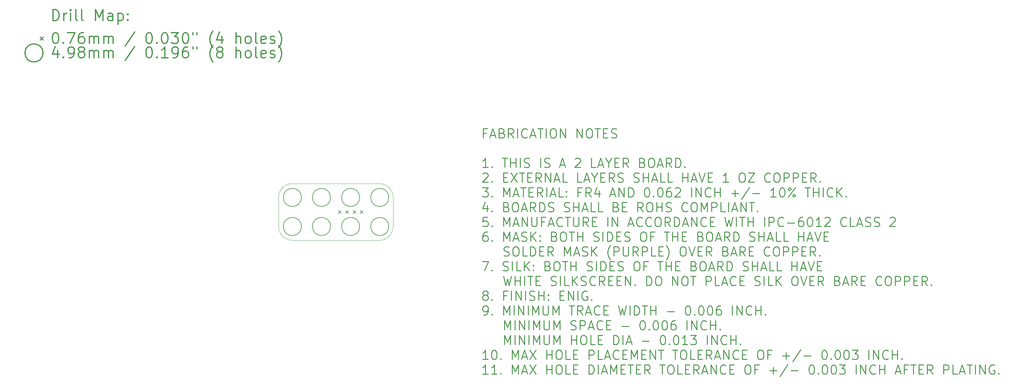
<source format=gbr>
G04 This is an RS-274x file exported by *
G04 gerbv version 2.6.0 *
G04 More information is available about gerbv at *
G04 http://gerbv.gpleda.org/ *
G04 --End of header info--*
%MOIN*%
%FSLAX34Y34*%
%IPPOS*%
G04 --Define apertures--*
%ADD10C,0.0050*%
%ADD11C,0.0079*%
%ADD12C,0.0118*%
%ADD13C,0.0138*%
%ADD14C,0.0016*%
%ADD15C,0.0100*%
G04 --Start main section--*
G54D11*
G01X0031958Y-022420D02*
G01X0032258Y-022720D01*
G01X0032258Y-022420D02*
G01X0031958Y-022720D01*
G01X0032745Y-022420D02*
G01X0033045Y-022720D01*
G01X0033045Y-022420D02*
G01X0032745Y-022720D01*
G01X0033533Y-022420D02*
G01X0033833Y-022720D01*
G01X0033833Y-022420D02*
G01X0033533Y-022720D01*
G01X0034320Y-022420D02*
G01X0034620Y-022720D01*
G01X0034620Y-022420D02*
G01X0034320Y-022720D01*
G01X0027951Y-021000D02*
G75*
G03X0027951Y-021000I-000980J0000000D01*
G01X0027951Y-024150D02*
G75*
G03X0027951Y-024150I-000980J0000000D01*
G01X0031101Y-021000D02*
G75*
G03X0031101Y-021000I-000980J0000000D01*
G01X0031101Y-024150D02*
G75*
G03X0031101Y-024150I-000980J0000000D01*
G01X0034250Y-021000D02*
G75*
G03X0034250Y-021000I-000980J0000000D01*
G01X0034250Y-024150D02*
G75*
G03X0034250Y-024150I-000980J0000000D01*
G01X0037400Y-021000D02*
G75*
G03X0037400Y-021000I-000980J0000000D01*
G01X0037400Y-024150D02*
G75*
G03X0037400Y-024150I-000980J0000000D01*
G54D12*
G01X0001069Y-001834D02*
G01X0001069Y-000652D01*
G01X0001069Y-000652D02*
G01X0001350Y-000652D01*
G01X0001350Y-000652D02*
G01X0001519Y-000709D01*
G01X0001519Y-000709D02*
G01X0001631Y-000821D01*
G01X0001631Y-000821D02*
G01X0001687Y-000934D01*
G01X0001687Y-000934D02*
G01X0001744Y-001159D01*
G01X0001744Y-001159D02*
G01X0001744Y-001327D01*
G01X0001744Y-001327D02*
G01X0001687Y-001552D01*
G01X0001687Y-001552D02*
G01X0001631Y-001665D01*
G01X0001631Y-001665D02*
G01X0001519Y-001777D01*
G01X0001519Y-001777D02*
G01X0001350Y-001834D01*
G01X0001350Y-001834D02*
G01X0001069Y-001834D01*
G01X0002250Y-001834D02*
G01X0002250Y-001046D01*
G01X0002250Y-001271D02*
G01X0002306Y-001159D01*
G01X0002306Y-001159D02*
G01X0002362Y-001102D01*
G01X0002362Y-001102D02*
G01X0002475Y-001046D01*
G01X0002475Y-001046D02*
G01X0002587Y-001046D01*
G01X0002981Y-001834D02*
G01X0002981Y-001046D01*
G01X0002981Y-000652D02*
G01X0002925Y-000709D01*
G01X0002925Y-000709D02*
G01X0002981Y-000765D01*
G01X0002981Y-000765D02*
G01X0003037Y-000709D01*
G01X0003037Y-000709D02*
G01X0002981Y-000652D01*
G01X0002981Y-000652D02*
G01X0002981Y-000765D01*
G01X0003712Y-001834D02*
G01X0003600Y-001777D01*
G01X0003600Y-001777D02*
G01X0003543Y-001665D01*
G01X0003543Y-001665D02*
G01X0003543Y-000652D01*
G01X0004331Y-001834D02*
G01X0004218Y-001777D01*
G01X0004218Y-001777D02*
G01X0004162Y-001665D01*
G01X0004162Y-001665D02*
G01X0004162Y-000652D01*
G01X0005681Y-001834D02*
G01X0005681Y-000652D01*
G01X0005681Y-000652D02*
G01X0006074Y-001496D01*
G01X0006074Y-001496D02*
G01X0006468Y-000652D01*
G01X0006468Y-000652D02*
G01X0006468Y-001834D01*
G01X0007537Y-001834D02*
G01X0007537Y-001215D01*
G01X0007537Y-001215D02*
G01X0007480Y-001102D01*
G01X0007480Y-001102D02*
G01X0007368Y-001046D01*
G01X0007368Y-001046D02*
G01X0007143Y-001046D01*
G01X0007143Y-001046D02*
G01X0007030Y-001102D01*
G01X0007537Y-001777D02*
G01X0007424Y-001834D01*
G01X0007424Y-001834D02*
G01X0007143Y-001834D01*
G01X0007143Y-001834D02*
G01X0007030Y-001777D01*
G01X0007030Y-001777D02*
G01X0006974Y-001665D01*
G01X0006974Y-001665D02*
G01X0006974Y-001552D01*
G01X0006974Y-001552D02*
G01X0007030Y-001440D01*
G01X0007030Y-001440D02*
G01X0007143Y-001384D01*
G01X0007143Y-001384D02*
G01X0007424Y-001384D01*
G01X0007424Y-001384D02*
G01X0007537Y-001327D01*
G01X0008099Y-001046D02*
G01X0008099Y-002227D01*
G01X0008099Y-001102D02*
G01X0008211Y-001046D01*
G01X0008211Y-001046D02*
G01X0008436Y-001046D01*
G01X0008436Y-001046D02*
G01X0008549Y-001102D01*
G01X0008549Y-001102D02*
G01X0008605Y-001159D01*
G01X0008605Y-001159D02*
G01X0008661Y-001271D01*
G01X0008661Y-001271D02*
G01X0008661Y-001609D01*
G01X0008661Y-001609D02*
G01X0008605Y-001721D01*
G01X0008605Y-001721D02*
G01X0008549Y-001777D01*
G01X0008549Y-001777D02*
G01X0008436Y-001834D01*
G01X0008436Y-001834D02*
G01X0008211Y-001834D01*
G01X0008211Y-001834D02*
G01X0008099Y-001777D01*
G01X0009168Y-001721D02*
G01X0009224Y-001777D01*
G01X0009224Y-001777D02*
G01X0009168Y-001834D01*
G01X0009168Y-001834D02*
G01X0009111Y-001777D01*
G01X0009111Y-001777D02*
G01X0009168Y-001721D01*
G01X0009168Y-001721D02*
G01X0009168Y-001834D01*
G01X0009168Y-001102D02*
G01X0009224Y-001159D01*
G01X0009224Y-001159D02*
G01X0009168Y-001215D01*
G01X0009168Y-001215D02*
G01X0009111Y-001159D01*
G01X0009111Y-001159D02*
G01X0009168Y-001102D01*
G01X0009168Y-001102D02*
G01X0009168Y-001215D01*
G01X-000300Y-003630D02*
G01X0000000Y-003930D01*
G01X0000000Y-003630D02*
G01X-000300Y-003930D01*
G01X0001294Y-003133D02*
G01X0001406Y-003133D01*
G01X0001406Y-003133D02*
G01X0001519Y-003189D01*
G01X0001519Y-003189D02*
G01X0001575Y-003245D01*
G01X0001575Y-003245D02*
G01X0001631Y-003358D01*
G01X0001631Y-003358D02*
G01X0001687Y-003583D01*
G01X0001687Y-003583D02*
G01X0001687Y-003864D01*
G01X0001687Y-003864D02*
G01X0001631Y-004089D01*
G01X0001631Y-004089D02*
G01X0001575Y-004201D01*
G01X0001575Y-004201D02*
G01X0001519Y-004258D01*
G01X0001519Y-004258D02*
G01X0001406Y-004314D01*
G01X0001406Y-004314D02*
G01X0001294Y-004314D01*
G01X0001294Y-004314D02*
G01X0001181Y-004258D01*
G01X0001181Y-004258D02*
G01X0001125Y-004201D01*
G01X0001125Y-004201D02*
G01X0001069Y-004089D01*
G01X0001069Y-004089D02*
G01X0001012Y-003864D01*
G01X0001012Y-003864D02*
G01X0001012Y-003583D01*
G01X0001012Y-003583D02*
G01X0001069Y-003358D01*
G01X0001069Y-003358D02*
G01X0001125Y-003245D01*
G01X0001125Y-003245D02*
G01X0001181Y-003189D01*
G01X0001181Y-003189D02*
G01X0001294Y-003133D01*
G01X0002193Y-004201D02*
G01X0002250Y-004258D01*
G01X0002250Y-004258D02*
G01X0002193Y-004314D01*
G01X0002193Y-004314D02*
G01X0002137Y-004258D01*
G01X0002137Y-004258D02*
G01X0002193Y-004201D01*
G01X0002193Y-004201D02*
G01X0002193Y-004314D01*
G01X0002643Y-003133D02*
G01X0003431Y-003133D01*
G01X0003431Y-003133D02*
G01X0002925Y-004314D01*
G01X0004387Y-003133D02*
G01X0004162Y-003133D01*
G01X0004162Y-003133D02*
G01X0004049Y-003189D01*
G01X0004049Y-003189D02*
G01X0003993Y-003245D01*
G01X0003993Y-003245D02*
G01X0003881Y-003414D01*
G01X0003881Y-003414D02*
G01X0003825Y-003639D01*
G01X0003825Y-003639D02*
G01X0003825Y-004089D01*
G01X0003825Y-004089D02*
G01X0003881Y-004201D01*
G01X0003881Y-004201D02*
G01X0003937Y-004258D01*
G01X0003937Y-004258D02*
G01X0004049Y-004314D01*
G01X0004049Y-004314D02*
G01X0004274Y-004314D01*
G01X0004274Y-004314D02*
G01X0004387Y-004258D01*
G01X0004387Y-004258D02*
G01X0004443Y-004201D01*
G01X0004443Y-004201D02*
G01X0004499Y-004089D01*
G01X0004499Y-004089D02*
G01X0004499Y-003808D01*
G01X0004499Y-003808D02*
G01X0004443Y-003695D01*
G01X0004443Y-003695D02*
G01X0004387Y-003639D01*
G01X0004387Y-003639D02*
G01X0004274Y-003583D01*
G01X0004274Y-003583D02*
G01X0004049Y-003583D01*
G01X0004049Y-003583D02*
G01X0003937Y-003639D01*
G01X0003937Y-003639D02*
G01X0003881Y-003695D01*
G01X0003881Y-003695D02*
G01X0003825Y-003808D01*
G01X0005006Y-004314D02*
G01X0005006Y-003526D01*
G01X0005006Y-003639D02*
G01X0005062Y-003583D01*
G01X0005062Y-003583D02*
G01X0005174Y-003526D01*
G01X0005174Y-003526D02*
G01X0005343Y-003526D01*
G01X0005343Y-003526D02*
G01X0005456Y-003583D01*
G01X0005456Y-003583D02*
G01X0005512Y-003695D01*
G01X0005512Y-003695D02*
G01X0005512Y-004314D01*
G01X0005512Y-003695D02*
G01X0005568Y-003583D01*
G01X0005568Y-003583D02*
G01X0005681Y-003526D01*
G01X0005681Y-003526D02*
G01X0005849Y-003526D01*
G01X0005849Y-003526D02*
G01X0005962Y-003583D01*
G01X0005962Y-003583D02*
G01X0006018Y-003695D01*
G01X0006018Y-003695D02*
G01X0006018Y-004314D01*
G01X0006580Y-004314D02*
G01X0006580Y-003526D01*
G01X0006580Y-003639D02*
G01X0006637Y-003583D01*
G01X0006637Y-003583D02*
G01X0006749Y-003526D01*
G01X0006749Y-003526D02*
G01X0006918Y-003526D01*
G01X0006918Y-003526D02*
G01X0007030Y-003583D01*
G01X0007030Y-003583D02*
G01X0007087Y-003695D01*
G01X0007087Y-003695D02*
G01X0007087Y-004314D01*
G01X0007087Y-003695D02*
G01X0007143Y-003583D01*
G01X0007143Y-003583D02*
G01X0007255Y-003526D01*
G01X0007255Y-003526D02*
G01X0007424Y-003526D01*
G01X0007424Y-003526D02*
G01X0007537Y-003583D01*
G01X0007537Y-003583D02*
G01X0007593Y-003695D01*
G01X0007593Y-003695D02*
G01X0007593Y-004314D01*
G01X0009899Y-003076D02*
G01X0008886Y-004595D01*
G01X0011417Y-003133D02*
G01X0011530Y-003133D01*
G01X0011530Y-003133D02*
G01X0011642Y-003189D01*
G01X0011642Y-003189D02*
G01X0011699Y-003245D01*
G01X0011699Y-003245D02*
G01X0011755Y-003358D01*
G01X0011755Y-003358D02*
G01X0011811Y-003583D01*
G01X0011811Y-003583D02*
G01X0011811Y-003864D01*
G01X0011811Y-003864D02*
G01X0011755Y-004089D01*
G01X0011755Y-004089D02*
G01X0011699Y-004201D01*
G01X0011699Y-004201D02*
G01X0011642Y-004258D01*
G01X0011642Y-004258D02*
G01X0011530Y-004314D01*
G01X0011530Y-004314D02*
G01X0011417Y-004314D01*
G01X0011417Y-004314D02*
G01X0011305Y-004258D01*
G01X0011305Y-004258D02*
G01X0011249Y-004201D01*
G01X0011249Y-004201D02*
G01X0011192Y-004089D01*
G01X0011192Y-004089D02*
G01X0011136Y-003864D01*
G01X0011136Y-003864D02*
G01X0011136Y-003583D01*
G01X0011136Y-003583D02*
G01X0011192Y-003358D01*
G01X0011192Y-003358D02*
G01X0011249Y-003245D01*
G01X0011249Y-003245D02*
G01X0011305Y-003189D01*
G01X0011305Y-003189D02*
G01X0011417Y-003133D01*
G01X0012317Y-004201D02*
G01X0012373Y-004258D01*
G01X0012373Y-004258D02*
G01X0012317Y-004314D01*
G01X0012317Y-004314D02*
G01X0012261Y-004258D01*
G01X0012261Y-004258D02*
G01X0012317Y-004201D01*
G01X0012317Y-004201D02*
G01X0012317Y-004314D01*
G01X0013105Y-003133D02*
G01X0013217Y-003133D01*
G01X0013217Y-003133D02*
G01X0013330Y-003189D01*
G01X0013330Y-003189D02*
G01X0013386Y-003245D01*
G01X0013386Y-003245D02*
G01X0013442Y-003358D01*
G01X0013442Y-003358D02*
G01X0013498Y-003583D01*
G01X0013498Y-003583D02*
G01X0013498Y-003864D01*
G01X0013498Y-003864D02*
G01X0013442Y-004089D01*
G01X0013442Y-004089D02*
G01X0013386Y-004201D01*
G01X0013386Y-004201D02*
G01X0013330Y-004258D01*
G01X0013330Y-004258D02*
G01X0013217Y-004314D01*
G01X0013217Y-004314D02*
G01X0013105Y-004314D01*
G01X0013105Y-004314D02*
G01X0012992Y-004258D01*
G01X0012992Y-004258D02*
G01X0012936Y-004201D01*
G01X0012936Y-004201D02*
G01X0012880Y-004089D01*
G01X0012880Y-004089D02*
G01X0012823Y-003864D01*
G01X0012823Y-003864D02*
G01X0012823Y-003583D01*
G01X0012823Y-003583D02*
G01X0012880Y-003358D01*
G01X0012880Y-003358D02*
G01X0012936Y-003245D01*
G01X0012936Y-003245D02*
G01X0012992Y-003189D01*
G01X0012992Y-003189D02*
G01X0013105Y-003133D01*
G01X0013892Y-003133D02*
G01X0014623Y-003133D01*
G01X0014623Y-003133D02*
G01X0014229Y-003583D01*
G01X0014229Y-003583D02*
G01X0014398Y-003583D01*
G01X0014398Y-003583D02*
G01X0014511Y-003639D01*
G01X0014511Y-003639D02*
G01X0014567Y-003695D01*
G01X0014567Y-003695D02*
G01X0014623Y-003808D01*
G01X0014623Y-003808D02*
G01X0014623Y-004089D01*
G01X0014623Y-004089D02*
G01X0014567Y-004201D01*
G01X0014567Y-004201D02*
G01X0014511Y-004258D01*
G01X0014511Y-004258D02*
G01X0014398Y-004314D01*
G01X0014398Y-004314D02*
G01X0014061Y-004314D01*
G01X0014061Y-004314D02*
G01X0013948Y-004258D01*
G01X0013948Y-004258D02*
G01X0013892Y-004201D01*
G01X0015354Y-003133D02*
G01X0015467Y-003133D01*
G01X0015467Y-003133D02*
G01X0015579Y-003189D01*
G01X0015579Y-003189D02*
G01X0015636Y-003245D01*
G01X0015636Y-003245D02*
G01X0015692Y-003358D01*
G01X0015692Y-003358D02*
G01X0015748Y-003583D01*
G01X0015748Y-003583D02*
G01X0015748Y-003864D01*
G01X0015748Y-003864D02*
G01X0015692Y-004089D01*
G01X0015692Y-004089D02*
G01X0015636Y-004201D01*
G01X0015636Y-004201D02*
G01X0015579Y-004258D01*
G01X0015579Y-004258D02*
G01X0015467Y-004314D01*
G01X0015467Y-004314D02*
G01X0015354Y-004314D01*
G01X0015354Y-004314D02*
G01X0015242Y-004258D01*
G01X0015242Y-004258D02*
G01X0015186Y-004201D01*
G01X0015186Y-004201D02*
G01X0015129Y-004089D01*
G01X0015129Y-004089D02*
G01X0015073Y-003864D01*
G01X0015073Y-003864D02*
G01X0015073Y-003583D01*
G01X0015073Y-003583D02*
G01X0015129Y-003358D01*
G01X0015129Y-003358D02*
G01X0015186Y-003245D01*
G01X0015186Y-003245D02*
G01X0015242Y-003189D01*
G01X0015242Y-003189D02*
G01X0015354Y-003133D01*
G01X0016198Y-003133D02*
G01X0016198Y-003358D01*
G01X0016648Y-003133D02*
G01X0016648Y-003358D01*
G01X0018391Y-004764D02*
G01X0018335Y-004708D01*
G01X0018335Y-004708D02*
G01X0018223Y-004539D01*
G01X0018223Y-004539D02*
G01X0018166Y-004426D01*
G01X0018166Y-004426D02*
G01X0018110Y-004258D01*
G01X0018110Y-004258D02*
G01X0018054Y-003976D01*
G01X0018054Y-003976D02*
G01X0018054Y-003751D01*
G01X0018054Y-003751D02*
G01X0018110Y-003470D01*
G01X0018110Y-003470D02*
G01X0018166Y-003301D01*
G01X0018166Y-003301D02*
G01X0018223Y-003189D01*
G01X0018223Y-003189D02*
G01X0018335Y-003020D01*
G01X0018335Y-003020D02*
G01X0018391Y-002964D01*
G01X0019348Y-003526D02*
G01X0019348Y-004314D01*
G01X0019066Y-003076D02*
G01X0018785Y-003920D01*
G01X0018785Y-003920D02*
G01X0019516Y-003920D01*
G01X0020866Y-004314D02*
G01X0020866Y-003133D01*
G01X0021372Y-004314D02*
G01X0021372Y-003695D01*
G01X0021372Y-003695D02*
G01X0021316Y-003583D01*
G01X0021316Y-003583D02*
G01X0021204Y-003526D01*
G01X0021204Y-003526D02*
G01X0021035Y-003526D01*
G01X0021035Y-003526D02*
G01X0020922Y-003583D01*
G01X0020922Y-003583D02*
G01X0020866Y-003639D01*
G01X0022103Y-004314D02*
G01X0021991Y-004258D01*
G01X0021991Y-004258D02*
G01X0021935Y-004201D01*
G01X0021935Y-004201D02*
G01X0021879Y-004089D01*
G01X0021879Y-004089D02*
G01X0021879Y-003751D01*
G01X0021879Y-003751D02*
G01X0021935Y-003639D01*
G01X0021935Y-003639D02*
G01X0021991Y-003583D01*
G01X0021991Y-003583D02*
G01X0022103Y-003526D01*
G01X0022103Y-003526D02*
G01X0022272Y-003526D01*
G01X0022272Y-003526D02*
G01X0022385Y-003583D01*
G01X0022385Y-003583D02*
G01X0022441Y-003639D01*
G01X0022441Y-003639D02*
G01X0022497Y-003751D01*
G01X0022497Y-003751D02*
G01X0022497Y-004089D01*
G01X0022497Y-004089D02*
G01X0022441Y-004201D01*
G01X0022441Y-004201D02*
G01X0022385Y-004258D01*
G01X0022385Y-004258D02*
G01X0022272Y-004314D01*
G01X0022272Y-004314D02*
G01X0022103Y-004314D01*
G01X0023172Y-004314D02*
G01X0023060Y-004258D01*
G01X0023060Y-004258D02*
G01X0023003Y-004145D01*
G01X0023003Y-004145D02*
G01X0023003Y-003133D01*
G01X0024072Y-004258D02*
G01X0023960Y-004314D01*
G01X0023960Y-004314D02*
G01X0023735Y-004314D01*
G01X0023735Y-004314D02*
G01X0023622Y-004258D01*
G01X0023622Y-004258D02*
G01X0023566Y-004145D01*
G01X0023566Y-004145D02*
G01X0023566Y-003695D01*
G01X0023566Y-003695D02*
G01X0023622Y-003583D01*
G01X0023622Y-003583D02*
G01X0023735Y-003526D01*
G01X0023735Y-003526D02*
G01X0023960Y-003526D01*
G01X0023960Y-003526D02*
G01X0024072Y-003583D01*
G01X0024072Y-003583D02*
G01X0024128Y-003695D01*
G01X0024128Y-003695D02*
G01X0024128Y-003808D01*
G01X0024128Y-003808D02*
G01X0023566Y-003920D01*
G01X0024578Y-004258D02*
G01X0024691Y-004314D01*
G01X0024691Y-004314D02*
G01X0024916Y-004314D01*
G01X0024916Y-004314D02*
G01X0025028Y-004258D01*
G01X0025028Y-004258D02*
G01X0025084Y-004145D01*
G01X0025084Y-004145D02*
G01X0025084Y-004089D01*
G01X0025084Y-004089D02*
G01X0025028Y-003976D01*
G01X0025028Y-003976D02*
G01X0024916Y-003920D01*
G01X0024916Y-003920D02*
G01X0024747Y-003920D01*
G01X0024747Y-003920D02*
G01X0024634Y-003864D01*
G01X0024634Y-003864D02*
G01X0024578Y-003751D01*
G01X0024578Y-003751D02*
G01X0024578Y-003695D01*
G01X0024578Y-003695D02*
G01X0024634Y-003583D01*
G01X0024634Y-003583D02*
G01X0024747Y-003526D01*
G01X0024747Y-003526D02*
G01X0024916Y-003526D01*
G01X0024916Y-003526D02*
G01X0025028Y-003583D01*
G01X0025478Y-004764D02*
G01X0025534Y-004708D01*
G01X0025534Y-004708D02*
G01X0025647Y-004539D01*
G01X0025647Y-004539D02*
G01X0025703Y-004426D01*
G01X0025703Y-004426D02*
G01X0025759Y-004258D01*
G01X0025759Y-004258D02*
G01X0025816Y-003976D01*
G01X0025816Y-003976D02*
G01X0025816Y-003751D01*
G01X0025816Y-003751D02*
G01X0025759Y-003470D01*
G01X0025759Y-003470D02*
G01X0025703Y-003301D01*
G01X0025703Y-003301D02*
G01X0025647Y-003189D01*
G01X0025647Y-003189D02*
G01X0025534Y-003020D01*
G01X0025534Y-003020D02*
G01X0025478Y-002964D01*
G01X0000000Y-005339D02*
G75*
G03X0000000Y-005339I-000980J0000000D01*
G01X0001575Y-005085D02*
G01X0001575Y-005873D01*
G01X0001294Y-004636D02*
G01X0001012Y-005479D01*
G01X0001012Y-005479D02*
G01X0001744Y-005479D01*
G01X0002193Y-005760D02*
G01X0002250Y-005817D01*
G01X0002250Y-005817D02*
G01X0002193Y-005873D01*
G01X0002193Y-005873D02*
G01X0002137Y-005817D01*
G01X0002137Y-005817D02*
G01X0002193Y-005760D01*
G01X0002193Y-005760D02*
G01X0002193Y-005873D01*
G01X0002812Y-005873D02*
G01X0003037Y-005873D01*
G01X0003037Y-005873D02*
G01X0003150Y-005817D01*
G01X0003150Y-005817D02*
G01X0003206Y-005760D01*
G01X0003206Y-005760D02*
G01X0003318Y-005592D01*
G01X0003318Y-005592D02*
G01X0003375Y-005367D01*
G01X0003375Y-005367D02*
G01X0003375Y-004917D01*
G01X0003375Y-004917D02*
G01X0003318Y-004804D01*
G01X0003318Y-004804D02*
G01X0003262Y-004748D01*
G01X0003262Y-004748D02*
G01X0003150Y-004692D01*
G01X0003150Y-004692D02*
G01X0002925Y-004692D01*
G01X0002925Y-004692D02*
G01X0002812Y-004748D01*
G01X0002812Y-004748D02*
G01X0002756Y-004804D01*
G01X0002756Y-004804D02*
G01X0002700Y-004917D01*
G01X0002700Y-004917D02*
G01X0002700Y-005198D01*
G01X0002700Y-005198D02*
G01X0002756Y-005310D01*
G01X0002756Y-005310D02*
G01X0002812Y-005367D01*
G01X0002812Y-005367D02*
G01X0002925Y-005423D01*
G01X0002925Y-005423D02*
G01X0003150Y-005423D01*
G01X0003150Y-005423D02*
G01X0003262Y-005367D01*
G01X0003262Y-005367D02*
G01X0003318Y-005310D01*
G01X0003318Y-005310D02*
G01X0003375Y-005198D01*
G01X0004049Y-005198D02*
G01X0003937Y-005142D01*
G01X0003937Y-005142D02*
G01X0003881Y-005085D01*
G01X0003881Y-005085D02*
G01X0003825Y-004973D01*
G01X0003825Y-004973D02*
G01X0003825Y-004917D01*
G01X0003825Y-004917D02*
G01X0003881Y-004804D01*
G01X0003881Y-004804D02*
G01X0003937Y-004748D01*
G01X0003937Y-004748D02*
G01X0004049Y-004692D01*
G01X0004049Y-004692D02*
G01X0004274Y-004692D01*
G01X0004274Y-004692D02*
G01X0004387Y-004748D01*
G01X0004387Y-004748D02*
G01X0004443Y-004804D01*
G01X0004443Y-004804D02*
G01X0004499Y-004917D01*
G01X0004499Y-004917D02*
G01X0004499Y-004973D01*
G01X0004499Y-004973D02*
G01X0004443Y-005085D01*
G01X0004443Y-005085D02*
G01X0004387Y-005142D01*
G01X0004387Y-005142D02*
G01X0004274Y-005198D01*
G01X0004274Y-005198D02*
G01X0004049Y-005198D01*
G01X0004049Y-005198D02*
G01X0003937Y-005254D01*
G01X0003937Y-005254D02*
G01X0003881Y-005310D01*
G01X0003881Y-005310D02*
G01X0003825Y-005423D01*
G01X0003825Y-005423D02*
G01X0003825Y-005648D01*
G01X0003825Y-005648D02*
G01X0003881Y-005760D01*
G01X0003881Y-005760D02*
G01X0003937Y-005817D01*
G01X0003937Y-005817D02*
G01X0004049Y-005873D01*
G01X0004049Y-005873D02*
G01X0004274Y-005873D01*
G01X0004274Y-005873D02*
G01X0004387Y-005817D01*
G01X0004387Y-005817D02*
G01X0004443Y-005760D01*
G01X0004443Y-005760D02*
G01X0004499Y-005648D01*
G01X0004499Y-005648D02*
G01X0004499Y-005423D01*
G01X0004499Y-005423D02*
G01X0004443Y-005310D01*
G01X0004443Y-005310D02*
G01X0004387Y-005254D01*
G01X0004387Y-005254D02*
G01X0004274Y-005198D01*
G01X0005006Y-005873D02*
G01X0005006Y-005085D01*
G01X0005006Y-005198D02*
G01X0005062Y-005142D01*
G01X0005062Y-005142D02*
G01X0005174Y-005085D01*
G01X0005174Y-005085D02*
G01X0005343Y-005085D01*
G01X0005343Y-005085D02*
G01X0005456Y-005142D01*
G01X0005456Y-005142D02*
G01X0005512Y-005254D01*
G01X0005512Y-005254D02*
G01X0005512Y-005873D01*
G01X0005512Y-005254D02*
G01X0005568Y-005142D01*
G01X0005568Y-005142D02*
G01X0005681Y-005085D01*
G01X0005681Y-005085D02*
G01X0005849Y-005085D01*
G01X0005849Y-005085D02*
G01X0005962Y-005142D01*
G01X0005962Y-005142D02*
G01X0006018Y-005254D01*
G01X0006018Y-005254D02*
G01X0006018Y-005873D01*
G01X0006580Y-005873D02*
G01X0006580Y-005085D01*
G01X0006580Y-005198D02*
G01X0006637Y-005142D01*
G01X0006637Y-005142D02*
G01X0006749Y-005085D01*
G01X0006749Y-005085D02*
G01X0006918Y-005085D01*
G01X0006918Y-005085D02*
G01X0007030Y-005142D01*
G01X0007030Y-005142D02*
G01X0007087Y-005254D01*
G01X0007087Y-005254D02*
G01X0007087Y-005873D01*
G01X0007087Y-005254D02*
G01X0007143Y-005142D01*
G01X0007143Y-005142D02*
G01X0007255Y-005085D01*
G01X0007255Y-005085D02*
G01X0007424Y-005085D01*
G01X0007424Y-005085D02*
G01X0007537Y-005142D01*
G01X0007537Y-005142D02*
G01X0007593Y-005254D01*
G01X0007593Y-005254D02*
G01X0007593Y-005873D01*
G01X0009899Y-004636D02*
G01X0008886Y-006154D01*
G01X0011417Y-004692D02*
G01X0011530Y-004692D01*
G01X0011530Y-004692D02*
G01X0011642Y-004748D01*
G01X0011642Y-004748D02*
G01X0011699Y-004804D01*
G01X0011699Y-004804D02*
G01X0011755Y-004917D01*
G01X0011755Y-004917D02*
G01X0011811Y-005142D01*
G01X0011811Y-005142D02*
G01X0011811Y-005423D01*
G01X0011811Y-005423D02*
G01X0011755Y-005648D01*
G01X0011755Y-005648D02*
G01X0011699Y-005760D01*
G01X0011699Y-005760D02*
G01X0011642Y-005817D01*
G01X0011642Y-005817D02*
G01X0011530Y-005873D01*
G01X0011530Y-005873D02*
G01X0011417Y-005873D01*
G01X0011417Y-005873D02*
G01X0011305Y-005817D01*
G01X0011305Y-005817D02*
G01X0011249Y-005760D01*
G01X0011249Y-005760D02*
G01X0011192Y-005648D01*
G01X0011192Y-005648D02*
G01X0011136Y-005423D01*
G01X0011136Y-005423D02*
G01X0011136Y-005142D01*
G01X0011136Y-005142D02*
G01X0011192Y-004917D01*
G01X0011192Y-004917D02*
G01X0011249Y-004804D01*
G01X0011249Y-004804D02*
G01X0011305Y-004748D01*
G01X0011305Y-004748D02*
G01X0011417Y-004692D01*
G01X0012317Y-005760D02*
G01X0012373Y-005817D01*
G01X0012373Y-005817D02*
G01X0012317Y-005873D01*
G01X0012317Y-005873D02*
G01X0012261Y-005817D01*
G01X0012261Y-005817D02*
G01X0012317Y-005760D01*
G01X0012317Y-005760D02*
G01X0012317Y-005873D01*
G01X0013498Y-005873D02*
G01X0012823Y-005873D01*
G01X0013161Y-005873D02*
G01X0013161Y-004692D01*
G01X0013161Y-004692D02*
G01X0013048Y-004861D01*
G01X0013048Y-004861D02*
G01X0012936Y-004973D01*
G01X0012936Y-004973D02*
G01X0012823Y-005029D01*
G01X0014061Y-005873D02*
G01X0014286Y-005873D01*
G01X0014286Y-005873D02*
G01X0014398Y-005817D01*
G01X0014398Y-005817D02*
G01X0014454Y-005760D01*
G01X0014454Y-005760D02*
G01X0014567Y-005592D01*
G01X0014567Y-005592D02*
G01X0014623Y-005367D01*
G01X0014623Y-005367D02*
G01X0014623Y-004917D01*
G01X0014623Y-004917D02*
G01X0014567Y-004804D01*
G01X0014567Y-004804D02*
G01X0014511Y-004748D01*
G01X0014511Y-004748D02*
G01X0014398Y-004692D01*
G01X0014398Y-004692D02*
G01X0014173Y-004692D01*
G01X0014173Y-004692D02*
G01X0014061Y-004748D01*
G01X0014061Y-004748D02*
G01X0014005Y-004804D01*
G01X0014005Y-004804D02*
G01X0013948Y-004917D01*
G01X0013948Y-004917D02*
G01X0013948Y-005198D01*
G01X0013948Y-005198D02*
G01X0014005Y-005310D01*
G01X0014005Y-005310D02*
G01X0014061Y-005367D01*
G01X0014061Y-005367D02*
G01X0014173Y-005423D01*
G01X0014173Y-005423D02*
G01X0014398Y-005423D01*
G01X0014398Y-005423D02*
G01X0014511Y-005367D01*
G01X0014511Y-005367D02*
G01X0014567Y-005310D01*
G01X0014567Y-005310D02*
G01X0014623Y-005198D01*
G01X0015636Y-004692D02*
G01X0015411Y-004692D01*
G01X0015411Y-004692D02*
G01X0015298Y-004748D01*
G01X0015298Y-004748D02*
G01X0015242Y-004804D01*
G01X0015242Y-004804D02*
G01X0015129Y-004973D01*
G01X0015129Y-004973D02*
G01X0015073Y-005198D01*
G01X0015073Y-005198D02*
G01X0015073Y-005648D01*
G01X0015073Y-005648D02*
G01X0015129Y-005760D01*
G01X0015129Y-005760D02*
G01X0015186Y-005817D01*
G01X0015186Y-005817D02*
G01X0015298Y-005873D01*
G01X0015298Y-005873D02*
G01X0015523Y-005873D01*
G01X0015523Y-005873D02*
G01X0015636Y-005817D01*
G01X0015636Y-005817D02*
G01X0015692Y-005760D01*
G01X0015692Y-005760D02*
G01X0015748Y-005648D01*
G01X0015748Y-005648D02*
G01X0015748Y-005367D01*
G01X0015748Y-005367D02*
G01X0015692Y-005254D01*
G01X0015692Y-005254D02*
G01X0015636Y-005198D01*
G01X0015636Y-005198D02*
G01X0015523Y-005142D01*
G01X0015523Y-005142D02*
G01X0015298Y-005142D01*
G01X0015298Y-005142D02*
G01X0015186Y-005198D01*
G01X0015186Y-005198D02*
G01X0015129Y-005254D01*
G01X0015129Y-005254D02*
G01X0015073Y-005367D01*
G01X0016198Y-004692D02*
G01X0016198Y-004917D01*
G01X0016648Y-004692D02*
G01X0016648Y-004917D01*
G01X0018391Y-006323D02*
G01X0018335Y-006267D01*
G01X0018335Y-006267D02*
G01X0018223Y-006098D01*
G01X0018223Y-006098D02*
G01X0018166Y-005985D01*
G01X0018166Y-005985D02*
G01X0018110Y-005817D01*
G01X0018110Y-005817D02*
G01X0018054Y-005535D01*
G01X0018054Y-005535D02*
G01X0018054Y-005310D01*
G01X0018054Y-005310D02*
G01X0018110Y-005029D01*
G01X0018110Y-005029D02*
G01X0018166Y-004861D01*
G01X0018166Y-004861D02*
G01X0018223Y-004748D01*
G01X0018223Y-004748D02*
G01X0018335Y-004579D01*
G01X0018335Y-004579D02*
G01X0018391Y-004523D01*
G01X0019010Y-005198D02*
G01X0018898Y-005142D01*
G01X0018898Y-005142D02*
G01X0018841Y-005085D01*
G01X0018841Y-005085D02*
G01X0018785Y-004973D01*
G01X0018785Y-004973D02*
G01X0018785Y-004917D01*
G01X0018785Y-004917D02*
G01X0018841Y-004804D01*
G01X0018841Y-004804D02*
G01X0018898Y-004748D01*
G01X0018898Y-004748D02*
G01X0019010Y-004692D01*
G01X0019010Y-004692D02*
G01X0019235Y-004692D01*
G01X0019235Y-004692D02*
G01X0019348Y-004748D01*
G01X0019348Y-004748D02*
G01X0019404Y-004804D01*
G01X0019404Y-004804D02*
G01X0019460Y-004917D01*
G01X0019460Y-004917D02*
G01X0019460Y-004973D01*
G01X0019460Y-004973D02*
G01X0019404Y-005085D01*
G01X0019404Y-005085D02*
G01X0019348Y-005142D01*
G01X0019348Y-005142D02*
G01X0019235Y-005198D01*
G01X0019235Y-005198D02*
G01X0019010Y-005198D01*
G01X0019010Y-005198D02*
G01X0018898Y-005254D01*
G01X0018898Y-005254D02*
G01X0018841Y-005310D01*
G01X0018841Y-005310D02*
G01X0018785Y-005423D01*
G01X0018785Y-005423D02*
G01X0018785Y-005648D01*
G01X0018785Y-005648D02*
G01X0018841Y-005760D01*
G01X0018841Y-005760D02*
G01X0018898Y-005817D01*
G01X0018898Y-005817D02*
G01X0019010Y-005873D01*
G01X0019010Y-005873D02*
G01X0019235Y-005873D01*
G01X0019235Y-005873D02*
G01X0019348Y-005817D01*
G01X0019348Y-005817D02*
G01X0019404Y-005760D01*
G01X0019404Y-005760D02*
G01X0019460Y-005648D01*
G01X0019460Y-005648D02*
G01X0019460Y-005423D01*
G01X0019460Y-005423D02*
G01X0019404Y-005310D01*
G01X0019404Y-005310D02*
G01X0019348Y-005254D01*
G01X0019348Y-005254D02*
G01X0019235Y-005198D01*
G01X0020866Y-005873D02*
G01X0020866Y-004692D01*
G01X0021372Y-005873D02*
G01X0021372Y-005254D01*
G01X0021372Y-005254D02*
G01X0021316Y-005142D01*
G01X0021316Y-005142D02*
G01X0021204Y-005085D01*
G01X0021204Y-005085D02*
G01X0021035Y-005085D01*
G01X0021035Y-005085D02*
G01X0020922Y-005142D01*
G01X0020922Y-005142D02*
G01X0020866Y-005198D01*
G01X0022103Y-005873D02*
G01X0021991Y-005817D01*
G01X0021991Y-005817D02*
G01X0021935Y-005760D01*
G01X0021935Y-005760D02*
G01X0021879Y-005648D01*
G01X0021879Y-005648D02*
G01X0021879Y-005310D01*
G01X0021879Y-005310D02*
G01X0021935Y-005198D01*
G01X0021935Y-005198D02*
G01X0021991Y-005142D01*
G01X0021991Y-005142D02*
G01X0022103Y-005085D01*
G01X0022103Y-005085D02*
G01X0022272Y-005085D01*
G01X0022272Y-005085D02*
G01X0022385Y-005142D01*
G01X0022385Y-005142D02*
G01X0022441Y-005198D01*
G01X0022441Y-005198D02*
G01X0022497Y-005310D01*
G01X0022497Y-005310D02*
G01X0022497Y-005648D01*
G01X0022497Y-005648D02*
G01X0022441Y-005760D01*
G01X0022441Y-005760D02*
G01X0022385Y-005817D01*
G01X0022385Y-005817D02*
G01X0022272Y-005873D01*
G01X0022272Y-005873D02*
G01X0022103Y-005873D01*
G01X0023172Y-005873D02*
G01X0023060Y-005817D01*
G01X0023060Y-005817D02*
G01X0023003Y-005704D01*
G01X0023003Y-005704D02*
G01X0023003Y-004692D01*
G01X0024072Y-005817D02*
G01X0023960Y-005873D01*
G01X0023960Y-005873D02*
G01X0023735Y-005873D01*
G01X0023735Y-005873D02*
G01X0023622Y-005817D01*
G01X0023622Y-005817D02*
G01X0023566Y-005704D01*
G01X0023566Y-005704D02*
G01X0023566Y-005254D01*
G01X0023566Y-005254D02*
G01X0023622Y-005142D01*
G01X0023622Y-005142D02*
G01X0023735Y-005085D01*
G01X0023735Y-005085D02*
G01X0023960Y-005085D01*
G01X0023960Y-005085D02*
G01X0024072Y-005142D01*
G01X0024072Y-005142D02*
G01X0024128Y-005254D01*
G01X0024128Y-005254D02*
G01X0024128Y-005367D01*
G01X0024128Y-005367D02*
G01X0023566Y-005479D01*
G01X0024578Y-005817D02*
G01X0024691Y-005873D01*
G01X0024691Y-005873D02*
G01X0024916Y-005873D01*
G01X0024916Y-005873D02*
G01X0025028Y-005817D01*
G01X0025028Y-005817D02*
G01X0025084Y-005704D01*
G01X0025084Y-005704D02*
G01X0025084Y-005648D01*
G01X0025084Y-005648D02*
G01X0025028Y-005535D01*
G01X0025028Y-005535D02*
G01X0024916Y-005479D01*
G01X0024916Y-005479D02*
G01X0024747Y-005479D01*
G01X0024747Y-005479D02*
G01X0024634Y-005423D01*
G01X0024634Y-005423D02*
G01X0024578Y-005310D01*
G01X0024578Y-005310D02*
G01X0024578Y-005254D01*
G01X0024578Y-005254D02*
G01X0024634Y-005142D01*
G01X0024634Y-005142D02*
G01X0024747Y-005085D01*
G01X0024747Y-005085D02*
G01X0024916Y-005085D01*
G01X0024916Y-005085D02*
G01X0025028Y-005142D01*
G01X0025478Y-006323D02*
G01X0025534Y-006267D01*
G01X0025534Y-006267D02*
G01X0025647Y-006098D01*
G01X0025647Y-006098D02*
G01X0025703Y-005985D01*
G01X0025703Y-005985D02*
G01X0025759Y-005817D01*
G01X0025759Y-005817D02*
G01X0025816Y-005535D01*
G01X0025816Y-005535D02*
G01X0025816Y-005310D01*
G01X0025816Y-005310D02*
G01X0025759Y-005029D01*
G01X0025759Y-005029D02*
G01X0025703Y-004861D01*
G01X0025703Y-004861D02*
G01X0025647Y-004748D01*
G01X0025647Y-004748D02*
G01X0025534Y-004579D01*
G01X0025534Y-004579D02*
G01X0025478Y-004523D01*
G01X0000000Y0000000D02*
G54D14*
G01X0036420Y-025646D02*
G75*
G03X0037874Y-024111I-000042J0001496D01*
G01X0037876Y-021000D02*
G75*
G03X0036257Y-019504I-001501J0000000D01*
G01X0026971Y-019504D02*
G75*
G03X0025475Y-021040I0000000J-001497D01*
G01X0025474Y-024150D02*
G75*
G03X0027010Y-025646I0001497J0000000D01*
G01X0025475Y-024150D02*
G01X0025475Y-021000D01*
G01X0026971Y-025646D02*
G01X0036420Y-025646D01*
G01X0026971Y-019504D02*
G01X0036420Y-019504D01*
G01X0037876Y-024150D02*
G01X0037876Y-021000D01*
G01X0000000Y0000000D02*
G54D15*
G01X0047941Y-014029D02*
G01X0047608Y-014029D01*
G01X0047608Y-014552D02*
G01X0047608Y-013552D01*
G01X0047608Y-013552D02*
G01X0048084Y-013552D01*
G01X0048418Y-014267D02*
G01X0048894Y-014267D01*
G01X0048322Y-014552D02*
G01X0048656Y-013552D01*
G01X0048656Y-013552D02*
G01X0048989Y-014552D01*
G01X0049656Y-014029D02*
G01X0049799Y-014076D01*
G01X0049799Y-014076D02*
G01X0049846Y-014124D01*
G01X0049846Y-014124D02*
G01X0049894Y-014219D01*
G01X0049894Y-014219D02*
G01X0049894Y-014362D01*
G01X0049894Y-014362D02*
G01X0049846Y-014457D01*
G01X0049846Y-014457D02*
G01X0049799Y-014505D01*
G01X0049799Y-014505D02*
G01X0049703Y-014552D01*
G01X0049703Y-014552D02*
G01X0049322Y-014552D01*
G01X0049322Y-014552D02*
G01X0049322Y-013552D01*
G01X0049322Y-013552D02*
G01X0049656Y-013552D01*
G01X0049656Y-013552D02*
G01X0049751Y-013600D01*
G01X0049751Y-013600D02*
G01X0049799Y-013648D01*
G01X0049799Y-013648D02*
G01X0049846Y-013743D01*
G01X0049846Y-013743D02*
G01X0049846Y-013838D01*
G01X0049846Y-013838D02*
G01X0049799Y-013933D01*
G01X0049799Y-013933D02*
G01X0049751Y-013981D01*
G01X0049751Y-013981D02*
G01X0049656Y-014029D01*
G01X0049656Y-014029D02*
G01X0049322Y-014029D01*
G01X0050894Y-014552D02*
G01X0050560Y-014076D01*
G01X0050322Y-014552D02*
G01X0050322Y-013552D01*
G01X0050322Y-013552D02*
G01X0050703Y-013552D01*
G01X0050703Y-013552D02*
G01X0050799Y-013600D01*
G01X0050799Y-013600D02*
G01X0050846Y-013648D01*
G01X0050846Y-013648D02*
G01X0050894Y-013743D01*
G01X0050894Y-013743D02*
G01X0050894Y-013886D01*
G01X0050894Y-013886D02*
G01X0050846Y-013981D01*
G01X0050846Y-013981D02*
G01X0050799Y-014029D01*
G01X0050799Y-014029D02*
G01X0050703Y-014076D01*
G01X0050703Y-014076D02*
G01X0050322Y-014076D01*
G01X0051322Y-014552D02*
G01X0051322Y-013552D01*
G01X0052370Y-014457D02*
G01X0052322Y-014505D01*
G01X0052322Y-014505D02*
G01X0052180Y-014552D01*
G01X0052180Y-014552D02*
G01X0052084Y-014552D01*
G01X0052084Y-014552D02*
G01X0051941Y-014505D01*
G01X0051941Y-014505D02*
G01X0051846Y-014410D01*
G01X0051846Y-014410D02*
G01X0051799Y-014314D01*
G01X0051799Y-014314D02*
G01X0051751Y-014124D01*
G01X0051751Y-014124D02*
G01X0051751Y-013981D01*
G01X0051751Y-013981D02*
G01X0051799Y-013790D01*
G01X0051799Y-013790D02*
G01X0051846Y-013695D01*
G01X0051846Y-013695D02*
G01X0051941Y-013600D01*
G01X0051941Y-013600D02*
G01X0052084Y-013552D01*
G01X0052084Y-013552D02*
G01X0052180Y-013552D01*
G01X0052180Y-013552D02*
G01X0052322Y-013600D01*
G01X0052322Y-013600D02*
G01X0052370Y-013648D01*
G01X0052751Y-014267D02*
G01X0053227Y-014267D01*
G01X0052656Y-014552D02*
G01X0052989Y-013552D01*
G01X0052989Y-013552D02*
G01X0053322Y-014552D01*
G01X0053513Y-013552D02*
G01X0054084Y-013552D01*
G01X0053799Y-014552D02*
G01X0053799Y-013552D01*
G01X0054418Y-014552D02*
G01X0054418Y-013552D01*
G01X0055084Y-013552D02*
G01X0055275Y-013552D01*
G01X0055275Y-013552D02*
G01X0055370Y-013600D01*
G01X0055370Y-013600D02*
G01X0055465Y-013695D01*
G01X0055465Y-013695D02*
G01X0055513Y-013886D01*
G01X0055513Y-013886D02*
G01X0055513Y-014219D01*
G01X0055513Y-014219D02*
G01X0055465Y-014410D01*
G01X0055465Y-014410D02*
G01X0055370Y-014505D01*
G01X0055370Y-014505D02*
G01X0055275Y-014552D01*
G01X0055275Y-014552D02*
G01X0055084Y-014552D01*
G01X0055084Y-014552D02*
G01X0054989Y-014505D01*
G01X0054989Y-014505D02*
G01X0054894Y-014410D01*
G01X0054894Y-014410D02*
G01X0054846Y-014219D01*
G01X0054846Y-014219D02*
G01X0054846Y-013886D01*
G01X0054846Y-013886D02*
G01X0054894Y-013695D01*
G01X0054894Y-013695D02*
G01X0054989Y-013600D01*
G01X0054989Y-013600D02*
G01X0055084Y-013552D01*
G01X0055941Y-014552D02*
G01X0055941Y-013552D01*
G01X0055941Y-013552D02*
G01X0056513Y-014552D01*
G01X0056513Y-014552D02*
G01X0056513Y-013552D01*
G01X0057751Y-014552D02*
G01X0057751Y-013552D01*
G01X0057751Y-013552D02*
G01X0058322Y-014552D01*
G01X0058322Y-014552D02*
G01X0058322Y-013552D01*
G01X0058989Y-013552D02*
G01X0059180Y-013552D01*
G01X0059180Y-013552D02*
G01X0059275Y-013600D01*
G01X0059275Y-013600D02*
G01X0059370Y-013695D01*
G01X0059370Y-013695D02*
G01X0059418Y-013886D01*
G01X0059418Y-013886D02*
G01X0059418Y-014219D01*
G01X0059418Y-014219D02*
G01X0059370Y-014410D01*
G01X0059370Y-014410D02*
G01X0059275Y-014505D01*
G01X0059275Y-014505D02*
G01X0059180Y-014552D01*
G01X0059180Y-014552D02*
G01X0058989Y-014552D01*
G01X0058989Y-014552D02*
G01X0058894Y-014505D01*
G01X0058894Y-014505D02*
G01X0058799Y-014410D01*
G01X0058799Y-014410D02*
G01X0058751Y-014219D01*
G01X0058751Y-014219D02*
G01X0058751Y-013886D01*
G01X0058751Y-013886D02*
G01X0058799Y-013695D01*
G01X0058799Y-013695D02*
G01X0058894Y-013600D01*
G01X0058894Y-013600D02*
G01X0058989Y-013552D01*
G01X0059703Y-013552D02*
G01X0060275Y-013552D01*
G01X0059989Y-014552D02*
G01X0059989Y-013552D01*
G01X0060608Y-014029D02*
G01X0060941Y-014029D01*
G01X0061084Y-014552D02*
G01X0060608Y-014552D01*
G01X0060608Y-014552D02*
G01X0060608Y-013552D01*
G01X0060608Y-013552D02*
G01X0061084Y-013552D01*
G01X0061465Y-014505D02*
G01X0061608Y-014552D01*
G01X0061608Y-014552D02*
G01X0061846Y-014552D01*
G01X0061846Y-014552D02*
G01X0061941Y-014505D01*
G01X0061941Y-014505D02*
G01X0061989Y-014457D01*
G01X0061989Y-014457D02*
G01X0062037Y-014362D01*
G01X0062037Y-014362D02*
G01X0062037Y-014267D01*
G01X0062037Y-014267D02*
G01X0061989Y-014171D01*
G01X0061989Y-014171D02*
G01X0061941Y-014124D01*
G01X0061941Y-014124D02*
G01X0061846Y-014076D01*
G01X0061846Y-014076D02*
G01X0061656Y-014029D01*
G01X0061656Y-014029D02*
G01X0061560Y-013981D01*
G01X0061560Y-013981D02*
G01X0061513Y-013933D01*
G01X0061513Y-013933D02*
G01X0061465Y-013838D01*
G01X0061465Y-013838D02*
G01X0061465Y-013743D01*
G01X0061465Y-013743D02*
G01X0061513Y-013648D01*
G01X0061513Y-013648D02*
G01X0061560Y-013600D01*
G01X0061560Y-013600D02*
G01X0061656Y-013552D01*
G01X0061656Y-013552D02*
G01X0061894Y-013552D01*
G01X0061894Y-013552D02*
G01X0062037Y-013600D01*
G01X0048132Y-017752D02*
G01X0047560Y-017752D01*
G01X0047846Y-017752D02*
G01X0047846Y-016752D01*
G01X0047846Y-016752D02*
G01X0047751Y-016895D01*
G01X0047751Y-016895D02*
G01X0047656Y-016990D01*
G01X0047656Y-016990D02*
G01X0047560Y-017038D01*
G01X0048560Y-017657D02*
G01X0048608Y-017705D01*
G01X0048608Y-017705D02*
G01X0048560Y-017752D01*
G01X0048560Y-017752D02*
G01X0048513Y-017705D01*
G01X0048513Y-017705D02*
G01X0048560Y-017657D01*
G01X0048560Y-017657D02*
G01X0048560Y-017752D01*
G01X0049656Y-016752D02*
G01X0050227Y-016752D01*
G01X0049941Y-017752D02*
G01X0049941Y-016752D01*
G01X0050560Y-017752D02*
G01X0050560Y-016752D01*
G01X0050560Y-017229D02*
G01X0051132Y-017229D01*
G01X0051132Y-017752D02*
G01X0051132Y-016752D01*
G01X0051608Y-017752D02*
G01X0051608Y-016752D01*
G01X0052037Y-017705D02*
G01X0052180Y-017752D01*
G01X0052180Y-017752D02*
G01X0052418Y-017752D01*
G01X0052418Y-017752D02*
G01X0052513Y-017705D01*
G01X0052513Y-017705D02*
G01X0052560Y-017657D01*
G01X0052560Y-017657D02*
G01X0052608Y-017562D01*
G01X0052608Y-017562D02*
G01X0052608Y-017467D01*
G01X0052608Y-017467D02*
G01X0052560Y-017371D01*
G01X0052560Y-017371D02*
G01X0052513Y-017324D01*
G01X0052513Y-017324D02*
G01X0052418Y-017276D01*
G01X0052418Y-017276D02*
G01X0052227Y-017229D01*
G01X0052227Y-017229D02*
G01X0052132Y-017181D01*
G01X0052132Y-017181D02*
G01X0052084Y-017133D01*
G01X0052084Y-017133D02*
G01X0052037Y-017038D01*
G01X0052037Y-017038D02*
G01X0052037Y-016943D01*
G01X0052037Y-016943D02*
G01X0052084Y-016848D01*
G01X0052084Y-016848D02*
G01X0052132Y-016800D01*
G01X0052132Y-016800D02*
G01X0052227Y-016752D01*
G01X0052227Y-016752D02*
G01X0052465Y-016752D01*
G01X0052465Y-016752D02*
G01X0052608Y-016800D01*
G01X0053799Y-017752D02*
G01X0053799Y-016752D01*
G01X0054227Y-017705D02*
G01X0054370Y-017752D01*
G01X0054370Y-017752D02*
G01X0054608Y-017752D01*
G01X0054608Y-017752D02*
G01X0054703Y-017705D01*
G01X0054703Y-017705D02*
G01X0054751Y-017657D01*
G01X0054751Y-017657D02*
G01X0054799Y-017562D01*
G01X0054799Y-017562D02*
G01X0054799Y-017467D01*
G01X0054799Y-017467D02*
G01X0054751Y-017371D01*
G01X0054751Y-017371D02*
G01X0054703Y-017324D01*
G01X0054703Y-017324D02*
G01X0054608Y-017276D01*
G01X0054608Y-017276D02*
G01X0054418Y-017229D01*
G01X0054418Y-017229D02*
G01X0054322Y-017181D01*
G01X0054322Y-017181D02*
G01X0054275Y-017133D01*
G01X0054275Y-017133D02*
G01X0054227Y-017038D01*
G01X0054227Y-017038D02*
G01X0054227Y-016943D01*
G01X0054227Y-016943D02*
G01X0054275Y-016848D01*
G01X0054275Y-016848D02*
G01X0054322Y-016800D01*
G01X0054322Y-016800D02*
G01X0054418Y-016752D01*
G01X0054418Y-016752D02*
G01X0054656Y-016752D01*
G01X0054656Y-016752D02*
G01X0054799Y-016800D01*
G01X0055941Y-017467D02*
G01X0056418Y-017467D01*
G01X0055846Y-017752D02*
G01X0056180Y-016752D01*
G01X0056180Y-016752D02*
G01X0056513Y-017752D01*
G01X0057560Y-016848D02*
G01X0057608Y-016800D01*
G01X0057608Y-016800D02*
G01X0057703Y-016752D01*
G01X0057703Y-016752D02*
G01X0057941Y-016752D01*
G01X0057941Y-016752D02*
G01X0058037Y-016800D01*
G01X0058037Y-016800D02*
G01X0058084Y-016848D01*
G01X0058084Y-016848D02*
G01X0058132Y-016943D01*
G01X0058132Y-016943D02*
G01X0058132Y-017038D01*
G01X0058132Y-017038D02*
G01X0058084Y-017181D01*
G01X0058084Y-017181D02*
G01X0057513Y-017752D01*
G01X0057513Y-017752D02*
G01X0058132Y-017752D01*
G01X0059799Y-017752D02*
G01X0059322Y-017752D01*
G01X0059322Y-017752D02*
G01X0059322Y-016752D01*
G01X0060084Y-017467D02*
G01X0060560Y-017467D01*
G01X0059989Y-017752D02*
G01X0060322Y-016752D01*
G01X0060322Y-016752D02*
G01X0060656Y-017752D01*
G01X0061180Y-017276D02*
G01X0061180Y-017752D01*
G01X0060846Y-016752D02*
G01X0061180Y-017276D01*
G01X0061180Y-017276D02*
G01X0061513Y-016752D01*
G01X0061846Y-017229D02*
G01X0062180Y-017229D01*
G01X0062322Y-017752D02*
G01X0061846Y-017752D01*
G01X0061846Y-017752D02*
G01X0061846Y-016752D01*
G01X0061846Y-016752D02*
G01X0062322Y-016752D01*
G01X0063322Y-017752D02*
G01X0062989Y-017276D01*
G01X0062751Y-017752D02*
G01X0062751Y-016752D01*
G01X0062751Y-016752D02*
G01X0063132Y-016752D01*
G01X0063132Y-016752D02*
G01X0063227Y-016800D01*
G01X0063227Y-016800D02*
G01X0063275Y-016848D01*
G01X0063275Y-016848D02*
G01X0063322Y-016943D01*
G01X0063322Y-016943D02*
G01X0063322Y-017086D01*
G01X0063322Y-017086D02*
G01X0063275Y-017181D01*
G01X0063275Y-017181D02*
G01X0063227Y-017229D01*
G01X0063227Y-017229D02*
G01X0063132Y-017276D01*
G01X0063132Y-017276D02*
G01X0062751Y-017276D01*
G01X0064846Y-017229D02*
G01X0064989Y-017276D01*
G01X0064989Y-017276D02*
G01X0065037Y-017324D01*
G01X0065037Y-017324D02*
G01X0065084Y-017419D01*
G01X0065084Y-017419D02*
G01X0065084Y-017562D01*
G01X0065084Y-017562D02*
G01X0065037Y-017657D01*
G01X0065037Y-017657D02*
G01X0064989Y-017705D01*
G01X0064989Y-017705D02*
G01X0064894Y-017752D01*
G01X0064894Y-017752D02*
G01X0064513Y-017752D01*
G01X0064513Y-017752D02*
G01X0064513Y-016752D01*
G01X0064513Y-016752D02*
G01X0064846Y-016752D01*
G01X0064846Y-016752D02*
G01X0064941Y-016800D01*
G01X0064941Y-016800D02*
G01X0064989Y-016848D01*
G01X0064989Y-016848D02*
G01X0065037Y-016943D01*
G01X0065037Y-016943D02*
G01X0065037Y-017038D01*
G01X0065037Y-017038D02*
G01X0064989Y-017133D01*
G01X0064989Y-017133D02*
G01X0064941Y-017181D01*
G01X0064941Y-017181D02*
G01X0064846Y-017229D01*
G01X0064846Y-017229D02*
G01X0064513Y-017229D01*
G01X0065703Y-016752D02*
G01X0065894Y-016752D01*
G01X0065894Y-016752D02*
G01X0065989Y-016800D01*
G01X0065989Y-016800D02*
G01X0066084Y-016895D01*
G01X0066084Y-016895D02*
G01X0066132Y-017086D01*
G01X0066132Y-017086D02*
G01X0066132Y-017419D01*
G01X0066132Y-017419D02*
G01X0066084Y-017610D01*
G01X0066084Y-017610D02*
G01X0065989Y-017705D01*
G01X0065989Y-017705D02*
G01X0065894Y-017752D01*
G01X0065894Y-017752D02*
G01X0065703Y-017752D01*
G01X0065703Y-017752D02*
G01X0065608Y-017705D01*
G01X0065608Y-017705D02*
G01X0065513Y-017610D01*
G01X0065513Y-017610D02*
G01X0065465Y-017419D01*
G01X0065465Y-017419D02*
G01X0065465Y-017086D01*
G01X0065465Y-017086D02*
G01X0065513Y-016895D01*
G01X0065513Y-016895D02*
G01X0065608Y-016800D01*
G01X0065608Y-016800D02*
G01X0065703Y-016752D01*
G01X0066513Y-017467D02*
G01X0066989Y-017467D01*
G01X0066418Y-017752D02*
G01X0066751Y-016752D01*
G01X0066751Y-016752D02*
G01X0067084Y-017752D01*
G01X0067989Y-017752D02*
G01X0067656Y-017276D01*
G01X0067418Y-017752D02*
G01X0067418Y-016752D01*
G01X0067418Y-016752D02*
G01X0067799Y-016752D01*
G01X0067799Y-016752D02*
G01X0067894Y-016800D01*
G01X0067894Y-016800D02*
G01X0067941Y-016848D01*
G01X0067941Y-016848D02*
G01X0067989Y-016943D01*
G01X0067989Y-016943D02*
G01X0067989Y-017086D01*
G01X0067989Y-017086D02*
G01X0067941Y-017181D01*
G01X0067941Y-017181D02*
G01X0067894Y-017229D01*
G01X0067894Y-017229D02*
G01X0067799Y-017276D01*
G01X0067799Y-017276D02*
G01X0067418Y-017276D01*
G01X0068418Y-017752D02*
G01X0068418Y-016752D01*
G01X0068418Y-016752D02*
G01X0068656Y-016752D01*
G01X0068656Y-016752D02*
G01X0068799Y-016800D01*
G01X0068799Y-016800D02*
G01X0068894Y-016895D01*
G01X0068894Y-016895D02*
G01X0068941Y-016990D01*
G01X0068941Y-016990D02*
G01X0068989Y-017181D01*
G01X0068989Y-017181D02*
G01X0068989Y-017324D01*
G01X0068989Y-017324D02*
G01X0068941Y-017514D01*
G01X0068941Y-017514D02*
G01X0068894Y-017610D01*
G01X0068894Y-017610D02*
G01X0068799Y-017705D01*
G01X0068799Y-017705D02*
G01X0068656Y-017752D01*
G01X0068656Y-017752D02*
G01X0068418Y-017752D01*
G01X0069418Y-017657D02*
G01X0069465Y-017705D01*
G01X0069465Y-017705D02*
G01X0069418Y-017752D01*
G01X0069418Y-017752D02*
G01X0069370Y-017705D01*
G01X0069370Y-017705D02*
G01X0069418Y-017657D01*
G01X0069418Y-017657D02*
G01X0069418Y-017752D01*
G01X0047560Y-018448D02*
G01X0047608Y-018400D01*
G01X0047608Y-018400D02*
G01X0047703Y-018352D01*
G01X0047703Y-018352D02*
G01X0047941Y-018352D01*
G01X0047941Y-018352D02*
G01X0048037Y-018400D01*
G01X0048037Y-018400D02*
G01X0048084Y-018448D01*
G01X0048084Y-018448D02*
G01X0048132Y-018543D01*
G01X0048132Y-018543D02*
G01X0048132Y-018638D01*
G01X0048132Y-018638D02*
G01X0048084Y-018781D01*
G01X0048084Y-018781D02*
G01X0047513Y-019352D01*
G01X0047513Y-019352D02*
G01X0048132Y-019352D01*
G01X0048560Y-019257D02*
G01X0048608Y-019305D01*
G01X0048608Y-019305D02*
G01X0048560Y-019352D01*
G01X0048560Y-019352D02*
G01X0048513Y-019305D01*
G01X0048513Y-019305D02*
G01X0048560Y-019257D01*
G01X0048560Y-019257D02*
G01X0048560Y-019352D01*
G01X0049799Y-018829D02*
G01X0050132Y-018829D01*
G01X0050275Y-019352D02*
G01X0049799Y-019352D01*
G01X0049799Y-019352D02*
G01X0049799Y-018352D01*
G01X0049799Y-018352D02*
G01X0050275Y-018352D01*
G01X0050608Y-018352D02*
G01X0051275Y-019352D01*
G01X0051275Y-018352D02*
G01X0050608Y-019352D01*
G01X0051513Y-018352D02*
G01X0052084Y-018352D01*
G01X0051799Y-019352D02*
G01X0051799Y-018352D01*
G01X0052418Y-018829D02*
G01X0052751Y-018829D01*
G01X0052894Y-019352D02*
G01X0052418Y-019352D01*
G01X0052418Y-019352D02*
G01X0052418Y-018352D01*
G01X0052418Y-018352D02*
G01X0052894Y-018352D01*
G01X0053894Y-019352D02*
G01X0053560Y-018876D01*
G01X0053322Y-019352D02*
G01X0053322Y-018352D01*
G01X0053322Y-018352D02*
G01X0053703Y-018352D01*
G01X0053703Y-018352D02*
G01X0053799Y-018400D01*
G01X0053799Y-018400D02*
G01X0053846Y-018448D01*
G01X0053846Y-018448D02*
G01X0053894Y-018543D01*
G01X0053894Y-018543D02*
G01X0053894Y-018686D01*
G01X0053894Y-018686D02*
G01X0053846Y-018781D01*
G01X0053846Y-018781D02*
G01X0053799Y-018829D01*
G01X0053799Y-018829D02*
G01X0053703Y-018876D01*
G01X0053703Y-018876D02*
G01X0053322Y-018876D01*
G01X0054322Y-019352D02*
G01X0054322Y-018352D01*
G01X0054322Y-018352D02*
G01X0054894Y-019352D01*
G01X0054894Y-019352D02*
G01X0054894Y-018352D01*
G01X0055322Y-019067D02*
G01X0055799Y-019067D01*
G01X0055227Y-019352D02*
G01X0055560Y-018352D01*
G01X0055560Y-018352D02*
G01X0055894Y-019352D01*
G01X0056703Y-019352D02*
G01X0056227Y-019352D01*
G01X0056227Y-019352D02*
G01X0056227Y-018352D01*
G01X0058275Y-019352D02*
G01X0057799Y-019352D01*
G01X0057799Y-019352D02*
G01X0057799Y-018352D01*
G01X0058560Y-019067D02*
G01X0059037Y-019067D01*
G01X0058465Y-019352D02*
G01X0058799Y-018352D01*
G01X0058799Y-018352D02*
G01X0059132Y-019352D01*
G01X0059656Y-018876D02*
G01X0059656Y-019352D01*
G01X0059322Y-018352D02*
G01X0059656Y-018876D01*
G01X0059656Y-018876D02*
G01X0059989Y-018352D01*
G01X0060322Y-018829D02*
G01X0060656Y-018829D01*
G01X0060799Y-019352D02*
G01X0060322Y-019352D01*
G01X0060322Y-019352D02*
G01X0060322Y-018352D01*
G01X0060322Y-018352D02*
G01X0060799Y-018352D01*
G01X0061799Y-019352D02*
G01X0061465Y-018876D01*
G01X0061227Y-019352D02*
G01X0061227Y-018352D01*
G01X0061227Y-018352D02*
G01X0061608Y-018352D01*
G01X0061608Y-018352D02*
G01X0061703Y-018400D01*
G01X0061703Y-018400D02*
G01X0061751Y-018448D01*
G01X0061751Y-018448D02*
G01X0061799Y-018543D01*
G01X0061799Y-018543D02*
G01X0061799Y-018686D01*
G01X0061799Y-018686D02*
G01X0061751Y-018781D01*
G01X0061751Y-018781D02*
G01X0061703Y-018829D01*
G01X0061703Y-018829D02*
G01X0061608Y-018876D01*
G01X0061608Y-018876D02*
G01X0061227Y-018876D01*
G01X0062180Y-019305D02*
G01X0062322Y-019352D01*
G01X0062322Y-019352D02*
G01X0062560Y-019352D01*
G01X0062560Y-019352D02*
G01X0062656Y-019305D01*
G01X0062656Y-019305D02*
G01X0062703Y-019257D01*
G01X0062703Y-019257D02*
G01X0062751Y-019162D01*
G01X0062751Y-019162D02*
G01X0062751Y-019067D01*
G01X0062751Y-019067D02*
G01X0062703Y-018971D01*
G01X0062703Y-018971D02*
G01X0062656Y-018924D01*
G01X0062656Y-018924D02*
G01X0062560Y-018876D01*
G01X0062560Y-018876D02*
G01X0062370Y-018829D01*
G01X0062370Y-018829D02*
G01X0062275Y-018781D01*
G01X0062275Y-018781D02*
G01X0062227Y-018733D01*
G01X0062227Y-018733D02*
G01X0062180Y-018638D01*
G01X0062180Y-018638D02*
G01X0062180Y-018543D01*
G01X0062180Y-018543D02*
G01X0062227Y-018448D01*
G01X0062227Y-018448D02*
G01X0062275Y-018400D01*
G01X0062275Y-018400D02*
G01X0062370Y-018352D01*
G01X0062370Y-018352D02*
G01X0062608Y-018352D01*
G01X0062608Y-018352D02*
G01X0062751Y-018400D01*
G01X0063894Y-019305D02*
G01X0064037Y-019352D01*
G01X0064037Y-019352D02*
G01X0064275Y-019352D01*
G01X0064275Y-019352D02*
G01X0064370Y-019305D01*
G01X0064370Y-019305D02*
G01X0064418Y-019257D01*
G01X0064418Y-019257D02*
G01X0064465Y-019162D01*
G01X0064465Y-019162D02*
G01X0064465Y-019067D01*
G01X0064465Y-019067D02*
G01X0064418Y-018971D01*
G01X0064418Y-018971D02*
G01X0064370Y-018924D01*
G01X0064370Y-018924D02*
G01X0064275Y-018876D01*
G01X0064275Y-018876D02*
G01X0064084Y-018829D01*
G01X0064084Y-018829D02*
G01X0063989Y-018781D01*
G01X0063989Y-018781D02*
G01X0063941Y-018733D01*
G01X0063941Y-018733D02*
G01X0063894Y-018638D01*
G01X0063894Y-018638D02*
G01X0063894Y-018543D01*
G01X0063894Y-018543D02*
G01X0063941Y-018448D01*
G01X0063941Y-018448D02*
G01X0063989Y-018400D01*
G01X0063989Y-018400D02*
G01X0064084Y-018352D01*
G01X0064084Y-018352D02*
G01X0064322Y-018352D01*
G01X0064322Y-018352D02*
G01X0064465Y-018400D01*
G01X0064894Y-019352D02*
G01X0064894Y-018352D01*
G01X0064894Y-018829D02*
G01X0065465Y-018829D01*
G01X0065465Y-019352D02*
G01X0065465Y-018352D01*
G01X0065894Y-019067D02*
G01X0066370Y-019067D01*
G01X0065799Y-019352D02*
G01X0066132Y-018352D01*
G01X0066132Y-018352D02*
G01X0066465Y-019352D01*
G01X0067275Y-019352D02*
G01X0066799Y-019352D01*
G01X0066799Y-019352D02*
G01X0066799Y-018352D01*
G01X0068084Y-019352D02*
G01X0067608Y-019352D01*
G01X0067608Y-019352D02*
G01X0067608Y-018352D01*
G01X0069180Y-019352D02*
G01X0069180Y-018352D01*
G01X0069180Y-018829D02*
G01X0069751Y-018829D01*
G01X0069751Y-019352D02*
G01X0069751Y-018352D01*
G01X0070180Y-019067D02*
G01X0070656Y-019067D01*
G01X0070084Y-019352D02*
G01X0070418Y-018352D01*
G01X0070418Y-018352D02*
G01X0070751Y-019352D01*
G01X0070941Y-018352D02*
G01X0071275Y-019352D01*
G01X0071275Y-019352D02*
G01X0071608Y-018352D01*
G01X0071941Y-018829D02*
G01X0072275Y-018829D01*
G01X0072418Y-019352D02*
G01X0071941Y-019352D01*
G01X0071941Y-019352D02*
G01X0071941Y-018352D01*
G01X0071941Y-018352D02*
G01X0072418Y-018352D01*
G01X0074132Y-019352D02*
G01X0073560Y-019352D01*
G01X0073846Y-019352D02*
G01X0073846Y-018352D01*
G01X0073846Y-018352D02*
G01X0073751Y-018495D01*
G01X0073751Y-018495D02*
G01X0073656Y-018590D01*
G01X0073656Y-018590D02*
G01X0073560Y-018638D01*
G01X0075513Y-018352D02*
G01X0075703Y-018352D01*
G01X0075703Y-018352D02*
G01X0075799Y-018400D01*
G01X0075799Y-018400D02*
G01X0075894Y-018495D01*
G01X0075894Y-018495D02*
G01X0075941Y-018686D01*
G01X0075941Y-018686D02*
G01X0075941Y-019019D01*
G01X0075941Y-019019D02*
G01X0075894Y-019210D01*
G01X0075894Y-019210D02*
G01X0075799Y-019305D01*
G01X0075799Y-019305D02*
G01X0075703Y-019352D01*
G01X0075703Y-019352D02*
G01X0075513Y-019352D01*
G01X0075513Y-019352D02*
G01X0075418Y-019305D01*
G01X0075418Y-019305D02*
G01X0075322Y-019210D01*
G01X0075322Y-019210D02*
G01X0075275Y-019019D01*
G01X0075275Y-019019D02*
G01X0075275Y-018686D01*
G01X0075275Y-018686D02*
G01X0075322Y-018495D01*
G01X0075322Y-018495D02*
G01X0075418Y-018400D01*
G01X0075418Y-018400D02*
G01X0075513Y-018352D01*
G01X0076275Y-018352D02*
G01X0076941Y-018352D01*
G01X0076941Y-018352D02*
G01X0076275Y-019352D01*
G01X0076275Y-019352D02*
G01X0076941Y-019352D01*
G01X0078656Y-019257D02*
G01X0078608Y-019305D01*
G01X0078608Y-019305D02*
G01X0078465Y-019352D01*
G01X0078465Y-019352D02*
G01X0078370Y-019352D01*
G01X0078370Y-019352D02*
G01X0078227Y-019305D01*
G01X0078227Y-019305D02*
G01X0078132Y-019210D01*
G01X0078132Y-019210D02*
G01X0078084Y-019114D01*
G01X0078084Y-019114D02*
G01X0078037Y-018924D01*
G01X0078037Y-018924D02*
G01X0078037Y-018781D01*
G01X0078037Y-018781D02*
G01X0078084Y-018590D01*
G01X0078084Y-018590D02*
G01X0078132Y-018495D01*
G01X0078132Y-018495D02*
G01X0078227Y-018400D01*
G01X0078227Y-018400D02*
G01X0078370Y-018352D01*
G01X0078370Y-018352D02*
G01X0078465Y-018352D01*
G01X0078465Y-018352D02*
G01X0078608Y-018400D01*
G01X0078608Y-018400D02*
G01X0078656Y-018448D01*
G01X0079275Y-018352D02*
G01X0079465Y-018352D01*
G01X0079465Y-018352D02*
G01X0079560Y-018400D01*
G01X0079560Y-018400D02*
G01X0079656Y-018495D01*
G01X0079656Y-018495D02*
G01X0079703Y-018686D01*
G01X0079703Y-018686D02*
G01X0079703Y-019019D01*
G01X0079703Y-019019D02*
G01X0079656Y-019210D01*
G01X0079656Y-019210D02*
G01X0079560Y-019305D01*
G01X0079560Y-019305D02*
G01X0079465Y-019352D01*
G01X0079465Y-019352D02*
G01X0079275Y-019352D01*
G01X0079275Y-019352D02*
G01X0079180Y-019305D01*
G01X0079180Y-019305D02*
G01X0079084Y-019210D01*
G01X0079084Y-019210D02*
G01X0079037Y-019019D01*
G01X0079037Y-019019D02*
G01X0079037Y-018686D01*
G01X0079037Y-018686D02*
G01X0079084Y-018495D01*
G01X0079084Y-018495D02*
G01X0079180Y-018400D01*
G01X0079180Y-018400D02*
G01X0079275Y-018352D01*
G01X0080132Y-019352D02*
G01X0080132Y-018352D01*
G01X0080132Y-018352D02*
G01X0080513Y-018352D01*
G01X0080513Y-018352D02*
G01X0080608Y-018400D01*
G01X0080608Y-018400D02*
G01X0080656Y-018448D01*
G01X0080656Y-018448D02*
G01X0080703Y-018543D01*
G01X0080703Y-018543D02*
G01X0080703Y-018686D01*
G01X0080703Y-018686D02*
G01X0080656Y-018781D01*
G01X0080656Y-018781D02*
G01X0080608Y-018829D01*
G01X0080608Y-018829D02*
G01X0080513Y-018876D01*
G01X0080513Y-018876D02*
G01X0080132Y-018876D01*
G01X0081132Y-019352D02*
G01X0081132Y-018352D01*
G01X0081132Y-018352D02*
G01X0081513Y-018352D01*
G01X0081513Y-018352D02*
G01X0081608Y-018400D01*
G01X0081608Y-018400D02*
G01X0081656Y-018448D01*
G01X0081656Y-018448D02*
G01X0081703Y-018543D01*
G01X0081703Y-018543D02*
G01X0081703Y-018686D01*
G01X0081703Y-018686D02*
G01X0081656Y-018781D01*
G01X0081656Y-018781D02*
G01X0081608Y-018829D01*
G01X0081608Y-018829D02*
G01X0081513Y-018876D01*
G01X0081513Y-018876D02*
G01X0081132Y-018876D01*
G01X0082132Y-018829D02*
G01X0082465Y-018829D01*
G01X0082608Y-019352D02*
G01X0082132Y-019352D01*
G01X0082132Y-019352D02*
G01X0082132Y-018352D01*
G01X0082132Y-018352D02*
G01X0082608Y-018352D01*
G01X0083608Y-019352D02*
G01X0083275Y-018876D01*
G01X0083037Y-019352D02*
G01X0083037Y-018352D01*
G01X0083037Y-018352D02*
G01X0083418Y-018352D01*
G01X0083418Y-018352D02*
G01X0083513Y-018400D01*
G01X0083513Y-018400D02*
G01X0083560Y-018448D01*
G01X0083560Y-018448D02*
G01X0083608Y-018543D01*
G01X0083608Y-018543D02*
G01X0083608Y-018686D01*
G01X0083608Y-018686D02*
G01X0083560Y-018781D01*
G01X0083560Y-018781D02*
G01X0083513Y-018829D01*
G01X0083513Y-018829D02*
G01X0083418Y-018876D01*
G01X0083418Y-018876D02*
G01X0083037Y-018876D01*
G01X0084037Y-019257D02*
G01X0084084Y-019305D01*
G01X0084084Y-019305D02*
G01X0084037Y-019352D01*
G01X0084037Y-019352D02*
G01X0083989Y-019305D01*
G01X0083989Y-019305D02*
G01X0084037Y-019257D01*
G01X0084037Y-019257D02*
G01X0084037Y-019352D01*
G01X0047513Y-019952D02*
G01X0048132Y-019952D01*
G01X0048132Y-019952D02*
G01X0047799Y-020333D01*
G01X0047799Y-020333D02*
G01X0047941Y-020333D01*
G01X0047941Y-020333D02*
G01X0048037Y-020381D01*
G01X0048037Y-020381D02*
G01X0048084Y-020429D01*
G01X0048084Y-020429D02*
G01X0048132Y-020524D01*
G01X0048132Y-020524D02*
G01X0048132Y-020762D01*
G01X0048132Y-020762D02*
G01X0048084Y-020857D01*
G01X0048084Y-020857D02*
G01X0048037Y-020905D01*
G01X0048037Y-020905D02*
G01X0047941Y-020952D01*
G01X0047941Y-020952D02*
G01X0047656Y-020952D01*
G01X0047656Y-020952D02*
G01X0047560Y-020905D01*
G01X0047560Y-020905D02*
G01X0047513Y-020857D01*
G01X0048560Y-020857D02*
G01X0048608Y-020905D01*
G01X0048608Y-020905D02*
G01X0048560Y-020952D01*
G01X0048560Y-020952D02*
G01X0048513Y-020905D01*
G01X0048513Y-020905D02*
G01X0048560Y-020857D01*
G01X0048560Y-020857D02*
G01X0048560Y-020952D01*
G01X0049799Y-020952D02*
G01X0049799Y-019952D01*
G01X0049799Y-019952D02*
G01X0050132Y-020667D01*
G01X0050132Y-020667D02*
G01X0050465Y-019952D01*
G01X0050465Y-019952D02*
G01X0050465Y-020952D01*
G01X0050894Y-020667D02*
G01X0051370Y-020667D01*
G01X0050799Y-020952D02*
G01X0051132Y-019952D01*
G01X0051132Y-019952D02*
G01X0051465Y-020952D01*
G01X0051656Y-019952D02*
G01X0052227Y-019952D01*
G01X0051941Y-020952D02*
G01X0051941Y-019952D01*
G01X0052560Y-020429D02*
G01X0052894Y-020429D01*
G01X0053037Y-020952D02*
G01X0052560Y-020952D01*
G01X0052560Y-020952D02*
G01X0052560Y-019952D01*
G01X0052560Y-019952D02*
G01X0053037Y-019952D01*
G01X0054037Y-020952D02*
G01X0053703Y-020476D01*
G01X0053465Y-020952D02*
G01X0053465Y-019952D01*
G01X0053465Y-019952D02*
G01X0053846Y-019952D01*
G01X0053846Y-019952D02*
G01X0053941Y-020000D01*
G01X0053941Y-020000D02*
G01X0053989Y-020048D01*
G01X0053989Y-020048D02*
G01X0054037Y-020143D01*
G01X0054037Y-020143D02*
G01X0054037Y-020286D01*
G01X0054037Y-020286D02*
G01X0053989Y-020381D01*
G01X0053989Y-020381D02*
G01X0053941Y-020429D01*
G01X0053941Y-020429D02*
G01X0053846Y-020476D01*
G01X0053846Y-020476D02*
G01X0053465Y-020476D01*
G01X0054465Y-020952D02*
G01X0054465Y-019952D01*
G01X0054894Y-020667D02*
G01X0055370Y-020667D01*
G01X0054799Y-020952D02*
G01X0055132Y-019952D01*
G01X0055132Y-019952D02*
G01X0055465Y-020952D01*
G01X0056275Y-020952D02*
G01X0055799Y-020952D01*
G01X0055799Y-020952D02*
G01X0055799Y-019952D01*
G01X0056608Y-020857D02*
G01X0056656Y-020905D01*
G01X0056656Y-020905D02*
G01X0056608Y-020952D01*
G01X0056608Y-020952D02*
G01X0056560Y-020905D01*
G01X0056560Y-020905D02*
G01X0056608Y-020857D01*
G01X0056608Y-020857D02*
G01X0056608Y-020952D01*
G01X0056608Y-020333D02*
G01X0056656Y-020381D01*
G01X0056656Y-020381D02*
G01X0056608Y-020429D01*
G01X0056608Y-020429D02*
G01X0056560Y-020381D01*
G01X0056560Y-020381D02*
G01X0056608Y-020333D01*
G01X0056608Y-020333D02*
G01X0056608Y-020429D01*
G01X0058180Y-020429D02*
G01X0057846Y-020429D01*
G01X0057846Y-020952D02*
G01X0057846Y-019952D01*
G01X0057846Y-019952D02*
G01X0058322Y-019952D01*
G01X0059275Y-020952D02*
G01X0058941Y-020476D01*
G01X0058703Y-020952D02*
G01X0058703Y-019952D01*
G01X0058703Y-019952D02*
G01X0059084Y-019952D01*
G01X0059084Y-019952D02*
G01X0059180Y-020000D01*
G01X0059180Y-020000D02*
G01X0059227Y-020048D01*
G01X0059227Y-020048D02*
G01X0059275Y-020143D01*
G01X0059275Y-020143D02*
G01X0059275Y-020286D01*
G01X0059275Y-020286D02*
G01X0059227Y-020381D01*
G01X0059227Y-020381D02*
G01X0059180Y-020429D01*
G01X0059180Y-020429D02*
G01X0059084Y-020476D01*
G01X0059084Y-020476D02*
G01X0058703Y-020476D01*
G01X0060132Y-020286D02*
G01X0060132Y-020952D01*
G01X0059894Y-019905D02*
G01X0059656Y-020619D01*
G01X0059656Y-020619D02*
G01X0060275Y-020619D01*
G01X0061370Y-020667D02*
G01X0061846Y-020667D01*
G01X0061275Y-020952D02*
G01X0061608Y-019952D01*
G01X0061608Y-019952D02*
G01X0061941Y-020952D01*
G01X0062275Y-020952D02*
G01X0062275Y-019952D01*
G01X0062275Y-019952D02*
G01X0062846Y-020952D01*
G01X0062846Y-020952D02*
G01X0062846Y-019952D01*
G01X0063322Y-020952D02*
G01X0063322Y-019952D01*
G01X0063322Y-019952D02*
G01X0063560Y-019952D01*
G01X0063560Y-019952D02*
G01X0063703Y-020000D01*
G01X0063703Y-020000D02*
G01X0063799Y-020095D01*
G01X0063799Y-020095D02*
G01X0063846Y-020190D01*
G01X0063846Y-020190D02*
G01X0063894Y-020381D01*
G01X0063894Y-020381D02*
G01X0063894Y-020524D01*
G01X0063894Y-020524D02*
G01X0063846Y-020714D01*
G01X0063846Y-020714D02*
G01X0063799Y-020810D01*
G01X0063799Y-020810D02*
G01X0063703Y-020905D01*
G01X0063703Y-020905D02*
G01X0063560Y-020952D01*
G01X0063560Y-020952D02*
G01X0063322Y-020952D01*
G01X0065275Y-019952D02*
G01X0065370Y-019952D01*
G01X0065370Y-019952D02*
G01X0065465Y-020000D01*
G01X0065465Y-020000D02*
G01X0065513Y-020048D01*
G01X0065513Y-020048D02*
G01X0065560Y-020143D01*
G01X0065560Y-020143D02*
G01X0065608Y-020333D01*
G01X0065608Y-020333D02*
G01X0065608Y-020571D01*
G01X0065608Y-020571D02*
G01X0065560Y-020762D01*
G01X0065560Y-020762D02*
G01X0065513Y-020857D01*
G01X0065513Y-020857D02*
G01X0065465Y-020905D01*
G01X0065465Y-020905D02*
G01X0065370Y-020952D01*
G01X0065370Y-020952D02*
G01X0065275Y-020952D01*
G01X0065275Y-020952D02*
G01X0065180Y-020905D01*
G01X0065180Y-020905D02*
G01X0065132Y-020857D01*
G01X0065132Y-020857D02*
G01X0065084Y-020762D01*
G01X0065084Y-020762D02*
G01X0065037Y-020571D01*
G01X0065037Y-020571D02*
G01X0065037Y-020333D01*
G01X0065037Y-020333D02*
G01X0065084Y-020143D01*
G01X0065084Y-020143D02*
G01X0065132Y-020048D01*
G01X0065132Y-020048D02*
G01X0065180Y-020000D01*
G01X0065180Y-020000D02*
G01X0065275Y-019952D01*
G01X0066037Y-020857D02*
G01X0066084Y-020905D01*
G01X0066084Y-020905D02*
G01X0066037Y-020952D01*
G01X0066037Y-020952D02*
G01X0065989Y-020905D01*
G01X0065989Y-020905D02*
G01X0066037Y-020857D01*
G01X0066037Y-020857D02*
G01X0066037Y-020952D01*
G01X0066703Y-019952D02*
G01X0066799Y-019952D01*
G01X0066799Y-019952D02*
G01X0066894Y-020000D01*
G01X0066894Y-020000D02*
G01X0066941Y-020048D01*
G01X0066941Y-020048D02*
G01X0066989Y-020143D01*
G01X0066989Y-020143D02*
G01X0067037Y-020333D01*
G01X0067037Y-020333D02*
G01X0067037Y-020571D01*
G01X0067037Y-020571D02*
G01X0066989Y-020762D01*
G01X0066989Y-020762D02*
G01X0066941Y-020857D01*
G01X0066941Y-020857D02*
G01X0066894Y-020905D01*
G01X0066894Y-020905D02*
G01X0066799Y-020952D01*
G01X0066799Y-020952D02*
G01X0066703Y-020952D01*
G01X0066703Y-020952D02*
G01X0066608Y-020905D01*
G01X0066608Y-020905D02*
G01X0066560Y-020857D01*
G01X0066560Y-020857D02*
G01X0066513Y-020762D01*
G01X0066513Y-020762D02*
G01X0066465Y-020571D01*
G01X0066465Y-020571D02*
G01X0066465Y-020333D01*
G01X0066465Y-020333D02*
G01X0066513Y-020143D01*
G01X0066513Y-020143D02*
G01X0066560Y-020048D01*
G01X0066560Y-020048D02*
G01X0066608Y-020000D01*
G01X0066608Y-020000D02*
G01X0066703Y-019952D01*
G01X0067894Y-019952D02*
G01X0067703Y-019952D01*
G01X0067703Y-019952D02*
G01X0067608Y-020000D01*
G01X0067608Y-020000D02*
G01X0067560Y-020048D01*
G01X0067560Y-020048D02*
G01X0067465Y-020190D01*
G01X0067465Y-020190D02*
G01X0067418Y-020381D01*
G01X0067418Y-020381D02*
G01X0067418Y-020762D01*
G01X0067418Y-020762D02*
G01X0067465Y-020857D01*
G01X0067465Y-020857D02*
G01X0067513Y-020905D01*
G01X0067513Y-020905D02*
G01X0067608Y-020952D01*
G01X0067608Y-020952D02*
G01X0067799Y-020952D01*
G01X0067799Y-020952D02*
G01X0067894Y-020905D01*
G01X0067894Y-020905D02*
G01X0067941Y-020857D01*
G01X0067941Y-020857D02*
G01X0067989Y-020762D01*
G01X0067989Y-020762D02*
G01X0067989Y-020524D01*
G01X0067989Y-020524D02*
G01X0067941Y-020429D01*
G01X0067941Y-020429D02*
G01X0067894Y-020381D01*
G01X0067894Y-020381D02*
G01X0067799Y-020333D01*
G01X0067799Y-020333D02*
G01X0067608Y-020333D01*
G01X0067608Y-020333D02*
G01X0067513Y-020381D01*
G01X0067513Y-020381D02*
G01X0067465Y-020429D01*
G01X0067465Y-020429D02*
G01X0067418Y-020524D01*
G01X0068370Y-020048D02*
G01X0068418Y-020000D01*
G01X0068418Y-020000D02*
G01X0068513Y-019952D01*
G01X0068513Y-019952D02*
G01X0068751Y-019952D01*
G01X0068751Y-019952D02*
G01X0068846Y-020000D01*
G01X0068846Y-020000D02*
G01X0068894Y-020048D01*
G01X0068894Y-020048D02*
G01X0068941Y-020143D01*
G01X0068941Y-020143D02*
G01X0068941Y-020238D01*
G01X0068941Y-020238D02*
G01X0068894Y-020381D01*
G01X0068894Y-020381D02*
G01X0068322Y-020952D01*
G01X0068322Y-020952D02*
G01X0068941Y-020952D01*
G01X0070132Y-020952D02*
G01X0070132Y-019952D01*
G01X0070608Y-020952D02*
G01X0070608Y-019952D01*
G01X0070608Y-019952D02*
G01X0071180Y-020952D01*
G01X0071180Y-020952D02*
G01X0071180Y-019952D01*
G01X0072227Y-020857D02*
G01X0072180Y-020905D01*
G01X0072180Y-020905D02*
G01X0072037Y-020952D01*
G01X0072037Y-020952D02*
G01X0071941Y-020952D01*
G01X0071941Y-020952D02*
G01X0071799Y-020905D01*
G01X0071799Y-020905D02*
G01X0071703Y-020810D01*
G01X0071703Y-020810D02*
G01X0071656Y-020714D01*
G01X0071656Y-020714D02*
G01X0071608Y-020524D01*
G01X0071608Y-020524D02*
G01X0071608Y-020381D01*
G01X0071608Y-020381D02*
G01X0071656Y-020190D01*
G01X0071656Y-020190D02*
G01X0071703Y-020095D01*
G01X0071703Y-020095D02*
G01X0071799Y-020000D01*
G01X0071799Y-020000D02*
G01X0071941Y-019952D01*
G01X0071941Y-019952D02*
G01X0072037Y-019952D01*
G01X0072037Y-019952D02*
G01X0072180Y-020000D01*
G01X0072180Y-020000D02*
G01X0072227Y-020048D01*
G01X0072656Y-020952D02*
G01X0072656Y-019952D01*
G01X0072656Y-020429D02*
G01X0073227Y-020429D01*
G01X0073227Y-020952D02*
G01X0073227Y-019952D01*
G01X0074465Y-020571D02*
G01X0075227Y-020571D01*
G01X0074846Y-020952D02*
G01X0074846Y-020190D01*
G01X0076418Y-019905D02*
G01X0075560Y-021190D01*
G01X0076751Y-020571D02*
G01X0077513Y-020571D01*
G01X0079275Y-020952D02*
G01X0078703Y-020952D01*
G01X0078989Y-020952D02*
G01X0078989Y-019952D01*
G01X0078989Y-019952D02*
G01X0078894Y-020095D01*
G01X0078894Y-020095D02*
G01X0078799Y-020190D01*
G01X0078799Y-020190D02*
G01X0078703Y-020238D01*
G01X0079894Y-019952D02*
G01X0079989Y-019952D01*
G01X0079989Y-019952D02*
G01X0080084Y-020000D01*
G01X0080084Y-020000D02*
G01X0080132Y-020048D01*
G01X0080132Y-020048D02*
G01X0080180Y-020143D01*
G01X0080180Y-020143D02*
G01X0080227Y-020333D01*
G01X0080227Y-020333D02*
G01X0080227Y-020571D01*
G01X0080227Y-020571D02*
G01X0080180Y-020762D01*
G01X0080180Y-020762D02*
G01X0080132Y-020857D01*
G01X0080132Y-020857D02*
G01X0080084Y-020905D01*
G01X0080084Y-020905D02*
G01X0079989Y-020952D01*
G01X0079989Y-020952D02*
G01X0079894Y-020952D01*
G01X0079894Y-020952D02*
G01X0079799Y-020905D01*
G01X0079799Y-020905D02*
G01X0079751Y-020857D01*
G01X0079751Y-020857D02*
G01X0079703Y-020762D01*
G01X0079703Y-020762D02*
G01X0079656Y-020571D01*
G01X0079656Y-020571D02*
G01X0079656Y-020333D01*
G01X0079656Y-020333D02*
G01X0079703Y-020143D01*
G01X0079703Y-020143D02*
G01X0079751Y-020048D01*
G01X0079751Y-020048D02*
G01X0079799Y-020000D01*
G01X0079799Y-020000D02*
G01X0079894Y-019952D01*
G01X0080608Y-020952D02*
G01X0081370Y-019952D01*
G01X0080751Y-019952D02*
G01X0080846Y-020000D01*
G01X0080846Y-020000D02*
G01X0080894Y-020095D01*
G01X0080894Y-020095D02*
G01X0080846Y-020190D01*
G01X0080846Y-020190D02*
G01X0080751Y-020238D01*
G01X0080751Y-020238D02*
G01X0080656Y-020190D01*
G01X0080656Y-020190D02*
G01X0080608Y-020095D01*
G01X0080608Y-020095D02*
G01X0080656Y-020000D01*
G01X0080656Y-020000D02*
G01X0080751Y-019952D01*
G01X0081322Y-020905D02*
G01X0081370Y-020810D01*
G01X0081370Y-020810D02*
G01X0081322Y-020714D01*
G01X0081322Y-020714D02*
G01X0081227Y-020667D01*
G01X0081227Y-020667D02*
G01X0081132Y-020714D01*
G01X0081132Y-020714D02*
G01X0081084Y-020810D01*
G01X0081084Y-020810D02*
G01X0081132Y-020905D01*
G01X0081132Y-020905D02*
G01X0081227Y-020952D01*
G01X0081227Y-020952D02*
G01X0081322Y-020905D01*
G01X0082418Y-019952D02*
G01X0082989Y-019952D01*
G01X0082703Y-020952D02*
G01X0082703Y-019952D01*
G01X0083322Y-020952D02*
G01X0083322Y-019952D01*
G01X0083322Y-020429D02*
G01X0083894Y-020429D01*
G01X0083894Y-020952D02*
G01X0083894Y-019952D01*
G01X0084370Y-020952D02*
G01X0084370Y-019952D01*
G01X0085418Y-020857D02*
G01X0085370Y-020905D01*
G01X0085370Y-020905D02*
G01X0085227Y-020952D01*
G01X0085227Y-020952D02*
G01X0085132Y-020952D01*
G01X0085132Y-020952D02*
G01X0084989Y-020905D01*
G01X0084989Y-020905D02*
G01X0084894Y-020810D01*
G01X0084894Y-020810D02*
G01X0084846Y-020714D01*
G01X0084846Y-020714D02*
G01X0084799Y-020524D01*
G01X0084799Y-020524D02*
G01X0084799Y-020381D01*
G01X0084799Y-020381D02*
G01X0084846Y-020190D01*
G01X0084846Y-020190D02*
G01X0084894Y-020095D01*
G01X0084894Y-020095D02*
G01X0084989Y-020000D01*
G01X0084989Y-020000D02*
G01X0085132Y-019952D01*
G01X0085132Y-019952D02*
G01X0085227Y-019952D01*
G01X0085227Y-019952D02*
G01X0085370Y-020000D01*
G01X0085370Y-020000D02*
G01X0085418Y-020048D01*
G01X0085846Y-020952D02*
G01X0085846Y-019952D01*
G01X0086418Y-020952D02*
G01X0085989Y-020381D01*
G01X0086418Y-019952D02*
G01X0085846Y-020524D01*
G01X0086846Y-020857D02*
G01X0086894Y-020905D01*
G01X0086894Y-020905D02*
G01X0086846Y-020952D01*
G01X0086846Y-020952D02*
G01X0086799Y-020905D01*
G01X0086799Y-020905D02*
G01X0086846Y-020857D01*
G01X0086846Y-020857D02*
G01X0086846Y-020952D01*
G01X0048037Y-021886D02*
G01X0048037Y-022552D01*
G01X0047799Y-021505D02*
G01X0047560Y-022219D01*
G01X0047560Y-022219D02*
G01X0048180Y-022219D01*
G01X0048560Y-022457D02*
G01X0048608Y-022505D01*
G01X0048608Y-022505D02*
G01X0048560Y-022552D01*
G01X0048560Y-022552D02*
G01X0048513Y-022505D01*
G01X0048513Y-022505D02*
G01X0048560Y-022457D01*
G01X0048560Y-022457D02*
G01X0048560Y-022552D01*
G01X0050132Y-022029D02*
G01X0050275Y-022076D01*
G01X0050275Y-022076D02*
G01X0050322Y-022124D01*
G01X0050322Y-022124D02*
G01X0050370Y-022219D01*
G01X0050370Y-022219D02*
G01X0050370Y-022362D01*
G01X0050370Y-022362D02*
G01X0050322Y-022457D01*
G01X0050322Y-022457D02*
G01X0050275Y-022505D01*
G01X0050275Y-022505D02*
G01X0050180Y-022552D01*
G01X0050180Y-022552D02*
G01X0049799Y-022552D01*
G01X0049799Y-022552D02*
G01X0049799Y-021552D01*
G01X0049799Y-021552D02*
G01X0050132Y-021552D01*
G01X0050132Y-021552D02*
G01X0050227Y-021600D01*
G01X0050227Y-021600D02*
G01X0050275Y-021648D01*
G01X0050275Y-021648D02*
G01X0050322Y-021743D01*
G01X0050322Y-021743D02*
G01X0050322Y-021838D01*
G01X0050322Y-021838D02*
G01X0050275Y-021933D01*
G01X0050275Y-021933D02*
G01X0050227Y-021981D01*
G01X0050227Y-021981D02*
G01X0050132Y-022029D01*
G01X0050132Y-022029D02*
G01X0049799Y-022029D01*
G01X0050989Y-021552D02*
G01X0051180Y-021552D01*
G01X0051180Y-021552D02*
G01X0051275Y-021600D01*
G01X0051275Y-021600D02*
G01X0051370Y-021695D01*
G01X0051370Y-021695D02*
G01X0051418Y-021886D01*
G01X0051418Y-021886D02*
G01X0051418Y-022219D01*
G01X0051418Y-022219D02*
G01X0051370Y-022410D01*
G01X0051370Y-022410D02*
G01X0051275Y-022505D01*
G01X0051275Y-022505D02*
G01X0051180Y-022552D01*
G01X0051180Y-022552D02*
G01X0050989Y-022552D01*
G01X0050989Y-022552D02*
G01X0050894Y-022505D01*
G01X0050894Y-022505D02*
G01X0050799Y-022410D01*
G01X0050799Y-022410D02*
G01X0050751Y-022219D01*
G01X0050751Y-022219D02*
G01X0050751Y-021886D01*
G01X0050751Y-021886D02*
G01X0050799Y-021695D01*
G01X0050799Y-021695D02*
G01X0050894Y-021600D01*
G01X0050894Y-021600D02*
G01X0050989Y-021552D01*
G01X0051799Y-022267D02*
G01X0052275Y-022267D01*
G01X0051703Y-022552D02*
G01X0052037Y-021552D01*
G01X0052037Y-021552D02*
G01X0052370Y-022552D01*
G01X0053275Y-022552D02*
G01X0052941Y-022076D01*
G01X0052703Y-022552D02*
G01X0052703Y-021552D01*
G01X0052703Y-021552D02*
G01X0053084Y-021552D01*
G01X0053084Y-021552D02*
G01X0053180Y-021600D01*
G01X0053180Y-021600D02*
G01X0053227Y-021648D01*
G01X0053227Y-021648D02*
G01X0053275Y-021743D01*
G01X0053275Y-021743D02*
G01X0053275Y-021886D01*
G01X0053275Y-021886D02*
G01X0053227Y-021981D01*
G01X0053227Y-021981D02*
G01X0053180Y-022029D01*
G01X0053180Y-022029D02*
G01X0053084Y-022076D01*
G01X0053084Y-022076D02*
G01X0052703Y-022076D01*
G01X0053703Y-022552D02*
G01X0053703Y-021552D01*
G01X0053703Y-021552D02*
G01X0053941Y-021552D01*
G01X0053941Y-021552D02*
G01X0054084Y-021600D01*
G01X0054084Y-021600D02*
G01X0054180Y-021695D01*
G01X0054180Y-021695D02*
G01X0054227Y-021790D01*
G01X0054227Y-021790D02*
G01X0054275Y-021981D01*
G01X0054275Y-021981D02*
G01X0054275Y-022124D01*
G01X0054275Y-022124D02*
G01X0054227Y-022314D01*
G01X0054227Y-022314D02*
G01X0054180Y-022410D01*
G01X0054180Y-022410D02*
G01X0054084Y-022505D01*
G01X0054084Y-022505D02*
G01X0053941Y-022552D01*
G01X0053941Y-022552D02*
G01X0053703Y-022552D01*
G01X0054656Y-022505D02*
G01X0054799Y-022552D01*
G01X0054799Y-022552D02*
G01X0055037Y-022552D01*
G01X0055037Y-022552D02*
G01X0055132Y-022505D01*
G01X0055132Y-022505D02*
G01X0055180Y-022457D01*
G01X0055180Y-022457D02*
G01X0055227Y-022362D01*
G01X0055227Y-022362D02*
G01X0055227Y-022267D01*
G01X0055227Y-022267D02*
G01X0055180Y-022171D01*
G01X0055180Y-022171D02*
G01X0055132Y-022124D01*
G01X0055132Y-022124D02*
G01X0055037Y-022076D01*
G01X0055037Y-022076D02*
G01X0054846Y-022029D01*
G01X0054846Y-022029D02*
G01X0054751Y-021981D01*
G01X0054751Y-021981D02*
G01X0054703Y-021933D01*
G01X0054703Y-021933D02*
G01X0054656Y-021838D01*
G01X0054656Y-021838D02*
G01X0054656Y-021743D01*
G01X0054656Y-021743D02*
G01X0054703Y-021648D01*
G01X0054703Y-021648D02*
G01X0054751Y-021600D01*
G01X0054751Y-021600D02*
G01X0054846Y-021552D01*
G01X0054846Y-021552D02*
G01X0055084Y-021552D01*
G01X0055084Y-021552D02*
G01X0055227Y-021600D01*
G01X0056370Y-022505D02*
G01X0056513Y-022552D01*
G01X0056513Y-022552D02*
G01X0056751Y-022552D01*
G01X0056751Y-022552D02*
G01X0056846Y-022505D01*
G01X0056846Y-022505D02*
G01X0056894Y-022457D01*
G01X0056894Y-022457D02*
G01X0056941Y-022362D01*
G01X0056941Y-022362D02*
G01X0056941Y-022267D01*
G01X0056941Y-022267D02*
G01X0056894Y-022171D01*
G01X0056894Y-022171D02*
G01X0056846Y-022124D01*
G01X0056846Y-022124D02*
G01X0056751Y-022076D01*
G01X0056751Y-022076D02*
G01X0056560Y-022029D01*
G01X0056560Y-022029D02*
G01X0056465Y-021981D01*
G01X0056465Y-021981D02*
G01X0056418Y-021933D01*
G01X0056418Y-021933D02*
G01X0056370Y-021838D01*
G01X0056370Y-021838D02*
G01X0056370Y-021743D01*
G01X0056370Y-021743D02*
G01X0056418Y-021648D01*
G01X0056418Y-021648D02*
G01X0056465Y-021600D01*
G01X0056465Y-021600D02*
G01X0056560Y-021552D01*
G01X0056560Y-021552D02*
G01X0056799Y-021552D01*
G01X0056799Y-021552D02*
G01X0056941Y-021600D01*
G01X0057370Y-022552D02*
G01X0057370Y-021552D01*
G01X0057370Y-022029D02*
G01X0057941Y-022029D01*
G01X0057941Y-022552D02*
G01X0057941Y-021552D01*
G01X0058370Y-022267D02*
G01X0058846Y-022267D01*
G01X0058275Y-022552D02*
G01X0058608Y-021552D01*
G01X0058608Y-021552D02*
G01X0058941Y-022552D01*
G01X0059751Y-022552D02*
G01X0059275Y-022552D01*
G01X0059275Y-022552D02*
G01X0059275Y-021552D01*
G01X0060560Y-022552D02*
G01X0060084Y-022552D01*
G01X0060084Y-022552D02*
G01X0060084Y-021552D01*
G01X0061989Y-022029D02*
G01X0062132Y-022076D01*
G01X0062132Y-022076D02*
G01X0062180Y-022124D01*
G01X0062180Y-022124D02*
G01X0062227Y-022219D01*
G01X0062227Y-022219D02*
G01X0062227Y-022362D01*
G01X0062227Y-022362D02*
G01X0062180Y-022457D01*
G01X0062180Y-022457D02*
G01X0062132Y-022505D01*
G01X0062132Y-022505D02*
G01X0062037Y-022552D01*
G01X0062037Y-022552D02*
G01X0061656Y-022552D01*
G01X0061656Y-022552D02*
G01X0061656Y-021552D01*
G01X0061656Y-021552D02*
G01X0061989Y-021552D01*
G01X0061989Y-021552D02*
G01X0062084Y-021600D01*
G01X0062084Y-021600D02*
G01X0062132Y-021648D01*
G01X0062132Y-021648D02*
G01X0062180Y-021743D01*
G01X0062180Y-021743D02*
G01X0062180Y-021838D01*
G01X0062180Y-021838D02*
G01X0062132Y-021933D01*
G01X0062132Y-021933D02*
G01X0062084Y-021981D01*
G01X0062084Y-021981D02*
G01X0061989Y-022029D01*
G01X0061989Y-022029D02*
G01X0061656Y-022029D01*
G01X0062656Y-022029D02*
G01X0062989Y-022029D01*
G01X0063132Y-022552D02*
G01X0062656Y-022552D01*
G01X0062656Y-022552D02*
G01X0062656Y-021552D01*
G01X0062656Y-021552D02*
G01X0063132Y-021552D01*
G01X0064894Y-022552D02*
G01X0064560Y-022076D01*
G01X0064322Y-022552D02*
G01X0064322Y-021552D01*
G01X0064322Y-021552D02*
G01X0064703Y-021552D01*
G01X0064703Y-021552D02*
G01X0064799Y-021600D01*
G01X0064799Y-021600D02*
G01X0064846Y-021648D01*
G01X0064846Y-021648D02*
G01X0064894Y-021743D01*
G01X0064894Y-021743D02*
G01X0064894Y-021886D01*
G01X0064894Y-021886D02*
G01X0064846Y-021981D01*
G01X0064846Y-021981D02*
G01X0064799Y-022029D01*
G01X0064799Y-022029D02*
G01X0064703Y-022076D01*
G01X0064703Y-022076D02*
G01X0064322Y-022076D01*
G01X0065513Y-021552D02*
G01X0065703Y-021552D01*
G01X0065703Y-021552D02*
G01X0065799Y-021600D01*
G01X0065799Y-021600D02*
G01X0065894Y-021695D01*
G01X0065894Y-021695D02*
G01X0065941Y-021886D01*
G01X0065941Y-021886D02*
G01X0065941Y-022219D01*
G01X0065941Y-022219D02*
G01X0065894Y-022410D01*
G01X0065894Y-022410D02*
G01X0065799Y-022505D01*
G01X0065799Y-022505D02*
G01X0065703Y-022552D01*
G01X0065703Y-022552D02*
G01X0065513Y-022552D01*
G01X0065513Y-022552D02*
G01X0065418Y-022505D01*
G01X0065418Y-022505D02*
G01X0065322Y-022410D01*
G01X0065322Y-022410D02*
G01X0065275Y-022219D01*
G01X0065275Y-022219D02*
G01X0065275Y-021886D01*
G01X0065275Y-021886D02*
G01X0065322Y-021695D01*
G01X0065322Y-021695D02*
G01X0065418Y-021600D01*
G01X0065418Y-021600D02*
G01X0065513Y-021552D01*
G01X0066370Y-022552D02*
G01X0066370Y-021552D01*
G01X0066370Y-022029D02*
G01X0066941Y-022029D01*
G01X0066941Y-022552D02*
G01X0066941Y-021552D01*
G01X0067370Y-022505D02*
G01X0067513Y-022552D01*
G01X0067513Y-022552D02*
G01X0067751Y-022552D01*
G01X0067751Y-022552D02*
G01X0067846Y-022505D01*
G01X0067846Y-022505D02*
G01X0067894Y-022457D01*
G01X0067894Y-022457D02*
G01X0067941Y-022362D01*
G01X0067941Y-022362D02*
G01X0067941Y-022267D01*
G01X0067941Y-022267D02*
G01X0067894Y-022171D01*
G01X0067894Y-022171D02*
G01X0067846Y-022124D01*
G01X0067846Y-022124D02*
G01X0067751Y-022076D01*
G01X0067751Y-022076D02*
G01X0067560Y-022029D01*
G01X0067560Y-022029D02*
G01X0067465Y-021981D01*
G01X0067465Y-021981D02*
G01X0067418Y-021933D01*
G01X0067418Y-021933D02*
G01X0067370Y-021838D01*
G01X0067370Y-021838D02*
G01X0067370Y-021743D01*
G01X0067370Y-021743D02*
G01X0067418Y-021648D01*
G01X0067418Y-021648D02*
G01X0067465Y-021600D01*
G01X0067465Y-021600D02*
G01X0067560Y-021552D01*
G01X0067560Y-021552D02*
G01X0067799Y-021552D01*
G01X0067799Y-021552D02*
G01X0067941Y-021600D01*
G01X0069703Y-022457D02*
G01X0069656Y-022505D01*
G01X0069656Y-022505D02*
G01X0069513Y-022552D01*
G01X0069513Y-022552D02*
G01X0069418Y-022552D01*
G01X0069418Y-022552D02*
G01X0069275Y-022505D01*
G01X0069275Y-022505D02*
G01X0069180Y-022410D01*
G01X0069180Y-022410D02*
G01X0069132Y-022314D01*
G01X0069132Y-022314D02*
G01X0069084Y-022124D01*
G01X0069084Y-022124D02*
G01X0069084Y-021981D01*
G01X0069084Y-021981D02*
G01X0069132Y-021790D01*
G01X0069132Y-021790D02*
G01X0069180Y-021695D01*
G01X0069180Y-021695D02*
G01X0069275Y-021600D01*
G01X0069275Y-021600D02*
G01X0069418Y-021552D01*
G01X0069418Y-021552D02*
G01X0069513Y-021552D01*
G01X0069513Y-021552D02*
G01X0069656Y-021600D01*
G01X0069656Y-021600D02*
G01X0069703Y-021648D01*
G01X0070322Y-021552D02*
G01X0070513Y-021552D01*
G01X0070513Y-021552D02*
G01X0070608Y-021600D01*
G01X0070608Y-021600D02*
G01X0070703Y-021695D01*
G01X0070703Y-021695D02*
G01X0070751Y-021886D01*
G01X0070751Y-021886D02*
G01X0070751Y-022219D01*
G01X0070751Y-022219D02*
G01X0070703Y-022410D01*
G01X0070703Y-022410D02*
G01X0070608Y-022505D01*
G01X0070608Y-022505D02*
G01X0070513Y-022552D01*
G01X0070513Y-022552D02*
G01X0070322Y-022552D01*
G01X0070322Y-022552D02*
G01X0070227Y-022505D01*
G01X0070227Y-022505D02*
G01X0070132Y-022410D01*
G01X0070132Y-022410D02*
G01X0070084Y-022219D01*
G01X0070084Y-022219D02*
G01X0070084Y-021886D01*
G01X0070084Y-021886D02*
G01X0070132Y-021695D01*
G01X0070132Y-021695D02*
G01X0070227Y-021600D01*
G01X0070227Y-021600D02*
G01X0070322Y-021552D01*
G01X0071180Y-022552D02*
G01X0071180Y-021552D01*
G01X0071180Y-021552D02*
G01X0071513Y-022267D01*
G01X0071513Y-022267D02*
G01X0071846Y-021552D01*
G01X0071846Y-021552D02*
G01X0071846Y-022552D01*
G01X0072322Y-022552D02*
G01X0072322Y-021552D01*
G01X0072322Y-021552D02*
G01X0072703Y-021552D01*
G01X0072703Y-021552D02*
G01X0072799Y-021600D01*
G01X0072799Y-021600D02*
G01X0072846Y-021648D01*
G01X0072846Y-021648D02*
G01X0072894Y-021743D01*
G01X0072894Y-021743D02*
G01X0072894Y-021886D01*
G01X0072894Y-021886D02*
G01X0072846Y-021981D01*
G01X0072846Y-021981D02*
G01X0072799Y-022029D01*
G01X0072799Y-022029D02*
G01X0072703Y-022076D01*
G01X0072703Y-022076D02*
G01X0072322Y-022076D01*
G01X0073799Y-022552D02*
G01X0073322Y-022552D01*
G01X0073322Y-022552D02*
G01X0073322Y-021552D01*
G01X0074132Y-022552D02*
G01X0074132Y-021552D01*
G01X0074560Y-022267D02*
G01X0075037Y-022267D01*
G01X0074465Y-022552D02*
G01X0074799Y-021552D01*
G01X0074799Y-021552D02*
G01X0075132Y-022552D01*
G01X0075465Y-022552D02*
G01X0075465Y-021552D01*
G01X0075465Y-021552D02*
G01X0076037Y-022552D01*
G01X0076037Y-022552D02*
G01X0076037Y-021552D01*
G01X0076370Y-021552D02*
G01X0076941Y-021552D01*
G01X0076656Y-022552D02*
G01X0076656Y-021552D01*
G01X0077275Y-022457D02*
G01X0077322Y-022505D01*
G01X0077322Y-022505D02*
G01X0077275Y-022552D01*
G01X0077275Y-022552D02*
G01X0077227Y-022505D01*
G01X0077227Y-022505D02*
G01X0077275Y-022457D01*
G01X0077275Y-022457D02*
G01X0077275Y-022552D01*
G01X0048084Y-023152D02*
G01X0047608Y-023152D01*
G01X0047608Y-023152D02*
G01X0047560Y-023629D01*
G01X0047560Y-023629D02*
G01X0047608Y-023581D01*
G01X0047608Y-023581D02*
G01X0047703Y-023533D01*
G01X0047703Y-023533D02*
G01X0047941Y-023533D01*
G01X0047941Y-023533D02*
G01X0048037Y-023581D01*
G01X0048037Y-023581D02*
G01X0048084Y-023629D01*
G01X0048084Y-023629D02*
G01X0048132Y-023724D01*
G01X0048132Y-023724D02*
G01X0048132Y-023962D01*
G01X0048132Y-023962D02*
G01X0048084Y-024057D01*
G01X0048084Y-024057D02*
G01X0048037Y-024105D01*
G01X0048037Y-024105D02*
G01X0047941Y-024152D01*
G01X0047941Y-024152D02*
G01X0047703Y-024152D01*
G01X0047703Y-024152D02*
G01X0047608Y-024105D01*
G01X0047608Y-024105D02*
G01X0047560Y-024057D01*
G01X0048560Y-024057D02*
G01X0048608Y-024105D01*
G01X0048608Y-024105D02*
G01X0048560Y-024152D01*
G01X0048560Y-024152D02*
G01X0048513Y-024105D01*
G01X0048513Y-024105D02*
G01X0048560Y-024057D01*
G01X0048560Y-024057D02*
G01X0048560Y-024152D01*
G01X0049799Y-024152D02*
G01X0049799Y-023152D01*
G01X0049799Y-023152D02*
G01X0050132Y-023867D01*
G01X0050132Y-023867D02*
G01X0050465Y-023152D01*
G01X0050465Y-023152D02*
G01X0050465Y-024152D01*
G01X0050894Y-023867D02*
G01X0051370Y-023867D01*
G01X0050799Y-024152D02*
G01X0051132Y-023152D01*
G01X0051132Y-023152D02*
G01X0051465Y-024152D01*
G01X0051799Y-024152D02*
G01X0051799Y-023152D01*
G01X0051799Y-023152D02*
G01X0052370Y-024152D01*
G01X0052370Y-024152D02*
G01X0052370Y-023152D01*
G01X0052846Y-023152D02*
G01X0052846Y-023962D01*
G01X0052846Y-023962D02*
G01X0052894Y-024057D01*
G01X0052894Y-024057D02*
G01X0052941Y-024105D01*
G01X0052941Y-024105D02*
G01X0053037Y-024152D01*
G01X0053037Y-024152D02*
G01X0053227Y-024152D01*
G01X0053227Y-024152D02*
G01X0053322Y-024105D01*
G01X0053322Y-024105D02*
G01X0053370Y-024057D01*
G01X0053370Y-024057D02*
G01X0053418Y-023962D01*
G01X0053418Y-023962D02*
G01X0053418Y-023152D01*
G01X0054227Y-023629D02*
G01X0053894Y-023629D01*
G01X0053894Y-024152D02*
G01X0053894Y-023152D01*
G01X0053894Y-023152D02*
G01X0054370Y-023152D01*
G01X0054703Y-023867D02*
G01X0055180Y-023867D01*
G01X0054608Y-024152D02*
G01X0054941Y-023152D01*
G01X0054941Y-023152D02*
G01X0055275Y-024152D01*
G01X0056180Y-024057D02*
G01X0056132Y-024105D01*
G01X0056132Y-024105D02*
G01X0055989Y-024152D01*
G01X0055989Y-024152D02*
G01X0055894Y-024152D01*
G01X0055894Y-024152D02*
G01X0055751Y-024105D01*
G01X0055751Y-024105D02*
G01X0055656Y-024010D01*
G01X0055656Y-024010D02*
G01X0055608Y-023914D01*
G01X0055608Y-023914D02*
G01X0055560Y-023724D01*
G01X0055560Y-023724D02*
G01X0055560Y-023581D01*
G01X0055560Y-023581D02*
G01X0055608Y-023390D01*
G01X0055608Y-023390D02*
G01X0055656Y-023295D01*
G01X0055656Y-023295D02*
G01X0055751Y-023200D01*
G01X0055751Y-023200D02*
G01X0055894Y-023152D01*
G01X0055894Y-023152D02*
G01X0055989Y-023152D01*
G01X0055989Y-023152D02*
G01X0056132Y-023200D01*
G01X0056132Y-023200D02*
G01X0056180Y-023248D01*
G01X0056465Y-023152D02*
G01X0057037Y-023152D01*
G01X0056751Y-024152D02*
G01X0056751Y-023152D01*
G01X0057370Y-023152D02*
G01X0057370Y-023962D01*
G01X0057370Y-023962D02*
G01X0057418Y-024057D01*
G01X0057418Y-024057D02*
G01X0057465Y-024105D01*
G01X0057465Y-024105D02*
G01X0057560Y-024152D01*
G01X0057560Y-024152D02*
G01X0057751Y-024152D01*
G01X0057751Y-024152D02*
G01X0057846Y-024105D01*
G01X0057846Y-024105D02*
G01X0057894Y-024057D01*
G01X0057894Y-024057D02*
G01X0057941Y-023962D01*
G01X0057941Y-023962D02*
G01X0057941Y-023152D01*
G01X0058989Y-024152D02*
G01X0058656Y-023676D01*
G01X0058418Y-024152D02*
G01X0058418Y-023152D01*
G01X0058418Y-023152D02*
G01X0058799Y-023152D01*
G01X0058799Y-023152D02*
G01X0058894Y-023200D01*
G01X0058894Y-023200D02*
G01X0058941Y-023248D01*
G01X0058941Y-023248D02*
G01X0058989Y-023343D01*
G01X0058989Y-023343D02*
G01X0058989Y-023486D01*
G01X0058989Y-023486D02*
G01X0058941Y-023581D01*
G01X0058941Y-023581D02*
G01X0058894Y-023629D01*
G01X0058894Y-023629D02*
G01X0058799Y-023676D01*
G01X0058799Y-023676D02*
G01X0058418Y-023676D01*
G01X0059418Y-023629D02*
G01X0059751Y-023629D01*
G01X0059894Y-024152D02*
G01X0059418Y-024152D01*
G01X0059418Y-024152D02*
G01X0059418Y-023152D01*
G01X0059418Y-023152D02*
G01X0059894Y-023152D01*
G01X0061084Y-024152D02*
G01X0061084Y-023152D01*
G01X0061560Y-024152D02*
G01X0061560Y-023152D01*
G01X0061560Y-023152D02*
G01X0062132Y-024152D01*
G01X0062132Y-024152D02*
G01X0062132Y-023152D01*
G01X0063322Y-023867D02*
G01X0063799Y-023867D01*
G01X0063227Y-024152D02*
G01X0063560Y-023152D01*
G01X0063560Y-023152D02*
G01X0063894Y-024152D01*
G01X0064799Y-024057D02*
G01X0064751Y-024105D01*
G01X0064751Y-024105D02*
G01X0064608Y-024152D01*
G01X0064608Y-024152D02*
G01X0064513Y-024152D01*
G01X0064513Y-024152D02*
G01X0064370Y-024105D01*
G01X0064370Y-024105D02*
G01X0064275Y-024010D01*
G01X0064275Y-024010D02*
G01X0064227Y-023914D01*
G01X0064227Y-023914D02*
G01X0064180Y-023724D01*
G01X0064180Y-023724D02*
G01X0064180Y-023581D01*
G01X0064180Y-023581D02*
G01X0064227Y-023390D01*
G01X0064227Y-023390D02*
G01X0064275Y-023295D01*
G01X0064275Y-023295D02*
G01X0064370Y-023200D01*
G01X0064370Y-023200D02*
G01X0064513Y-023152D01*
G01X0064513Y-023152D02*
G01X0064608Y-023152D01*
G01X0064608Y-023152D02*
G01X0064751Y-023200D01*
G01X0064751Y-023200D02*
G01X0064799Y-023248D01*
G01X0065799Y-024057D02*
G01X0065751Y-024105D01*
G01X0065751Y-024105D02*
G01X0065608Y-024152D01*
G01X0065608Y-024152D02*
G01X0065513Y-024152D01*
G01X0065513Y-024152D02*
G01X0065370Y-024105D01*
G01X0065370Y-024105D02*
G01X0065275Y-024010D01*
G01X0065275Y-024010D02*
G01X0065227Y-023914D01*
G01X0065227Y-023914D02*
G01X0065180Y-023724D01*
G01X0065180Y-023724D02*
G01X0065180Y-023581D01*
G01X0065180Y-023581D02*
G01X0065227Y-023390D01*
G01X0065227Y-023390D02*
G01X0065275Y-023295D01*
G01X0065275Y-023295D02*
G01X0065370Y-023200D01*
G01X0065370Y-023200D02*
G01X0065513Y-023152D01*
G01X0065513Y-023152D02*
G01X0065608Y-023152D01*
G01X0065608Y-023152D02*
G01X0065751Y-023200D01*
G01X0065751Y-023200D02*
G01X0065799Y-023248D01*
G01X0066418Y-023152D02*
G01X0066608Y-023152D01*
G01X0066608Y-023152D02*
G01X0066703Y-023200D01*
G01X0066703Y-023200D02*
G01X0066799Y-023295D01*
G01X0066799Y-023295D02*
G01X0066846Y-023486D01*
G01X0066846Y-023486D02*
G01X0066846Y-023819D01*
G01X0066846Y-023819D02*
G01X0066799Y-024010D01*
G01X0066799Y-024010D02*
G01X0066703Y-024105D01*
G01X0066703Y-024105D02*
G01X0066608Y-024152D01*
G01X0066608Y-024152D02*
G01X0066418Y-024152D01*
G01X0066418Y-024152D02*
G01X0066322Y-024105D01*
G01X0066322Y-024105D02*
G01X0066227Y-024010D01*
G01X0066227Y-024010D02*
G01X0066180Y-023819D01*
G01X0066180Y-023819D02*
G01X0066180Y-023486D01*
G01X0066180Y-023486D02*
G01X0066227Y-023295D01*
G01X0066227Y-023295D02*
G01X0066322Y-023200D01*
G01X0066322Y-023200D02*
G01X0066418Y-023152D01*
G01X0067846Y-024152D02*
G01X0067513Y-023676D01*
G01X0067275Y-024152D02*
G01X0067275Y-023152D01*
G01X0067275Y-023152D02*
G01X0067656Y-023152D01*
G01X0067656Y-023152D02*
G01X0067751Y-023200D01*
G01X0067751Y-023200D02*
G01X0067799Y-023248D01*
G01X0067799Y-023248D02*
G01X0067846Y-023343D01*
G01X0067846Y-023343D02*
G01X0067846Y-023486D01*
G01X0067846Y-023486D02*
G01X0067799Y-023581D01*
G01X0067799Y-023581D02*
G01X0067751Y-023629D01*
G01X0067751Y-023629D02*
G01X0067656Y-023676D01*
G01X0067656Y-023676D02*
G01X0067275Y-023676D01*
G01X0068275Y-024152D02*
G01X0068275Y-023152D01*
G01X0068275Y-023152D02*
G01X0068513Y-023152D01*
G01X0068513Y-023152D02*
G01X0068656Y-023200D01*
G01X0068656Y-023200D02*
G01X0068751Y-023295D01*
G01X0068751Y-023295D02*
G01X0068799Y-023390D01*
G01X0068799Y-023390D02*
G01X0068846Y-023581D01*
G01X0068846Y-023581D02*
G01X0068846Y-023724D01*
G01X0068846Y-023724D02*
G01X0068799Y-023914D01*
G01X0068799Y-023914D02*
G01X0068751Y-024010D01*
G01X0068751Y-024010D02*
G01X0068656Y-024105D01*
G01X0068656Y-024105D02*
G01X0068513Y-024152D01*
G01X0068513Y-024152D02*
G01X0068275Y-024152D01*
G01X0069227Y-023867D02*
G01X0069703Y-023867D01*
G01X0069132Y-024152D02*
G01X0069465Y-023152D01*
G01X0069465Y-023152D02*
G01X0069799Y-024152D01*
G01X0070132Y-024152D02*
G01X0070132Y-023152D01*
G01X0070132Y-023152D02*
G01X0070703Y-024152D01*
G01X0070703Y-024152D02*
G01X0070703Y-023152D01*
G01X0071751Y-024057D02*
G01X0071703Y-024105D01*
G01X0071703Y-024105D02*
G01X0071560Y-024152D01*
G01X0071560Y-024152D02*
G01X0071465Y-024152D01*
G01X0071465Y-024152D02*
G01X0071322Y-024105D01*
G01X0071322Y-024105D02*
G01X0071227Y-024010D01*
G01X0071227Y-024010D02*
G01X0071180Y-023914D01*
G01X0071180Y-023914D02*
G01X0071132Y-023724D01*
G01X0071132Y-023724D02*
G01X0071132Y-023581D01*
G01X0071132Y-023581D02*
G01X0071180Y-023390D01*
G01X0071180Y-023390D02*
G01X0071227Y-023295D01*
G01X0071227Y-023295D02*
G01X0071322Y-023200D01*
G01X0071322Y-023200D02*
G01X0071465Y-023152D01*
G01X0071465Y-023152D02*
G01X0071560Y-023152D01*
G01X0071560Y-023152D02*
G01X0071703Y-023200D01*
G01X0071703Y-023200D02*
G01X0071751Y-023248D01*
G01X0072180Y-023629D02*
G01X0072513Y-023629D01*
G01X0072656Y-024152D02*
G01X0072180Y-024152D01*
G01X0072180Y-024152D02*
G01X0072180Y-023152D01*
G01X0072180Y-023152D02*
G01X0072656Y-023152D01*
G01X0073751Y-023152D02*
G01X0073989Y-024152D01*
G01X0073989Y-024152D02*
G01X0074180Y-023438D01*
G01X0074180Y-023438D02*
G01X0074370Y-024152D01*
G01X0074370Y-024152D02*
G01X0074608Y-023152D01*
G01X0074989Y-024152D02*
G01X0074989Y-023152D01*
G01X0075322Y-023152D02*
G01X0075894Y-023152D01*
G01X0075608Y-024152D02*
G01X0075608Y-023152D01*
G01X0076227Y-024152D02*
G01X0076227Y-023152D01*
G01X0076227Y-023629D02*
G01X0076799Y-023629D01*
G01X0076799Y-024152D02*
G01X0076799Y-023152D01*
G01X0078037Y-024152D02*
G01X0078037Y-023152D01*
G01X0078513Y-024152D02*
G01X0078513Y-023152D01*
G01X0078513Y-023152D02*
G01X0078894Y-023152D01*
G01X0078894Y-023152D02*
G01X0078989Y-023200D01*
G01X0078989Y-023200D02*
G01X0079037Y-023248D01*
G01X0079037Y-023248D02*
G01X0079084Y-023343D01*
G01X0079084Y-023343D02*
G01X0079084Y-023486D01*
G01X0079084Y-023486D02*
G01X0079037Y-023581D01*
G01X0079037Y-023581D02*
G01X0078989Y-023629D01*
G01X0078989Y-023629D02*
G01X0078894Y-023676D01*
G01X0078894Y-023676D02*
G01X0078513Y-023676D01*
G01X0080084Y-024057D02*
G01X0080037Y-024105D01*
G01X0080037Y-024105D02*
G01X0079894Y-024152D01*
G01X0079894Y-024152D02*
G01X0079799Y-024152D01*
G01X0079799Y-024152D02*
G01X0079656Y-024105D01*
G01X0079656Y-024105D02*
G01X0079560Y-024010D01*
G01X0079560Y-024010D02*
G01X0079513Y-023914D01*
G01X0079513Y-023914D02*
G01X0079465Y-023724D01*
G01X0079465Y-023724D02*
G01X0079465Y-023581D01*
G01X0079465Y-023581D02*
G01X0079513Y-023390D01*
G01X0079513Y-023390D02*
G01X0079560Y-023295D01*
G01X0079560Y-023295D02*
G01X0079656Y-023200D01*
G01X0079656Y-023200D02*
G01X0079799Y-023152D01*
G01X0079799Y-023152D02*
G01X0079894Y-023152D01*
G01X0079894Y-023152D02*
G01X0080037Y-023200D01*
G01X0080037Y-023200D02*
G01X0080084Y-023248D01*
G01X0080513Y-023771D02*
G01X0081275Y-023771D01*
G01X0082180Y-023152D02*
G01X0081989Y-023152D01*
G01X0081989Y-023152D02*
G01X0081894Y-023200D01*
G01X0081894Y-023200D02*
G01X0081846Y-023248D01*
G01X0081846Y-023248D02*
G01X0081751Y-023390D01*
G01X0081751Y-023390D02*
G01X0081703Y-023581D01*
G01X0081703Y-023581D02*
G01X0081703Y-023962D01*
G01X0081703Y-023962D02*
G01X0081751Y-024057D01*
G01X0081751Y-024057D02*
G01X0081799Y-024105D01*
G01X0081799Y-024105D02*
G01X0081894Y-024152D01*
G01X0081894Y-024152D02*
G01X0082084Y-024152D01*
G01X0082084Y-024152D02*
G01X0082180Y-024105D01*
G01X0082180Y-024105D02*
G01X0082227Y-024057D01*
G01X0082227Y-024057D02*
G01X0082275Y-023962D01*
G01X0082275Y-023962D02*
G01X0082275Y-023724D01*
G01X0082275Y-023724D02*
G01X0082227Y-023629D01*
G01X0082227Y-023629D02*
G01X0082180Y-023581D01*
G01X0082180Y-023581D02*
G01X0082084Y-023533D01*
G01X0082084Y-023533D02*
G01X0081894Y-023533D01*
G01X0081894Y-023533D02*
G01X0081799Y-023581D01*
G01X0081799Y-023581D02*
G01X0081751Y-023629D01*
G01X0081751Y-023629D02*
G01X0081703Y-023724D01*
G01X0082894Y-023152D02*
G01X0082989Y-023152D01*
G01X0082989Y-023152D02*
G01X0083084Y-023200D01*
G01X0083084Y-023200D02*
G01X0083132Y-023248D01*
G01X0083132Y-023248D02*
G01X0083180Y-023343D01*
G01X0083180Y-023343D02*
G01X0083227Y-023533D01*
G01X0083227Y-023533D02*
G01X0083227Y-023771D01*
G01X0083227Y-023771D02*
G01X0083180Y-023962D01*
G01X0083180Y-023962D02*
G01X0083132Y-024057D01*
G01X0083132Y-024057D02*
G01X0083084Y-024105D01*
G01X0083084Y-024105D02*
G01X0082989Y-024152D01*
G01X0082989Y-024152D02*
G01X0082894Y-024152D01*
G01X0082894Y-024152D02*
G01X0082799Y-024105D01*
G01X0082799Y-024105D02*
G01X0082751Y-024057D01*
G01X0082751Y-024057D02*
G01X0082703Y-023962D01*
G01X0082703Y-023962D02*
G01X0082656Y-023771D01*
G01X0082656Y-023771D02*
G01X0082656Y-023533D01*
G01X0082656Y-023533D02*
G01X0082703Y-023343D01*
G01X0082703Y-023343D02*
G01X0082751Y-023248D01*
G01X0082751Y-023248D02*
G01X0082799Y-023200D01*
G01X0082799Y-023200D02*
G01X0082894Y-023152D01*
G01X0084180Y-024152D02*
G01X0083608Y-024152D01*
G01X0083894Y-024152D02*
G01X0083894Y-023152D01*
G01X0083894Y-023152D02*
G01X0083799Y-023295D01*
G01X0083799Y-023295D02*
G01X0083703Y-023390D01*
G01X0083703Y-023390D02*
G01X0083608Y-023438D01*
G01X0084560Y-023248D02*
G01X0084608Y-023200D01*
G01X0084608Y-023200D02*
G01X0084703Y-023152D01*
G01X0084703Y-023152D02*
G01X0084941Y-023152D01*
G01X0084941Y-023152D02*
G01X0085037Y-023200D01*
G01X0085037Y-023200D02*
G01X0085084Y-023248D01*
G01X0085084Y-023248D02*
G01X0085132Y-023343D01*
G01X0085132Y-023343D02*
G01X0085132Y-023438D01*
G01X0085132Y-023438D02*
G01X0085084Y-023581D01*
G01X0085084Y-023581D02*
G01X0084513Y-024152D01*
G01X0084513Y-024152D02*
G01X0085132Y-024152D01*
G01X0086894Y-024057D02*
G01X0086846Y-024105D01*
G01X0086846Y-024105D02*
G01X0086703Y-024152D01*
G01X0086703Y-024152D02*
G01X0086608Y-024152D01*
G01X0086608Y-024152D02*
G01X0086465Y-024105D01*
G01X0086465Y-024105D02*
G01X0086370Y-024010D01*
G01X0086370Y-024010D02*
G01X0086322Y-023914D01*
G01X0086322Y-023914D02*
G01X0086275Y-023724D01*
G01X0086275Y-023724D02*
G01X0086275Y-023581D01*
G01X0086275Y-023581D02*
G01X0086322Y-023390D01*
G01X0086322Y-023390D02*
G01X0086370Y-023295D01*
G01X0086370Y-023295D02*
G01X0086465Y-023200D01*
G01X0086465Y-023200D02*
G01X0086608Y-023152D01*
G01X0086608Y-023152D02*
G01X0086703Y-023152D01*
G01X0086703Y-023152D02*
G01X0086846Y-023200D01*
G01X0086846Y-023200D02*
G01X0086894Y-023248D01*
G01X0087799Y-024152D02*
G01X0087322Y-024152D01*
G01X0087322Y-024152D02*
G01X0087322Y-023152D01*
G01X0088084Y-023867D02*
G01X0088560Y-023867D01*
G01X0087989Y-024152D02*
G01X0088322Y-023152D01*
G01X0088322Y-023152D02*
G01X0088656Y-024152D01*
G01X0088941Y-024105D02*
G01X0089084Y-024152D01*
G01X0089084Y-024152D02*
G01X0089322Y-024152D01*
G01X0089322Y-024152D02*
G01X0089418Y-024105D01*
G01X0089418Y-024105D02*
G01X0089465Y-024057D01*
G01X0089465Y-024057D02*
G01X0089513Y-023962D01*
G01X0089513Y-023962D02*
G01X0089513Y-023867D01*
G01X0089513Y-023867D02*
G01X0089465Y-023771D01*
G01X0089465Y-023771D02*
G01X0089418Y-023724D01*
G01X0089418Y-023724D02*
G01X0089322Y-023676D01*
G01X0089322Y-023676D02*
G01X0089132Y-023629D01*
G01X0089132Y-023629D02*
G01X0089037Y-023581D01*
G01X0089037Y-023581D02*
G01X0088989Y-023533D01*
G01X0088989Y-023533D02*
G01X0088941Y-023438D01*
G01X0088941Y-023438D02*
G01X0088941Y-023343D01*
G01X0088941Y-023343D02*
G01X0088989Y-023248D01*
G01X0088989Y-023248D02*
G01X0089037Y-023200D01*
G01X0089037Y-023200D02*
G01X0089132Y-023152D01*
G01X0089132Y-023152D02*
G01X0089370Y-023152D01*
G01X0089370Y-023152D02*
G01X0089513Y-023200D01*
G01X0089894Y-024105D02*
G01X0090037Y-024152D01*
G01X0090037Y-024152D02*
G01X0090275Y-024152D01*
G01X0090275Y-024152D02*
G01X0090370Y-024105D01*
G01X0090370Y-024105D02*
G01X0090418Y-024057D01*
G01X0090418Y-024057D02*
G01X0090465Y-023962D01*
G01X0090465Y-023962D02*
G01X0090465Y-023867D01*
G01X0090465Y-023867D02*
G01X0090418Y-023771D01*
G01X0090418Y-023771D02*
G01X0090370Y-023724D01*
G01X0090370Y-023724D02*
G01X0090275Y-023676D01*
G01X0090275Y-023676D02*
G01X0090084Y-023629D01*
G01X0090084Y-023629D02*
G01X0089989Y-023581D01*
G01X0089989Y-023581D02*
G01X0089941Y-023533D01*
G01X0089941Y-023533D02*
G01X0089894Y-023438D01*
G01X0089894Y-023438D02*
G01X0089894Y-023343D01*
G01X0089894Y-023343D02*
G01X0089941Y-023248D01*
G01X0089941Y-023248D02*
G01X0089989Y-023200D01*
G01X0089989Y-023200D02*
G01X0090084Y-023152D01*
G01X0090084Y-023152D02*
G01X0090322Y-023152D01*
G01X0090322Y-023152D02*
G01X0090465Y-023200D01*
G01X0091608Y-023248D02*
G01X0091656Y-023200D01*
G01X0091656Y-023200D02*
G01X0091751Y-023152D01*
G01X0091751Y-023152D02*
G01X0091989Y-023152D01*
G01X0091989Y-023152D02*
G01X0092084Y-023200D01*
G01X0092084Y-023200D02*
G01X0092132Y-023248D01*
G01X0092132Y-023248D02*
G01X0092180Y-023343D01*
G01X0092180Y-023343D02*
G01X0092180Y-023438D01*
G01X0092180Y-023438D02*
G01X0092132Y-023581D01*
G01X0092132Y-023581D02*
G01X0091560Y-024152D01*
G01X0091560Y-024152D02*
G01X0092180Y-024152D01*
G01X0048037Y-024752D02*
G01X0047846Y-024752D01*
G01X0047846Y-024752D02*
G01X0047751Y-024800D01*
G01X0047751Y-024800D02*
G01X0047703Y-024848D01*
G01X0047703Y-024848D02*
G01X0047608Y-024990D01*
G01X0047608Y-024990D02*
G01X0047560Y-025181D01*
G01X0047560Y-025181D02*
G01X0047560Y-025562D01*
G01X0047560Y-025562D02*
G01X0047608Y-025657D01*
G01X0047608Y-025657D02*
G01X0047656Y-025705D01*
G01X0047656Y-025705D02*
G01X0047751Y-025752D01*
G01X0047751Y-025752D02*
G01X0047941Y-025752D01*
G01X0047941Y-025752D02*
G01X0048037Y-025705D01*
G01X0048037Y-025705D02*
G01X0048084Y-025657D01*
G01X0048084Y-025657D02*
G01X0048132Y-025562D01*
G01X0048132Y-025562D02*
G01X0048132Y-025324D01*
G01X0048132Y-025324D02*
G01X0048084Y-025229D01*
G01X0048084Y-025229D02*
G01X0048037Y-025181D01*
G01X0048037Y-025181D02*
G01X0047941Y-025133D01*
G01X0047941Y-025133D02*
G01X0047751Y-025133D01*
G01X0047751Y-025133D02*
G01X0047656Y-025181D01*
G01X0047656Y-025181D02*
G01X0047608Y-025229D01*
G01X0047608Y-025229D02*
G01X0047560Y-025324D01*
G01X0048560Y-025657D02*
G01X0048608Y-025705D01*
G01X0048608Y-025705D02*
G01X0048560Y-025752D01*
G01X0048560Y-025752D02*
G01X0048513Y-025705D01*
G01X0048513Y-025705D02*
G01X0048560Y-025657D01*
G01X0048560Y-025657D02*
G01X0048560Y-025752D01*
G01X0049799Y-025752D02*
G01X0049799Y-024752D01*
G01X0049799Y-024752D02*
G01X0050132Y-025467D01*
G01X0050132Y-025467D02*
G01X0050465Y-024752D01*
G01X0050465Y-024752D02*
G01X0050465Y-025752D01*
G01X0050894Y-025467D02*
G01X0051370Y-025467D01*
G01X0050799Y-025752D02*
G01X0051132Y-024752D01*
G01X0051132Y-024752D02*
G01X0051465Y-025752D01*
G01X0051751Y-025705D02*
G01X0051894Y-025752D01*
G01X0051894Y-025752D02*
G01X0052132Y-025752D01*
G01X0052132Y-025752D02*
G01X0052227Y-025705D01*
G01X0052227Y-025705D02*
G01X0052275Y-025657D01*
G01X0052275Y-025657D02*
G01X0052322Y-025562D01*
G01X0052322Y-025562D02*
G01X0052322Y-025467D01*
G01X0052322Y-025467D02*
G01X0052275Y-025371D01*
G01X0052275Y-025371D02*
G01X0052227Y-025324D01*
G01X0052227Y-025324D02*
G01X0052132Y-025276D01*
G01X0052132Y-025276D02*
G01X0051941Y-025229D01*
G01X0051941Y-025229D02*
G01X0051846Y-025181D01*
G01X0051846Y-025181D02*
G01X0051799Y-025133D01*
G01X0051799Y-025133D02*
G01X0051751Y-025038D01*
G01X0051751Y-025038D02*
G01X0051751Y-024943D01*
G01X0051751Y-024943D02*
G01X0051799Y-024848D01*
G01X0051799Y-024848D02*
G01X0051846Y-024800D01*
G01X0051846Y-024800D02*
G01X0051941Y-024752D01*
G01X0051941Y-024752D02*
G01X0052180Y-024752D01*
G01X0052180Y-024752D02*
G01X0052322Y-024800D01*
G01X0052751Y-025752D02*
G01X0052751Y-024752D01*
G01X0053322Y-025752D02*
G01X0052894Y-025181D01*
G01X0053322Y-024752D02*
G01X0052751Y-025324D01*
G01X0053751Y-025657D02*
G01X0053799Y-025705D01*
G01X0053799Y-025705D02*
G01X0053751Y-025752D01*
G01X0053751Y-025752D02*
G01X0053703Y-025705D01*
G01X0053703Y-025705D02*
G01X0053751Y-025657D01*
G01X0053751Y-025657D02*
G01X0053751Y-025752D01*
G01X0053751Y-025133D02*
G01X0053799Y-025181D01*
G01X0053799Y-025181D02*
G01X0053751Y-025229D01*
G01X0053751Y-025229D02*
G01X0053703Y-025181D01*
G01X0053703Y-025181D02*
G01X0053751Y-025133D01*
G01X0053751Y-025133D02*
G01X0053751Y-025229D01*
G01X0055322Y-025229D02*
G01X0055465Y-025276D01*
G01X0055465Y-025276D02*
G01X0055513Y-025324D01*
G01X0055513Y-025324D02*
G01X0055560Y-025419D01*
G01X0055560Y-025419D02*
G01X0055560Y-025562D01*
G01X0055560Y-025562D02*
G01X0055513Y-025657D01*
G01X0055513Y-025657D02*
G01X0055465Y-025705D01*
G01X0055465Y-025705D02*
G01X0055370Y-025752D01*
G01X0055370Y-025752D02*
G01X0054989Y-025752D01*
G01X0054989Y-025752D02*
G01X0054989Y-024752D01*
G01X0054989Y-024752D02*
G01X0055322Y-024752D01*
G01X0055322Y-024752D02*
G01X0055418Y-024800D01*
G01X0055418Y-024800D02*
G01X0055465Y-024848D01*
G01X0055465Y-024848D02*
G01X0055513Y-024943D01*
G01X0055513Y-024943D02*
G01X0055513Y-025038D01*
G01X0055513Y-025038D02*
G01X0055465Y-025133D01*
G01X0055465Y-025133D02*
G01X0055418Y-025181D01*
G01X0055418Y-025181D02*
G01X0055322Y-025229D01*
G01X0055322Y-025229D02*
G01X0054989Y-025229D01*
G01X0056180Y-024752D02*
G01X0056370Y-024752D01*
G01X0056370Y-024752D02*
G01X0056465Y-024800D01*
G01X0056465Y-024800D02*
G01X0056560Y-024895D01*
G01X0056560Y-024895D02*
G01X0056608Y-025086D01*
G01X0056608Y-025086D02*
G01X0056608Y-025419D01*
G01X0056608Y-025419D02*
G01X0056560Y-025610D01*
G01X0056560Y-025610D02*
G01X0056465Y-025705D01*
G01X0056465Y-025705D02*
G01X0056370Y-025752D01*
G01X0056370Y-025752D02*
G01X0056180Y-025752D01*
G01X0056180Y-025752D02*
G01X0056084Y-025705D01*
G01X0056084Y-025705D02*
G01X0055989Y-025610D01*
G01X0055989Y-025610D02*
G01X0055941Y-025419D01*
G01X0055941Y-025419D02*
G01X0055941Y-025086D01*
G01X0055941Y-025086D02*
G01X0055989Y-024895D01*
G01X0055989Y-024895D02*
G01X0056084Y-024800D01*
G01X0056084Y-024800D02*
G01X0056180Y-024752D01*
G01X0056894Y-024752D02*
G01X0057465Y-024752D01*
G01X0057180Y-025752D02*
G01X0057180Y-024752D01*
G01X0057799Y-025752D02*
G01X0057799Y-024752D01*
G01X0057799Y-025229D02*
G01X0058370Y-025229D01*
G01X0058370Y-025752D02*
G01X0058370Y-024752D01*
G01X0059560Y-025705D02*
G01X0059703Y-025752D01*
G01X0059703Y-025752D02*
G01X0059941Y-025752D01*
G01X0059941Y-025752D02*
G01X0060037Y-025705D01*
G01X0060037Y-025705D02*
G01X0060084Y-025657D01*
G01X0060084Y-025657D02*
G01X0060132Y-025562D01*
G01X0060132Y-025562D02*
G01X0060132Y-025467D01*
G01X0060132Y-025467D02*
G01X0060084Y-025371D01*
G01X0060084Y-025371D02*
G01X0060037Y-025324D01*
G01X0060037Y-025324D02*
G01X0059941Y-025276D01*
G01X0059941Y-025276D02*
G01X0059751Y-025229D01*
G01X0059751Y-025229D02*
G01X0059656Y-025181D01*
G01X0059656Y-025181D02*
G01X0059608Y-025133D01*
G01X0059608Y-025133D02*
G01X0059560Y-025038D01*
G01X0059560Y-025038D02*
G01X0059560Y-024943D01*
G01X0059560Y-024943D02*
G01X0059608Y-024848D01*
G01X0059608Y-024848D02*
G01X0059656Y-024800D01*
G01X0059656Y-024800D02*
G01X0059751Y-024752D01*
G01X0059751Y-024752D02*
G01X0059989Y-024752D01*
G01X0059989Y-024752D02*
G01X0060132Y-024800D01*
G01X0060560Y-025752D02*
G01X0060560Y-024752D01*
G01X0061037Y-025752D02*
G01X0061037Y-024752D01*
G01X0061037Y-024752D02*
G01X0061275Y-024752D01*
G01X0061275Y-024752D02*
G01X0061418Y-024800D01*
G01X0061418Y-024800D02*
G01X0061513Y-024895D01*
G01X0061513Y-024895D02*
G01X0061560Y-024990D01*
G01X0061560Y-024990D02*
G01X0061608Y-025181D01*
G01X0061608Y-025181D02*
G01X0061608Y-025324D01*
G01X0061608Y-025324D02*
G01X0061560Y-025514D01*
G01X0061560Y-025514D02*
G01X0061513Y-025610D01*
G01X0061513Y-025610D02*
G01X0061418Y-025705D01*
G01X0061418Y-025705D02*
G01X0061275Y-025752D01*
G01X0061275Y-025752D02*
G01X0061037Y-025752D01*
G01X0062037Y-025229D02*
G01X0062370Y-025229D01*
G01X0062513Y-025752D02*
G01X0062037Y-025752D01*
G01X0062037Y-025752D02*
G01X0062037Y-024752D01*
G01X0062037Y-024752D02*
G01X0062513Y-024752D01*
G01X0062894Y-025705D02*
G01X0063037Y-025752D01*
G01X0063037Y-025752D02*
G01X0063275Y-025752D01*
G01X0063275Y-025752D02*
G01X0063370Y-025705D01*
G01X0063370Y-025705D02*
G01X0063418Y-025657D01*
G01X0063418Y-025657D02*
G01X0063465Y-025562D01*
G01X0063465Y-025562D02*
G01X0063465Y-025467D01*
G01X0063465Y-025467D02*
G01X0063418Y-025371D01*
G01X0063418Y-025371D02*
G01X0063370Y-025324D01*
G01X0063370Y-025324D02*
G01X0063275Y-025276D01*
G01X0063275Y-025276D02*
G01X0063084Y-025229D01*
G01X0063084Y-025229D02*
G01X0062989Y-025181D01*
G01X0062989Y-025181D02*
G01X0062941Y-025133D01*
G01X0062941Y-025133D02*
G01X0062894Y-025038D01*
G01X0062894Y-025038D02*
G01X0062894Y-024943D01*
G01X0062894Y-024943D02*
G01X0062941Y-024848D01*
G01X0062941Y-024848D02*
G01X0062989Y-024800D01*
G01X0062989Y-024800D02*
G01X0063084Y-024752D01*
G01X0063084Y-024752D02*
G01X0063322Y-024752D01*
G01X0063322Y-024752D02*
G01X0063465Y-024800D01*
G01X0064846Y-024752D02*
G01X0065037Y-024752D01*
G01X0065037Y-024752D02*
G01X0065132Y-024800D01*
G01X0065132Y-024800D02*
G01X0065227Y-024895D01*
G01X0065227Y-024895D02*
G01X0065275Y-025086D01*
G01X0065275Y-025086D02*
G01X0065275Y-025419D01*
G01X0065275Y-025419D02*
G01X0065227Y-025610D01*
G01X0065227Y-025610D02*
G01X0065132Y-025705D01*
G01X0065132Y-025705D02*
G01X0065037Y-025752D01*
G01X0065037Y-025752D02*
G01X0064846Y-025752D01*
G01X0064846Y-025752D02*
G01X0064751Y-025705D01*
G01X0064751Y-025705D02*
G01X0064656Y-025610D01*
G01X0064656Y-025610D02*
G01X0064608Y-025419D01*
G01X0064608Y-025419D02*
G01X0064608Y-025086D01*
G01X0064608Y-025086D02*
G01X0064656Y-024895D01*
G01X0064656Y-024895D02*
G01X0064751Y-024800D01*
G01X0064751Y-024800D02*
G01X0064846Y-024752D01*
G01X0066037Y-025229D02*
G01X0065703Y-025229D01*
G01X0065703Y-025752D02*
G01X0065703Y-024752D01*
G01X0065703Y-024752D02*
G01X0066180Y-024752D01*
G01X0067180Y-024752D02*
G01X0067751Y-024752D01*
G01X0067465Y-025752D02*
G01X0067465Y-024752D01*
G01X0068084Y-025752D02*
G01X0068084Y-024752D01*
G01X0068084Y-025229D02*
G01X0068656Y-025229D01*
G01X0068656Y-025752D02*
G01X0068656Y-024752D01*
G01X0069132Y-025229D02*
G01X0069465Y-025229D01*
G01X0069608Y-025752D02*
G01X0069132Y-025752D01*
G01X0069132Y-025752D02*
G01X0069132Y-024752D01*
G01X0069132Y-024752D02*
G01X0069608Y-024752D01*
G01X0071132Y-025229D02*
G01X0071275Y-025276D01*
G01X0071275Y-025276D02*
G01X0071322Y-025324D01*
G01X0071322Y-025324D02*
G01X0071370Y-025419D01*
G01X0071370Y-025419D02*
G01X0071370Y-025562D01*
G01X0071370Y-025562D02*
G01X0071322Y-025657D01*
G01X0071322Y-025657D02*
G01X0071275Y-025705D01*
G01X0071275Y-025705D02*
G01X0071180Y-025752D01*
G01X0071180Y-025752D02*
G01X0070799Y-025752D01*
G01X0070799Y-025752D02*
G01X0070799Y-024752D01*
G01X0070799Y-024752D02*
G01X0071132Y-024752D01*
G01X0071132Y-024752D02*
G01X0071227Y-024800D01*
G01X0071227Y-024800D02*
G01X0071275Y-024848D01*
G01X0071275Y-024848D02*
G01X0071322Y-024943D01*
G01X0071322Y-024943D02*
G01X0071322Y-025038D01*
G01X0071322Y-025038D02*
G01X0071275Y-025133D01*
G01X0071275Y-025133D02*
G01X0071227Y-025181D01*
G01X0071227Y-025181D02*
G01X0071132Y-025229D01*
G01X0071132Y-025229D02*
G01X0070799Y-025229D01*
G01X0071989Y-024752D02*
G01X0072180Y-024752D01*
G01X0072180Y-024752D02*
G01X0072275Y-024800D01*
G01X0072275Y-024800D02*
G01X0072370Y-024895D01*
G01X0072370Y-024895D02*
G01X0072418Y-025086D01*
G01X0072418Y-025086D02*
G01X0072418Y-025419D01*
G01X0072418Y-025419D02*
G01X0072370Y-025610D01*
G01X0072370Y-025610D02*
G01X0072275Y-025705D01*
G01X0072275Y-025705D02*
G01X0072180Y-025752D01*
G01X0072180Y-025752D02*
G01X0071989Y-025752D01*
G01X0071989Y-025752D02*
G01X0071894Y-025705D01*
G01X0071894Y-025705D02*
G01X0071799Y-025610D01*
G01X0071799Y-025610D02*
G01X0071751Y-025419D01*
G01X0071751Y-025419D02*
G01X0071751Y-025086D01*
G01X0071751Y-025086D02*
G01X0071799Y-024895D01*
G01X0071799Y-024895D02*
G01X0071894Y-024800D01*
G01X0071894Y-024800D02*
G01X0071989Y-024752D01*
G01X0072799Y-025467D02*
G01X0073275Y-025467D01*
G01X0072703Y-025752D02*
G01X0073037Y-024752D01*
G01X0073037Y-024752D02*
G01X0073370Y-025752D01*
G01X0074275Y-025752D02*
G01X0073941Y-025276D01*
G01X0073703Y-025752D02*
G01X0073703Y-024752D01*
G01X0073703Y-024752D02*
G01X0074084Y-024752D01*
G01X0074084Y-024752D02*
G01X0074180Y-024800D01*
G01X0074180Y-024800D02*
G01X0074227Y-024848D01*
G01X0074227Y-024848D02*
G01X0074275Y-024943D01*
G01X0074275Y-024943D02*
G01X0074275Y-025086D01*
G01X0074275Y-025086D02*
G01X0074227Y-025181D01*
G01X0074227Y-025181D02*
G01X0074180Y-025229D01*
G01X0074180Y-025229D02*
G01X0074084Y-025276D01*
G01X0074084Y-025276D02*
G01X0073703Y-025276D01*
G01X0074703Y-025752D02*
G01X0074703Y-024752D01*
G01X0074703Y-024752D02*
G01X0074941Y-024752D01*
G01X0074941Y-024752D02*
G01X0075084Y-024800D01*
G01X0075084Y-024800D02*
G01X0075180Y-024895D01*
G01X0075180Y-024895D02*
G01X0075227Y-024990D01*
G01X0075227Y-024990D02*
G01X0075275Y-025181D01*
G01X0075275Y-025181D02*
G01X0075275Y-025324D01*
G01X0075275Y-025324D02*
G01X0075227Y-025514D01*
G01X0075227Y-025514D02*
G01X0075180Y-025610D01*
G01X0075180Y-025610D02*
G01X0075084Y-025705D01*
G01X0075084Y-025705D02*
G01X0074941Y-025752D01*
G01X0074941Y-025752D02*
G01X0074703Y-025752D01*
G01X0076418Y-025705D02*
G01X0076560Y-025752D01*
G01X0076560Y-025752D02*
G01X0076799Y-025752D01*
G01X0076799Y-025752D02*
G01X0076894Y-025705D01*
G01X0076894Y-025705D02*
G01X0076941Y-025657D01*
G01X0076941Y-025657D02*
G01X0076989Y-025562D01*
G01X0076989Y-025562D02*
G01X0076989Y-025467D01*
G01X0076989Y-025467D02*
G01X0076941Y-025371D01*
G01X0076941Y-025371D02*
G01X0076894Y-025324D01*
G01X0076894Y-025324D02*
G01X0076799Y-025276D01*
G01X0076799Y-025276D02*
G01X0076608Y-025229D01*
G01X0076608Y-025229D02*
G01X0076513Y-025181D01*
G01X0076513Y-025181D02*
G01X0076465Y-025133D01*
G01X0076465Y-025133D02*
G01X0076418Y-025038D01*
G01X0076418Y-025038D02*
G01X0076418Y-024943D01*
G01X0076418Y-024943D02*
G01X0076465Y-024848D01*
G01X0076465Y-024848D02*
G01X0076513Y-024800D01*
G01X0076513Y-024800D02*
G01X0076608Y-024752D01*
G01X0076608Y-024752D02*
G01X0076846Y-024752D01*
G01X0076846Y-024752D02*
G01X0076989Y-024800D01*
G01X0077418Y-025752D02*
G01X0077418Y-024752D01*
G01X0077418Y-025229D02*
G01X0077989Y-025229D01*
G01X0077989Y-025752D02*
G01X0077989Y-024752D01*
G01X0078418Y-025467D02*
G01X0078894Y-025467D01*
G01X0078322Y-025752D02*
G01X0078656Y-024752D01*
G01X0078656Y-024752D02*
G01X0078989Y-025752D01*
G01X0079799Y-025752D02*
G01X0079322Y-025752D01*
G01X0079322Y-025752D02*
G01X0079322Y-024752D01*
G01X0080608Y-025752D02*
G01X0080132Y-025752D01*
G01X0080132Y-025752D02*
G01X0080132Y-024752D01*
G01X0081703Y-025752D02*
G01X0081703Y-024752D01*
G01X0081703Y-025229D02*
G01X0082275Y-025229D01*
G01X0082275Y-025752D02*
G01X0082275Y-024752D01*
G01X0082703Y-025467D02*
G01X0083180Y-025467D01*
G01X0082608Y-025752D02*
G01X0082941Y-024752D01*
G01X0082941Y-024752D02*
G01X0083275Y-025752D01*
G01X0083465Y-024752D02*
G01X0083799Y-025752D01*
G01X0083799Y-025752D02*
G01X0084132Y-024752D01*
G01X0084465Y-025229D02*
G01X0084799Y-025229D01*
G01X0084941Y-025752D02*
G01X0084465Y-025752D01*
G01X0084465Y-025752D02*
G01X0084465Y-024752D01*
G01X0084465Y-024752D02*
G01X0084941Y-024752D01*
G01X0049846Y-027305D02*
G01X0049989Y-027352D01*
G01X0049989Y-027352D02*
G01X0050227Y-027352D01*
G01X0050227Y-027352D02*
G01X0050322Y-027305D01*
G01X0050322Y-027305D02*
G01X0050370Y-027257D01*
G01X0050370Y-027257D02*
G01X0050418Y-027162D01*
G01X0050418Y-027162D02*
G01X0050418Y-027067D01*
G01X0050418Y-027067D02*
G01X0050370Y-026971D01*
G01X0050370Y-026971D02*
G01X0050322Y-026924D01*
G01X0050322Y-026924D02*
G01X0050227Y-026876D01*
G01X0050227Y-026876D02*
G01X0050037Y-026829D01*
G01X0050037Y-026829D02*
G01X0049941Y-026781D01*
G01X0049941Y-026781D02*
G01X0049894Y-026733D01*
G01X0049894Y-026733D02*
G01X0049846Y-026638D01*
G01X0049846Y-026638D02*
G01X0049846Y-026543D01*
G01X0049846Y-026543D02*
G01X0049894Y-026448D01*
G01X0049894Y-026448D02*
G01X0049941Y-026400D01*
G01X0049941Y-026400D02*
G01X0050037Y-026352D01*
G01X0050037Y-026352D02*
G01X0050275Y-026352D01*
G01X0050275Y-026352D02*
G01X0050418Y-026400D01*
G01X0051037Y-026352D02*
G01X0051227Y-026352D01*
G01X0051227Y-026352D02*
G01X0051322Y-026400D01*
G01X0051322Y-026400D02*
G01X0051418Y-026495D01*
G01X0051418Y-026495D02*
G01X0051465Y-026686D01*
G01X0051465Y-026686D02*
G01X0051465Y-027019D01*
G01X0051465Y-027019D02*
G01X0051418Y-027210D01*
G01X0051418Y-027210D02*
G01X0051322Y-027305D01*
G01X0051322Y-027305D02*
G01X0051227Y-027352D01*
G01X0051227Y-027352D02*
G01X0051037Y-027352D01*
G01X0051037Y-027352D02*
G01X0050941Y-027305D01*
G01X0050941Y-027305D02*
G01X0050846Y-027210D01*
G01X0050846Y-027210D02*
G01X0050799Y-027019D01*
G01X0050799Y-027019D02*
G01X0050799Y-026686D01*
G01X0050799Y-026686D02*
G01X0050846Y-026495D01*
G01X0050846Y-026495D02*
G01X0050941Y-026400D01*
G01X0050941Y-026400D02*
G01X0051037Y-026352D01*
G01X0052370Y-027352D02*
G01X0051894Y-027352D01*
G01X0051894Y-027352D02*
G01X0051894Y-026352D01*
G01X0052703Y-027352D02*
G01X0052703Y-026352D01*
G01X0052703Y-026352D02*
G01X0052941Y-026352D01*
G01X0052941Y-026352D02*
G01X0053084Y-026400D01*
G01X0053084Y-026400D02*
G01X0053180Y-026495D01*
G01X0053180Y-026495D02*
G01X0053227Y-026590D01*
G01X0053227Y-026590D02*
G01X0053275Y-026781D01*
G01X0053275Y-026781D02*
G01X0053275Y-026924D01*
G01X0053275Y-026924D02*
G01X0053227Y-027114D01*
G01X0053227Y-027114D02*
G01X0053180Y-027210D01*
G01X0053180Y-027210D02*
G01X0053084Y-027305D01*
G01X0053084Y-027305D02*
G01X0052941Y-027352D01*
G01X0052941Y-027352D02*
G01X0052703Y-027352D01*
G01X0053703Y-026829D02*
G01X0054037Y-026829D01*
G01X0054180Y-027352D02*
G01X0053703Y-027352D01*
G01X0053703Y-027352D02*
G01X0053703Y-026352D01*
G01X0053703Y-026352D02*
G01X0054180Y-026352D01*
G01X0055180Y-027352D02*
G01X0054846Y-026876D01*
G01X0054608Y-027352D02*
G01X0054608Y-026352D01*
G01X0054608Y-026352D02*
G01X0054989Y-026352D01*
G01X0054989Y-026352D02*
G01X0055084Y-026400D01*
G01X0055084Y-026400D02*
G01X0055132Y-026448D01*
G01X0055132Y-026448D02*
G01X0055180Y-026543D01*
G01X0055180Y-026543D02*
G01X0055180Y-026686D01*
G01X0055180Y-026686D02*
G01X0055132Y-026781D01*
G01X0055132Y-026781D02*
G01X0055084Y-026829D01*
G01X0055084Y-026829D02*
G01X0054989Y-026876D01*
G01X0054989Y-026876D02*
G01X0054608Y-026876D01*
G01X0056370Y-027352D02*
G01X0056370Y-026352D01*
G01X0056370Y-026352D02*
G01X0056703Y-027067D01*
G01X0056703Y-027067D02*
G01X0057037Y-026352D01*
G01X0057037Y-026352D02*
G01X0057037Y-027352D01*
G01X0057465Y-027067D02*
G01X0057941Y-027067D01*
G01X0057370Y-027352D02*
G01X0057703Y-026352D01*
G01X0057703Y-026352D02*
G01X0058037Y-027352D01*
G01X0058322Y-027305D02*
G01X0058465Y-027352D01*
G01X0058465Y-027352D02*
G01X0058703Y-027352D01*
G01X0058703Y-027352D02*
G01X0058799Y-027305D01*
G01X0058799Y-027305D02*
G01X0058846Y-027257D01*
G01X0058846Y-027257D02*
G01X0058894Y-027162D01*
G01X0058894Y-027162D02*
G01X0058894Y-027067D01*
G01X0058894Y-027067D02*
G01X0058846Y-026971D01*
G01X0058846Y-026971D02*
G01X0058799Y-026924D01*
G01X0058799Y-026924D02*
G01X0058703Y-026876D01*
G01X0058703Y-026876D02*
G01X0058513Y-026829D01*
G01X0058513Y-026829D02*
G01X0058418Y-026781D01*
G01X0058418Y-026781D02*
G01X0058370Y-026733D01*
G01X0058370Y-026733D02*
G01X0058322Y-026638D01*
G01X0058322Y-026638D02*
G01X0058322Y-026543D01*
G01X0058322Y-026543D02*
G01X0058370Y-026448D01*
G01X0058370Y-026448D02*
G01X0058418Y-026400D01*
G01X0058418Y-026400D02*
G01X0058513Y-026352D01*
G01X0058513Y-026352D02*
G01X0058751Y-026352D01*
G01X0058751Y-026352D02*
G01X0058894Y-026400D01*
G01X0059322Y-027352D02*
G01X0059322Y-026352D01*
G01X0059894Y-027352D02*
G01X0059465Y-026781D01*
G01X0059894Y-026352D02*
G01X0059322Y-026924D01*
G01X0061370Y-027733D02*
G01X0061322Y-027686D01*
G01X0061322Y-027686D02*
G01X0061227Y-027543D01*
G01X0061227Y-027543D02*
G01X0061180Y-027448D01*
G01X0061180Y-027448D02*
G01X0061132Y-027305D01*
G01X0061132Y-027305D02*
G01X0061084Y-027067D01*
G01X0061084Y-027067D02*
G01X0061084Y-026876D01*
G01X0061084Y-026876D02*
G01X0061132Y-026638D01*
G01X0061132Y-026638D02*
G01X0061180Y-026495D01*
G01X0061180Y-026495D02*
G01X0061227Y-026400D01*
G01X0061227Y-026400D02*
G01X0061322Y-026257D01*
G01X0061322Y-026257D02*
G01X0061370Y-026210D01*
G01X0061751Y-027352D02*
G01X0061751Y-026352D01*
G01X0061751Y-026352D02*
G01X0062132Y-026352D01*
G01X0062132Y-026352D02*
G01X0062227Y-026400D01*
G01X0062227Y-026400D02*
G01X0062275Y-026448D01*
G01X0062275Y-026448D02*
G01X0062322Y-026543D01*
G01X0062322Y-026543D02*
G01X0062322Y-026686D01*
G01X0062322Y-026686D02*
G01X0062275Y-026781D01*
G01X0062275Y-026781D02*
G01X0062227Y-026829D01*
G01X0062227Y-026829D02*
G01X0062132Y-026876D01*
G01X0062132Y-026876D02*
G01X0061751Y-026876D01*
G01X0062751Y-026352D02*
G01X0062751Y-027162D01*
G01X0062751Y-027162D02*
G01X0062799Y-027257D01*
G01X0062799Y-027257D02*
G01X0062846Y-027305D01*
G01X0062846Y-027305D02*
G01X0062941Y-027352D01*
G01X0062941Y-027352D02*
G01X0063132Y-027352D01*
G01X0063132Y-027352D02*
G01X0063227Y-027305D01*
G01X0063227Y-027305D02*
G01X0063275Y-027257D01*
G01X0063275Y-027257D02*
G01X0063322Y-027162D01*
G01X0063322Y-027162D02*
G01X0063322Y-026352D01*
G01X0064370Y-027352D02*
G01X0064037Y-026876D01*
G01X0063799Y-027352D02*
G01X0063799Y-026352D01*
G01X0063799Y-026352D02*
G01X0064180Y-026352D01*
G01X0064180Y-026352D02*
G01X0064275Y-026400D01*
G01X0064275Y-026400D02*
G01X0064322Y-026448D01*
G01X0064322Y-026448D02*
G01X0064370Y-026543D01*
G01X0064370Y-026543D02*
G01X0064370Y-026686D01*
G01X0064370Y-026686D02*
G01X0064322Y-026781D01*
G01X0064322Y-026781D02*
G01X0064275Y-026829D01*
G01X0064275Y-026829D02*
G01X0064180Y-026876D01*
G01X0064180Y-026876D02*
G01X0063799Y-026876D01*
G01X0064799Y-027352D02*
G01X0064799Y-026352D01*
G01X0064799Y-026352D02*
G01X0065180Y-026352D01*
G01X0065180Y-026352D02*
G01X0065275Y-026400D01*
G01X0065275Y-026400D02*
G01X0065322Y-026448D01*
G01X0065322Y-026448D02*
G01X0065370Y-026543D01*
G01X0065370Y-026543D02*
G01X0065370Y-026686D01*
G01X0065370Y-026686D02*
G01X0065322Y-026781D01*
G01X0065322Y-026781D02*
G01X0065275Y-026829D01*
G01X0065275Y-026829D02*
G01X0065180Y-026876D01*
G01X0065180Y-026876D02*
G01X0064799Y-026876D01*
G01X0066275Y-027352D02*
G01X0065799Y-027352D01*
G01X0065799Y-027352D02*
G01X0065799Y-026352D01*
G01X0066608Y-026829D02*
G01X0066941Y-026829D01*
G01X0067084Y-027352D02*
G01X0066608Y-027352D01*
G01X0066608Y-027352D02*
G01X0066608Y-026352D01*
G01X0066608Y-026352D02*
G01X0067084Y-026352D01*
G01X0067418Y-027733D02*
G01X0067465Y-027686D01*
G01X0067465Y-027686D02*
G01X0067560Y-027543D01*
G01X0067560Y-027543D02*
G01X0067608Y-027448D01*
G01X0067608Y-027448D02*
G01X0067656Y-027305D01*
G01X0067656Y-027305D02*
G01X0067703Y-027067D01*
G01X0067703Y-027067D02*
G01X0067703Y-026876D01*
G01X0067703Y-026876D02*
G01X0067656Y-026638D01*
G01X0067656Y-026638D02*
G01X0067608Y-026495D01*
G01X0067608Y-026495D02*
G01X0067560Y-026400D01*
G01X0067560Y-026400D02*
G01X0067465Y-026257D01*
G01X0067465Y-026257D02*
G01X0067418Y-026210D01*
G01X0069132Y-026352D02*
G01X0069322Y-026352D01*
G01X0069322Y-026352D02*
G01X0069418Y-026400D01*
G01X0069418Y-026400D02*
G01X0069513Y-026495D01*
G01X0069513Y-026495D02*
G01X0069560Y-026686D01*
G01X0069560Y-026686D02*
G01X0069560Y-027019D01*
G01X0069560Y-027019D02*
G01X0069513Y-027210D01*
G01X0069513Y-027210D02*
G01X0069418Y-027305D01*
G01X0069418Y-027305D02*
G01X0069322Y-027352D01*
G01X0069322Y-027352D02*
G01X0069132Y-027352D01*
G01X0069132Y-027352D02*
G01X0069037Y-027305D01*
G01X0069037Y-027305D02*
G01X0068941Y-027210D01*
G01X0068941Y-027210D02*
G01X0068894Y-027019D01*
G01X0068894Y-027019D02*
G01X0068894Y-026686D01*
G01X0068894Y-026686D02*
G01X0068941Y-026495D01*
G01X0068941Y-026495D02*
G01X0069037Y-026400D01*
G01X0069037Y-026400D02*
G01X0069132Y-026352D01*
G01X0069846Y-026352D02*
G01X0070180Y-027352D01*
G01X0070180Y-027352D02*
G01X0070513Y-026352D01*
G01X0070846Y-026829D02*
G01X0071180Y-026829D01*
G01X0071322Y-027352D02*
G01X0070846Y-027352D01*
G01X0070846Y-027352D02*
G01X0070846Y-026352D01*
G01X0070846Y-026352D02*
G01X0071322Y-026352D01*
G01X0072322Y-027352D02*
G01X0071989Y-026876D01*
G01X0071751Y-027352D02*
G01X0071751Y-026352D01*
G01X0071751Y-026352D02*
G01X0072132Y-026352D01*
G01X0072132Y-026352D02*
G01X0072227Y-026400D01*
G01X0072227Y-026400D02*
G01X0072275Y-026448D01*
G01X0072275Y-026448D02*
G01X0072322Y-026543D01*
G01X0072322Y-026543D02*
G01X0072322Y-026686D01*
G01X0072322Y-026686D02*
G01X0072275Y-026781D01*
G01X0072275Y-026781D02*
G01X0072227Y-026829D01*
G01X0072227Y-026829D02*
G01X0072132Y-026876D01*
G01X0072132Y-026876D02*
G01X0071751Y-026876D01*
G01X0073846Y-026829D02*
G01X0073989Y-026876D01*
G01X0073989Y-026876D02*
G01X0074037Y-026924D01*
G01X0074037Y-026924D02*
G01X0074084Y-027019D01*
G01X0074084Y-027019D02*
G01X0074084Y-027162D01*
G01X0074084Y-027162D02*
G01X0074037Y-027257D01*
G01X0074037Y-027257D02*
G01X0073989Y-027305D01*
G01X0073989Y-027305D02*
G01X0073894Y-027352D01*
G01X0073894Y-027352D02*
G01X0073513Y-027352D01*
G01X0073513Y-027352D02*
G01X0073513Y-026352D01*
G01X0073513Y-026352D02*
G01X0073846Y-026352D01*
G01X0073846Y-026352D02*
G01X0073941Y-026400D01*
G01X0073941Y-026400D02*
G01X0073989Y-026448D01*
G01X0073989Y-026448D02*
G01X0074037Y-026543D01*
G01X0074037Y-026543D02*
G01X0074037Y-026638D01*
G01X0074037Y-026638D02*
G01X0073989Y-026733D01*
G01X0073989Y-026733D02*
G01X0073941Y-026781D01*
G01X0073941Y-026781D02*
G01X0073846Y-026829D01*
G01X0073846Y-026829D02*
G01X0073513Y-026829D01*
G01X0074465Y-027067D02*
G01X0074941Y-027067D01*
G01X0074370Y-027352D02*
G01X0074703Y-026352D01*
G01X0074703Y-026352D02*
G01X0075037Y-027352D01*
G01X0075941Y-027352D02*
G01X0075608Y-026876D01*
G01X0075370Y-027352D02*
G01X0075370Y-026352D01*
G01X0075370Y-026352D02*
G01X0075751Y-026352D01*
G01X0075751Y-026352D02*
G01X0075846Y-026400D01*
G01X0075846Y-026400D02*
G01X0075894Y-026448D01*
G01X0075894Y-026448D02*
G01X0075941Y-026543D01*
G01X0075941Y-026543D02*
G01X0075941Y-026686D01*
G01X0075941Y-026686D02*
G01X0075894Y-026781D01*
G01X0075894Y-026781D02*
G01X0075846Y-026829D01*
G01X0075846Y-026829D02*
G01X0075751Y-026876D01*
G01X0075751Y-026876D02*
G01X0075370Y-026876D01*
G01X0076370Y-026829D02*
G01X0076703Y-026829D01*
G01X0076846Y-027352D02*
G01X0076370Y-027352D01*
G01X0076370Y-027352D02*
G01X0076370Y-026352D01*
G01X0076370Y-026352D02*
G01X0076846Y-026352D01*
G01X0078608Y-027257D02*
G01X0078560Y-027305D01*
G01X0078560Y-027305D02*
G01X0078418Y-027352D01*
G01X0078418Y-027352D02*
G01X0078322Y-027352D01*
G01X0078322Y-027352D02*
G01X0078180Y-027305D01*
G01X0078180Y-027305D02*
G01X0078084Y-027210D01*
G01X0078084Y-027210D02*
G01X0078037Y-027114D01*
G01X0078037Y-027114D02*
G01X0077989Y-026924D01*
G01X0077989Y-026924D02*
G01X0077989Y-026781D01*
G01X0077989Y-026781D02*
G01X0078037Y-026590D01*
G01X0078037Y-026590D02*
G01X0078084Y-026495D01*
G01X0078084Y-026495D02*
G01X0078180Y-026400D01*
G01X0078180Y-026400D02*
G01X0078322Y-026352D01*
G01X0078322Y-026352D02*
G01X0078418Y-026352D01*
G01X0078418Y-026352D02*
G01X0078560Y-026400D01*
G01X0078560Y-026400D02*
G01X0078608Y-026448D01*
G01X0079227Y-026352D02*
G01X0079418Y-026352D01*
G01X0079418Y-026352D02*
G01X0079513Y-026400D01*
G01X0079513Y-026400D02*
G01X0079608Y-026495D01*
G01X0079608Y-026495D02*
G01X0079656Y-026686D01*
G01X0079656Y-026686D02*
G01X0079656Y-027019D01*
G01X0079656Y-027019D02*
G01X0079608Y-027210D01*
G01X0079608Y-027210D02*
G01X0079513Y-027305D01*
G01X0079513Y-027305D02*
G01X0079418Y-027352D01*
G01X0079418Y-027352D02*
G01X0079227Y-027352D01*
G01X0079227Y-027352D02*
G01X0079132Y-027305D01*
G01X0079132Y-027305D02*
G01X0079037Y-027210D01*
G01X0079037Y-027210D02*
G01X0078989Y-027019D01*
G01X0078989Y-027019D02*
G01X0078989Y-026686D01*
G01X0078989Y-026686D02*
G01X0079037Y-026495D01*
G01X0079037Y-026495D02*
G01X0079132Y-026400D01*
G01X0079132Y-026400D02*
G01X0079227Y-026352D01*
G01X0080084Y-027352D02*
G01X0080084Y-026352D01*
G01X0080084Y-026352D02*
G01X0080465Y-026352D01*
G01X0080465Y-026352D02*
G01X0080560Y-026400D01*
G01X0080560Y-026400D02*
G01X0080608Y-026448D01*
G01X0080608Y-026448D02*
G01X0080656Y-026543D01*
G01X0080656Y-026543D02*
G01X0080656Y-026686D01*
G01X0080656Y-026686D02*
G01X0080608Y-026781D01*
G01X0080608Y-026781D02*
G01X0080560Y-026829D01*
G01X0080560Y-026829D02*
G01X0080465Y-026876D01*
G01X0080465Y-026876D02*
G01X0080084Y-026876D01*
G01X0081084Y-027352D02*
G01X0081084Y-026352D01*
G01X0081084Y-026352D02*
G01X0081465Y-026352D01*
G01X0081465Y-026352D02*
G01X0081560Y-026400D01*
G01X0081560Y-026400D02*
G01X0081608Y-026448D01*
G01X0081608Y-026448D02*
G01X0081656Y-026543D01*
G01X0081656Y-026543D02*
G01X0081656Y-026686D01*
G01X0081656Y-026686D02*
G01X0081608Y-026781D01*
G01X0081608Y-026781D02*
G01X0081560Y-026829D01*
G01X0081560Y-026829D02*
G01X0081465Y-026876D01*
G01X0081465Y-026876D02*
G01X0081084Y-026876D01*
G01X0082084Y-026829D02*
G01X0082418Y-026829D01*
G01X0082560Y-027352D02*
G01X0082084Y-027352D01*
G01X0082084Y-027352D02*
G01X0082084Y-026352D01*
G01X0082084Y-026352D02*
G01X0082560Y-026352D01*
G01X0083560Y-027352D02*
G01X0083227Y-026876D01*
G01X0082989Y-027352D02*
G01X0082989Y-026352D01*
G01X0082989Y-026352D02*
G01X0083370Y-026352D01*
G01X0083370Y-026352D02*
G01X0083465Y-026400D01*
G01X0083465Y-026400D02*
G01X0083513Y-026448D01*
G01X0083513Y-026448D02*
G01X0083560Y-026543D01*
G01X0083560Y-026543D02*
G01X0083560Y-026686D01*
G01X0083560Y-026686D02*
G01X0083513Y-026781D01*
G01X0083513Y-026781D02*
G01X0083465Y-026829D01*
G01X0083465Y-026829D02*
G01X0083370Y-026876D01*
G01X0083370Y-026876D02*
G01X0082989Y-026876D01*
G01X0083989Y-027257D02*
G01X0084037Y-027305D01*
G01X0084037Y-027305D02*
G01X0083989Y-027352D01*
G01X0083989Y-027352D02*
G01X0083941Y-027305D01*
G01X0083941Y-027305D02*
G01X0083989Y-027257D01*
G01X0083989Y-027257D02*
G01X0083989Y-027352D01*
G01X0047513Y-027952D02*
G01X0048180Y-027952D01*
G01X0048180Y-027952D02*
G01X0047751Y-028952D01*
G01X0048560Y-028857D02*
G01X0048608Y-028905D01*
G01X0048608Y-028905D02*
G01X0048560Y-028952D01*
G01X0048560Y-028952D02*
G01X0048513Y-028905D01*
G01X0048513Y-028905D02*
G01X0048560Y-028857D01*
G01X0048560Y-028857D02*
G01X0048560Y-028952D01*
G01X0049751Y-028905D02*
G01X0049894Y-028952D01*
G01X0049894Y-028952D02*
G01X0050132Y-028952D01*
G01X0050132Y-028952D02*
G01X0050227Y-028905D01*
G01X0050227Y-028905D02*
G01X0050275Y-028857D01*
G01X0050275Y-028857D02*
G01X0050322Y-028762D01*
G01X0050322Y-028762D02*
G01X0050322Y-028667D01*
G01X0050322Y-028667D02*
G01X0050275Y-028571D01*
G01X0050275Y-028571D02*
G01X0050227Y-028524D01*
G01X0050227Y-028524D02*
G01X0050132Y-028476D01*
G01X0050132Y-028476D02*
G01X0049941Y-028429D01*
G01X0049941Y-028429D02*
G01X0049846Y-028381D01*
G01X0049846Y-028381D02*
G01X0049799Y-028333D01*
G01X0049799Y-028333D02*
G01X0049751Y-028238D01*
G01X0049751Y-028238D02*
G01X0049751Y-028143D01*
G01X0049751Y-028143D02*
G01X0049799Y-028048D01*
G01X0049799Y-028048D02*
G01X0049846Y-028000D01*
G01X0049846Y-028000D02*
G01X0049941Y-027952D01*
G01X0049941Y-027952D02*
G01X0050180Y-027952D01*
G01X0050180Y-027952D02*
G01X0050322Y-028000D01*
G01X0050751Y-028952D02*
G01X0050751Y-027952D01*
G01X0051703Y-028952D02*
G01X0051227Y-028952D01*
G01X0051227Y-028952D02*
G01X0051227Y-027952D01*
G01X0052037Y-028952D02*
G01X0052037Y-027952D01*
G01X0052608Y-028952D02*
G01X0052180Y-028381D01*
G01X0052608Y-027952D02*
G01X0052037Y-028524D01*
G01X0053037Y-028857D02*
G01X0053084Y-028905D01*
G01X0053084Y-028905D02*
G01X0053037Y-028952D01*
G01X0053037Y-028952D02*
G01X0052989Y-028905D01*
G01X0052989Y-028905D02*
G01X0053037Y-028857D01*
G01X0053037Y-028857D02*
G01X0053037Y-028952D01*
G01X0053037Y-028333D02*
G01X0053084Y-028381D01*
G01X0053084Y-028381D02*
G01X0053037Y-028429D01*
G01X0053037Y-028429D02*
G01X0052989Y-028381D01*
G01X0052989Y-028381D02*
G01X0053037Y-028333D01*
G01X0053037Y-028333D02*
G01X0053037Y-028429D01*
G01X0054608Y-028429D02*
G01X0054751Y-028476D01*
G01X0054751Y-028476D02*
G01X0054799Y-028524D01*
G01X0054799Y-028524D02*
G01X0054846Y-028619D01*
G01X0054846Y-028619D02*
G01X0054846Y-028762D01*
G01X0054846Y-028762D02*
G01X0054799Y-028857D01*
G01X0054799Y-028857D02*
G01X0054751Y-028905D01*
G01X0054751Y-028905D02*
G01X0054656Y-028952D01*
G01X0054656Y-028952D02*
G01X0054275Y-028952D01*
G01X0054275Y-028952D02*
G01X0054275Y-027952D01*
G01X0054275Y-027952D02*
G01X0054608Y-027952D01*
G01X0054608Y-027952D02*
G01X0054703Y-028000D01*
G01X0054703Y-028000D02*
G01X0054751Y-028048D01*
G01X0054751Y-028048D02*
G01X0054799Y-028143D01*
G01X0054799Y-028143D02*
G01X0054799Y-028238D01*
G01X0054799Y-028238D02*
G01X0054751Y-028333D01*
G01X0054751Y-028333D02*
G01X0054703Y-028381D01*
G01X0054703Y-028381D02*
G01X0054608Y-028429D01*
G01X0054608Y-028429D02*
G01X0054275Y-028429D01*
G01X0055465Y-027952D02*
G01X0055656Y-027952D01*
G01X0055656Y-027952D02*
G01X0055751Y-028000D01*
G01X0055751Y-028000D02*
G01X0055846Y-028095D01*
G01X0055846Y-028095D02*
G01X0055894Y-028286D01*
G01X0055894Y-028286D02*
G01X0055894Y-028619D01*
G01X0055894Y-028619D02*
G01X0055846Y-028810D01*
G01X0055846Y-028810D02*
G01X0055751Y-028905D01*
G01X0055751Y-028905D02*
G01X0055656Y-028952D01*
G01X0055656Y-028952D02*
G01X0055465Y-028952D01*
G01X0055465Y-028952D02*
G01X0055370Y-028905D01*
G01X0055370Y-028905D02*
G01X0055275Y-028810D01*
G01X0055275Y-028810D02*
G01X0055227Y-028619D01*
G01X0055227Y-028619D02*
G01X0055227Y-028286D01*
G01X0055227Y-028286D02*
G01X0055275Y-028095D01*
G01X0055275Y-028095D02*
G01X0055370Y-028000D01*
G01X0055370Y-028000D02*
G01X0055465Y-027952D01*
G01X0056180Y-027952D02*
G01X0056751Y-027952D01*
G01X0056465Y-028952D02*
G01X0056465Y-027952D01*
G01X0057084Y-028952D02*
G01X0057084Y-027952D01*
G01X0057084Y-028429D02*
G01X0057656Y-028429D01*
G01X0057656Y-028952D02*
G01X0057656Y-027952D01*
G01X0058846Y-028905D02*
G01X0058989Y-028952D01*
G01X0058989Y-028952D02*
G01X0059227Y-028952D01*
G01X0059227Y-028952D02*
G01X0059322Y-028905D01*
G01X0059322Y-028905D02*
G01X0059370Y-028857D01*
G01X0059370Y-028857D02*
G01X0059418Y-028762D01*
G01X0059418Y-028762D02*
G01X0059418Y-028667D01*
G01X0059418Y-028667D02*
G01X0059370Y-028571D01*
G01X0059370Y-028571D02*
G01X0059322Y-028524D01*
G01X0059322Y-028524D02*
G01X0059227Y-028476D01*
G01X0059227Y-028476D02*
G01X0059037Y-028429D01*
G01X0059037Y-028429D02*
G01X0058941Y-028381D01*
G01X0058941Y-028381D02*
G01X0058894Y-028333D01*
G01X0058894Y-028333D02*
G01X0058846Y-028238D01*
G01X0058846Y-028238D02*
G01X0058846Y-028143D01*
G01X0058846Y-028143D02*
G01X0058894Y-028048D01*
G01X0058894Y-028048D02*
G01X0058941Y-028000D01*
G01X0058941Y-028000D02*
G01X0059037Y-027952D01*
G01X0059037Y-027952D02*
G01X0059275Y-027952D01*
G01X0059275Y-027952D02*
G01X0059418Y-028000D01*
G01X0059846Y-028952D02*
G01X0059846Y-027952D01*
G01X0060322Y-028952D02*
G01X0060322Y-027952D01*
G01X0060322Y-027952D02*
G01X0060560Y-027952D01*
G01X0060560Y-027952D02*
G01X0060703Y-028000D01*
G01X0060703Y-028000D02*
G01X0060799Y-028095D01*
G01X0060799Y-028095D02*
G01X0060846Y-028190D01*
G01X0060846Y-028190D02*
G01X0060894Y-028381D01*
G01X0060894Y-028381D02*
G01X0060894Y-028524D01*
G01X0060894Y-028524D02*
G01X0060846Y-028714D01*
G01X0060846Y-028714D02*
G01X0060799Y-028810D01*
G01X0060799Y-028810D02*
G01X0060703Y-028905D01*
G01X0060703Y-028905D02*
G01X0060560Y-028952D01*
G01X0060560Y-028952D02*
G01X0060322Y-028952D01*
G01X0061322Y-028429D02*
G01X0061656Y-028429D01*
G01X0061799Y-028952D02*
G01X0061322Y-028952D01*
G01X0061322Y-028952D02*
G01X0061322Y-027952D01*
G01X0061322Y-027952D02*
G01X0061799Y-027952D01*
G01X0062180Y-028905D02*
G01X0062322Y-028952D01*
G01X0062322Y-028952D02*
G01X0062560Y-028952D01*
G01X0062560Y-028952D02*
G01X0062656Y-028905D01*
G01X0062656Y-028905D02*
G01X0062703Y-028857D01*
G01X0062703Y-028857D02*
G01X0062751Y-028762D01*
G01X0062751Y-028762D02*
G01X0062751Y-028667D01*
G01X0062751Y-028667D02*
G01X0062703Y-028571D01*
G01X0062703Y-028571D02*
G01X0062656Y-028524D01*
G01X0062656Y-028524D02*
G01X0062560Y-028476D01*
G01X0062560Y-028476D02*
G01X0062370Y-028429D01*
G01X0062370Y-028429D02*
G01X0062275Y-028381D01*
G01X0062275Y-028381D02*
G01X0062227Y-028333D01*
G01X0062227Y-028333D02*
G01X0062180Y-028238D01*
G01X0062180Y-028238D02*
G01X0062180Y-028143D01*
G01X0062180Y-028143D02*
G01X0062227Y-028048D01*
G01X0062227Y-028048D02*
G01X0062275Y-028000D01*
G01X0062275Y-028000D02*
G01X0062370Y-027952D01*
G01X0062370Y-027952D02*
G01X0062608Y-027952D01*
G01X0062608Y-027952D02*
G01X0062751Y-028000D01*
G01X0064132Y-027952D02*
G01X0064322Y-027952D01*
G01X0064322Y-027952D02*
G01X0064418Y-028000D01*
G01X0064418Y-028000D02*
G01X0064513Y-028095D01*
G01X0064513Y-028095D02*
G01X0064560Y-028286D01*
G01X0064560Y-028286D02*
G01X0064560Y-028619D01*
G01X0064560Y-028619D02*
G01X0064513Y-028810D01*
G01X0064513Y-028810D02*
G01X0064418Y-028905D01*
G01X0064418Y-028905D02*
G01X0064322Y-028952D01*
G01X0064322Y-028952D02*
G01X0064132Y-028952D01*
G01X0064132Y-028952D02*
G01X0064037Y-028905D01*
G01X0064037Y-028905D02*
G01X0063941Y-028810D01*
G01X0063941Y-028810D02*
G01X0063894Y-028619D01*
G01X0063894Y-028619D02*
G01X0063894Y-028286D01*
G01X0063894Y-028286D02*
G01X0063941Y-028095D01*
G01X0063941Y-028095D02*
G01X0064037Y-028000D01*
G01X0064037Y-028000D02*
G01X0064132Y-027952D01*
G01X0065322Y-028429D02*
G01X0064989Y-028429D01*
G01X0064989Y-028952D02*
G01X0064989Y-027952D01*
G01X0064989Y-027952D02*
G01X0065465Y-027952D01*
G01X0066465Y-027952D02*
G01X0067037Y-027952D01*
G01X0066751Y-028952D02*
G01X0066751Y-027952D01*
G01X0067370Y-028952D02*
G01X0067370Y-027952D01*
G01X0067370Y-028429D02*
G01X0067941Y-028429D01*
G01X0067941Y-028952D02*
G01X0067941Y-027952D01*
G01X0068418Y-028429D02*
G01X0068751Y-028429D01*
G01X0068894Y-028952D02*
G01X0068418Y-028952D01*
G01X0068418Y-028952D02*
G01X0068418Y-027952D01*
G01X0068418Y-027952D02*
G01X0068894Y-027952D01*
G01X0070418Y-028429D02*
G01X0070560Y-028476D01*
G01X0070560Y-028476D02*
G01X0070608Y-028524D01*
G01X0070608Y-028524D02*
G01X0070656Y-028619D01*
G01X0070656Y-028619D02*
G01X0070656Y-028762D01*
G01X0070656Y-028762D02*
G01X0070608Y-028857D01*
G01X0070608Y-028857D02*
G01X0070560Y-028905D01*
G01X0070560Y-028905D02*
G01X0070465Y-028952D01*
G01X0070465Y-028952D02*
G01X0070084Y-028952D01*
G01X0070084Y-028952D02*
G01X0070084Y-027952D01*
G01X0070084Y-027952D02*
G01X0070418Y-027952D01*
G01X0070418Y-027952D02*
G01X0070513Y-028000D01*
G01X0070513Y-028000D02*
G01X0070560Y-028048D01*
G01X0070560Y-028048D02*
G01X0070608Y-028143D01*
G01X0070608Y-028143D02*
G01X0070608Y-028238D01*
G01X0070608Y-028238D02*
G01X0070560Y-028333D01*
G01X0070560Y-028333D02*
G01X0070513Y-028381D01*
G01X0070513Y-028381D02*
G01X0070418Y-028429D01*
G01X0070418Y-028429D02*
G01X0070084Y-028429D01*
G01X0071275Y-027952D02*
G01X0071465Y-027952D01*
G01X0071465Y-027952D02*
G01X0071560Y-028000D01*
G01X0071560Y-028000D02*
G01X0071656Y-028095D01*
G01X0071656Y-028095D02*
G01X0071703Y-028286D01*
G01X0071703Y-028286D02*
G01X0071703Y-028619D01*
G01X0071703Y-028619D02*
G01X0071656Y-028810D01*
G01X0071656Y-028810D02*
G01X0071560Y-028905D01*
G01X0071560Y-028905D02*
G01X0071465Y-028952D01*
G01X0071465Y-028952D02*
G01X0071275Y-028952D01*
G01X0071275Y-028952D02*
G01X0071180Y-028905D01*
G01X0071180Y-028905D02*
G01X0071084Y-028810D01*
G01X0071084Y-028810D02*
G01X0071037Y-028619D01*
G01X0071037Y-028619D02*
G01X0071037Y-028286D01*
G01X0071037Y-028286D02*
G01X0071084Y-028095D01*
G01X0071084Y-028095D02*
G01X0071180Y-028000D01*
G01X0071180Y-028000D02*
G01X0071275Y-027952D01*
G01X0072084Y-028667D02*
G01X0072560Y-028667D01*
G01X0071989Y-028952D02*
G01X0072322Y-027952D01*
G01X0072322Y-027952D02*
G01X0072656Y-028952D01*
G01X0073560Y-028952D02*
G01X0073227Y-028476D01*
G01X0072989Y-028952D02*
G01X0072989Y-027952D01*
G01X0072989Y-027952D02*
G01X0073370Y-027952D01*
G01X0073370Y-027952D02*
G01X0073465Y-028000D01*
G01X0073465Y-028000D02*
G01X0073513Y-028048D01*
G01X0073513Y-028048D02*
G01X0073560Y-028143D01*
G01X0073560Y-028143D02*
G01X0073560Y-028286D01*
G01X0073560Y-028286D02*
G01X0073513Y-028381D01*
G01X0073513Y-028381D02*
G01X0073465Y-028429D01*
G01X0073465Y-028429D02*
G01X0073370Y-028476D01*
G01X0073370Y-028476D02*
G01X0072989Y-028476D01*
G01X0073989Y-028952D02*
G01X0073989Y-027952D01*
G01X0073989Y-027952D02*
G01X0074227Y-027952D01*
G01X0074227Y-027952D02*
G01X0074370Y-028000D01*
G01X0074370Y-028000D02*
G01X0074465Y-028095D01*
G01X0074465Y-028095D02*
G01X0074513Y-028190D01*
G01X0074513Y-028190D02*
G01X0074560Y-028381D01*
G01X0074560Y-028381D02*
G01X0074560Y-028524D01*
G01X0074560Y-028524D02*
G01X0074513Y-028714D01*
G01X0074513Y-028714D02*
G01X0074465Y-028810D01*
G01X0074465Y-028810D02*
G01X0074370Y-028905D01*
G01X0074370Y-028905D02*
G01X0074227Y-028952D01*
G01X0074227Y-028952D02*
G01X0073989Y-028952D01*
G01X0075703Y-028905D02*
G01X0075846Y-028952D01*
G01X0075846Y-028952D02*
G01X0076084Y-028952D01*
G01X0076084Y-028952D02*
G01X0076180Y-028905D01*
G01X0076180Y-028905D02*
G01X0076227Y-028857D01*
G01X0076227Y-028857D02*
G01X0076275Y-028762D01*
G01X0076275Y-028762D02*
G01X0076275Y-028667D01*
G01X0076275Y-028667D02*
G01X0076227Y-028571D01*
G01X0076227Y-028571D02*
G01X0076180Y-028524D01*
G01X0076180Y-028524D02*
G01X0076084Y-028476D01*
G01X0076084Y-028476D02*
G01X0075894Y-028429D01*
G01X0075894Y-028429D02*
G01X0075799Y-028381D01*
G01X0075799Y-028381D02*
G01X0075751Y-028333D01*
G01X0075751Y-028333D02*
G01X0075703Y-028238D01*
G01X0075703Y-028238D02*
G01X0075703Y-028143D01*
G01X0075703Y-028143D02*
G01X0075751Y-028048D01*
G01X0075751Y-028048D02*
G01X0075799Y-028000D01*
G01X0075799Y-028000D02*
G01X0075894Y-027952D01*
G01X0075894Y-027952D02*
G01X0076132Y-027952D01*
G01X0076132Y-027952D02*
G01X0076275Y-028000D01*
G01X0076703Y-028952D02*
G01X0076703Y-027952D01*
G01X0076703Y-028429D02*
G01X0077275Y-028429D01*
G01X0077275Y-028952D02*
G01X0077275Y-027952D01*
G01X0077703Y-028667D02*
G01X0078180Y-028667D01*
G01X0077608Y-028952D02*
G01X0077941Y-027952D01*
G01X0077941Y-027952D02*
G01X0078275Y-028952D01*
G01X0079084Y-028952D02*
G01X0078608Y-028952D01*
G01X0078608Y-028952D02*
G01X0078608Y-027952D01*
G01X0079894Y-028952D02*
G01X0079418Y-028952D01*
G01X0079418Y-028952D02*
G01X0079418Y-027952D01*
G01X0080989Y-028952D02*
G01X0080989Y-027952D01*
G01X0080989Y-028429D02*
G01X0081560Y-028429D01*
G01X0081560Y-028952D02*
G01X0081560Y-027952D01*
G01X0081989Y-028667D02*
G01X0082465Y-028667D01*
G01X0081894Y-028952D02*
G01X0082227Y-027952D01*
G01X0082227Y-027952D02*
G01X0082560Y-028952D01*
G01X0082751Y-027952D02*
G01X0083084Y-028952D01*
G01X0083084Y-028952D02*
G01X0083418Y-027952D01*
G01X0083751Y-028429D02*
G01X0084084Y-028429D01*
G01X0084227Y-028952D02*
G01X0083751Y-028952D01*
G01X0083751Y-028952D02*
G01X0083751Y-027952D01*
G01X0083751Y-027952D02*
G01X0084227Y-027952D01*
G01X0049799Y-029552D02*
G01X0050037Y-030552D01*
G01X0050037Y-030552D02*
G01X0050227Y-029838D01*
G01X0050227Y-029838D02*
G01X0050418Y-030552D01*
G01X0050418Y-030552D02*
G01X0050656Y-029552D01*
G01X0051037Y-030552D02*
G01X0051037Y-029552D01*
G01X0051037Y-030029D02*
G01X0051608Y-030029D01*
G01X0051608Y-030552D02*
G01X0051608Y-029552D01*
G01X0052084Y-030552D02*
G01X0052084Y-029552D01*
G01X0052418Y-029552D02*
G01X0052989Y-029552D01*
G01X0052703Y-030552D02*
G01X0052703Y-029552D01*
G01X0053322Y-030029D02*
G01X0053656Y-030029D01*
G01X0053799Y-030552D02*
G01X0053322Y-030552D01*
G01X0053322Y-030552D02*
G01X0053322Y-029552D01*
G01X0053322Y-029552D02*
G01X0053799Y-029552D01*
G01X0054941Y-030505D02*
G01X0055084Y-030552D01*
G01X0055084Y-030552D02*
G01X0055322Y-030552D01*
G01X0055322Y-030552D02*
G01X0055418Y-030505D01*
G01X0055418Y-030505D02*
G01X0055465Y-030457D01*
G01X0055465Y-030457D02*
G01X0055513Y-030362D01*
G01X0055513Y-030362D02*
G01X0055513Y-030267D01*
G01X0055513Y-030267D02*
G01X0055465Y-030171D01*
G01X0055465Y-030171D02*
G01X0055418Y-030124D01*
G01X0055418Y-030124D02*
G01X0055322Y-030076D01*
G01X0055322Y-030076D02*
G01X0055132Y-030029D01*
G01X0055132Y-030029D02*
G01X0055037Y-029981D01*
G01X0055037Y-029981D02*
G01X0054989Y-029933D01*
G01X0054989Y-029933D02*
G01X0054941Y-029838D01*
G01X0054941Y-029838D02*
G01X0054941Y-029743D01*
G01X0054941Y-029743D02*
G01X0054989Y-029648D01*
G01X0054989Y-029648D02*
G01X0055037Y-029600D01*
G01X0055037Y-029600D02*
G01X0055132Y-029552D01*
G01X0055132Y-029552D02*
G01X0055370Y-029552D01*
G01X0055370Y-029552D02*
G01X0055513Y-029600D01*
G01X0055941Y-030552D02*
G01X0055941Y-029552D01*
G01X0056894Y-030552D02*
G01X0056418Y-030552D01*
G01X0056418Y-030552D02*
G01X0056418Y-029552D01*
G01X0057227Y-030552D02*
G01X0057227Y-029552D01*
G01X0057799Y-030552D02*
G01X0057370Y-029981D01*
G01X0057799Y-029552D02*
G01X0057227Y-030124D01*
G01X0058180Y-030505D02*
G01X0058322Y-030552D01*
G01X0058322Y-030552D02*
G01X0058560Y-030552D01*
G01X0058560Y-030552D02*
G01X0058656Y-030505D01*
G01X0058656Y-030505D02*
G01X0058703Y-030457D01*
G01X0058703Y-030457D02*
G01X0058751Y-030362D01*
G01X0058751Y-030362D02*
G01X0058751Y-030267D01*
G01X0058751Y-030267D02*
G01X0058703Y-030171D01*
G01X0058703Y-030171D02*
G01X0058656Y-030124D01*
G01X0058656Y-030124D02*
G01X0058560Y-030076D01*
G01X0058560Y-030076D02*
G01X0058370Y-030029D01*
G01X0058370Y-030029D02*
G01X0058275Y-029981D01*
G01X0058275Y-029981D02*
G01X0058227Y-029933D01*
G01X0058227Y-029933D02*
G01X0058180Y-029838D01*
G01X0058180Y-029838D02*
G01X0058180Y-029743D01*
G01X0058180Y-029743D02*
G01X0058227Y-029648D01*
G01X0058227Y-029648D02*
G01X0058275Y-029600D01*
G01X0058275Y-029600D02*
G01X0058370Y-029552D01*
G01X0058370Y-029552D02*
G01X0058608Y-029552D01*
G01X0058608Y-029552D02*
G01X0058751Y-029600D01*
G01X0059751Y-030457D02*
G01X0059703Y-030505D01*
G01X0059703Y-030505D02*
G01X0059560Y-030552D01*
G01X0059560Y-030552D02*
G01X0059465Y-030552D01*
G01X0059465Y-030552D02*
G01X0059322Y-030505D01*
G01X0059322Y-030505D02*
G01X0059227Y-030410D01*
G01X0059227Y-030410D02*
G01X0059180Y-030314D01*
G01X0059180Y-030314D02*
G01X0059132Y-030124D01*
G01X0059132Y-030124D02*
G01X0059132Y-029981D01*
G01X0059132Y-029981D02*
G01X0059180Y-029790D01*
G01X0059180Y-029790D02*
G01X0059227Y-029695D01*
G01X0059227Y-029695D02*
G01X0059322Y-029600D01*
G01X0059322Y-029600D02*
G01X0059465Y-029552D01*
G01X0059465Y-029552D02*
G01X0059560Y-029552D01*
G01X0059560Y-029552D02*
G01X0059703Y-029600D01*
G01X0059703Y-029600D02*
G01X0059751Y-029648D01*
G01X0060751Y-030552D02*
G01X0060418Y-030076D01*
G01X0060180Y-030552D02*
G01X0060180Y-029552D01*
G01X0060180Y-029552D02*
G01X0060560Y-029552D01*
G01X0060560Y-029552D02*
G01X0060656Y-029600D01*
G01X0060656Y-029600D02*
G01X0060703Y-029648D01*
G01X0060703Y-029648D02*
G01X0060751Y-029743D01*
G01X0060751Y-029743D02*
G01X0060751Y-029886D01*
G01X0060751Y-029886D02*
G01X0060703Y-029981D01*
G01X0060703Y-029981D02*
G01X0060656Y-030029D01*
G01X0060656Y-030029D02*
G01X0060560Y-030076D01*
G01X0060560Y-030076D02*
G01X0060180Y-030076D01*
G01X0061180Y-030029D02*
G01X0061513Y-030029D01*
G01X0061656Y-030552D02*
G01X0061180Y-030552D01*
G01X0061180Y-030552D02*
G01X0061180Y-029552D01*
G01X0061180Y-029552D02*
G01X0061656Y-029552D01*
G01X0062084Y-030029D02*
G01X0062418Y-030029D01*
G01X0062560Y-030552D02*
G01X0062084Y-030552D01*
G01X0062084Y-030552D02*
G01X0062084Y-029552D01*
G01X0062084Y-029552D02*
G01X0062560Y-029552D01*
G01X0062989Y-030552D02*
G01X0062989Y-029552D01*
G01X0062989Y-029552D02*
G01X0063560Y-030552D01*
G01X0063560Y-030552D02*
G01X0063560Y-029552D01*
G01X0064037Y-030457D02*
G01X0064084Y-030505D01*
G01X0064084Y-030505D02*
G01X0064037Y-030552D01*
G01X0064037Y-030552D02*
G01X0063989Y-030505D01*
G01X0063989Y-030505D02*
G01X0064037Y-030457D01*
G01X0064037Y-030457D02*
G01X0064037Y-030552D01*
G01X0065275Y-030552D02*
G01X0065275Y-029552D01*
G01X0065275Y-029552D02*
G01X0065513Y-029552D01*
G01X0065513Y-029552D02*
G01X0065656Y-029600D01*
G01X0065656Y-029600D02*
G01X0065751Y-029695D01*
G01X0065751Y-029695D02*
G01X0065799Y-029790D01*
G01X0065799Y-029790D02*
G01X0065846Y-029981D01*
G01X0065846Y-029981D02*
G01X0065846Y-030124D01*
G01X0065846Y-030124D02*
G01X0065799Y-030314D01*
G01X0065799Y-030314D02*
G01X0065751Y-030410D01*
G01X0065751Y-030410D02*
G01X0065656Y-030505D01*
G01X0065656Y-030505D02*
G01X0065513Y-030552D01*
G01X0065513Y-030552D02*
G01X0065275Y-030552D01*
G01X0066465Y-029552D02*
G01X0066656Y-029552D01*
G01X0066656Y-029552D02*
G01X0066751Y-029600D01*
G01X0066751Y-029600D02*
G01X0066846Y-029695D01*
G01X0066846Y-029695D02*
G01X0066894Y-029886D01*
G01X0066894Y-029886D02*
G01X0066894Y-030219D01*
G01X0066894Y-030219D02*
G01X0066846Y-030410D01*
G01X0066846Y-030410D02*
G01X0066751Y-030505D01*
G01X0066751Y-030505D02*
G01X0066656Y-030552D01*
G01X0066656Y-030552D02*
G01X0066465Y-030552D01*
G01X0066465Y-030552D02*
G01X0066370Y-030505D01*
G01X0066370Y-030505D02*
G01X0066275Y-030410D01*
G01X0066275Y-030410D02*
G01X0066227Y-030219D01*
G01X0066227Y-030219D02*
G01X0066227Y-029886D01*
G01X0066227Y-029886D02*
G01X0066275Y-029695D01*
G01X0066275Y-029695D02*
G01X0066370Y-029600D01*
G01X0066370Y-029600D02*
G01X0066465Y-029552D01*
G01X0068084Y-030552D02*
G01X0068084Y-029552D01*
G01X0068084Y-029552D02*
G01X0068656Y-030552D01*
G01X0068656Y-030552D02*
G01X0068656Y-029552D01*
G01X0069322Y-029552D02*
G01X0069513Y-029552D01*
G01X0069513Y-029552D02*
G01X0069608Y-029600D01*
G01X0069608Y-029600D02*
G01X0069703Y-029695D01*
G01X0069703Y-029695D02*
G01X0069751Y-029886D01*
G01X0069751Y-029886D02*
G01X0069751Y-030219D01*
G01X0069751Y-030219D02*
G01X0069703Y-030410D01*
G01X0069703Y-030410D02*
G01X0069608Y-030505D01*
G01X0069608Y-030505D02*
G01X0069513Y-030552D01*
G01X0069513Y-030552D02*
G01X0069322Y-030552D01*
G01X0069322Y-030552D02*
G01X0069227Y-030505D01*
G01X0069227Y-030505D02*
G01X0069132Y-030410D01*
G01X0069132Y-030410D02*
G01X0069084Y-030219D01*
G01X0069084Y-030219D02*
G01X0069084Y-029886D01*
G01X0069084Y-029886D02*
G01X0069132Y-029695D01*
G01X0069132Y-029695D02*
G01X0069227Y-029600D01*
G01X0069227Y-029600D02*
G01X0069322Y-029552D01*
G01X0070037Y-029552D02*
G01X0070608Y-029552D01*
G01X0070322Y-030552D02*
G01X0070322Y-029552D01*
G01X0071703Y-030552D02*
G01X0071703Y-029552D01*
G01X0071703Y-029552D02*
G01X0072084Y-029552D01*
G01X0072084Y-029552D02*
G01X0072180Y-029600D01*
G01X0072180Y-029600D02*
G01X0072227Y-029648D01*
G01X0072227Y-029648D02*
G01X0072275Y-029743D01*
G01X0072275Y-029743D02*
G01X0072275Y-029886D01*
G01X0072275Y-029886D02*
G01X0072227Y-029981D01*
G01X0072227Y-029981D02*
G01X0072180Y-030029D01*
G01X0072180Y-030029D02*
G01X0072084Y-030076D01*
G01X0072084Y-030076D02*
G01X0071703Y-030076D01*
G01X0073180Y-030552D02*
G01X0072703Y-030552D01*
G01X0072703Y-030552D02*
G01X0072703Y-029552D01*
G01X0073465Y-030267D02*
G01X0073941Y-030267D01*
G01X0073370Y-030552D02*
G01X0073703Y-029552D01*
G01X0073703Y-029552D02*
G01X0074037Y-030552D01*
G01X0074941Y-030457D02*
G01X0074894Y-030505D01*
G01X0074894Y-030505D02*
G01X0074751Y-030552D01*
G01X0074751Y-030552D02*
G01X0074656Y-030552D01*
G01X0074656Y-030552D02*
G01X0074513Y-030505D01*
G01X0074513Y-030505D02*
G01X0074418Y-030410D01*
G01X0074418Y-030410D02*
G01X0074370Y-030314D01*
G01X0074370Y-030314D02*
G01X0074322Y-030124D01*
G01X0074322Y-030124D02*
G01X0074322Y-029981D01*
G01X0074322Y-029981D02*
G01X0074370Y-029790D01*
G01X0074370Y-029790D02*
G01X0074418Y-029695D01*
G01X0074418Y-029695D02*
G01X0074513Y-029600D01*
G01X0074513Y-029600D02*
G01X0074656Y-029552D01*
G01X0074656Y-029552D02*
G01X0074751Y-029552D01*
G01X0074751Y-029552D02*
G01X0074894Y-029600D01*
G01X0074894Y-029600D02*
G01X0074941Y-029648D01*
G01X0075370Y-030029D02*
G01X0075703Y-030029D01*
G01X0075846Y-030552D02*
G01X0075370Y-030552D01*
G01X0075370Y-030552D02*
G01X0075370Y-029552D01*
G01X0075370Y-029552D02*
G01X0075846Y-029552D01*
G01X0076989Y-030505D02*
G01X0077132Y-030552D01*
G01X0077132Y-030552D02*
G01X0077370Y-030552D01*
G01X0077370Y-030552D02*
G01X0077465Y-030505D01*
G01X0077465Y-030505D02*
G01X0077513Y-030457D01*
G01X0077513Y-030457D02*
G01X0077560Y-030362D01*
G01X0077560Y-030362D02*
G01X0077560Y-030267D01*
G01X0077560Y-030267D02*
G01X0077513Y-030171D01*
G01X0077513Y-030171D02*
G01X0077465Y-030124D01*
G01X0077465Y-030124D02*
G01X0077370Y-030076D01*
G01X0077370Y-030076D02*
G01X0077180Y-030029D01*
G01X0077180Y-030029D02*
G01X0077084Y-029981D01*
G01X0077084Y-029981D02*
G01X0077037Y-029933D01*
G01X0077037Y-029933D02*
G01X0076989Y-029838D01*
G01X0076989Y-029838D02*
G01X0076989Y-029743D01*
G01X0076989Y-029743D02*
G01X0077037Y-029648D01*
G01X0077037Y-029648D02*
G01X0077084Y-029600D01*
G01X0077084Y-029600D02*
G01X0077180Y-029552D01*
G01X0077180Y-029552D02*
G01X0077418Y-029552D01*
G01X0077418Y-029552D02*
G01X0077560Y-029600D01*
G01X0077989Y-030552D02*
G01X0077989Y-029552D01*
G01X0078941Y-030552D02*
G01X0078465Y-030552D01*
G01X0078465Y-030552D02*
G01X0078465Y-029552D01*
G01X0079275Y-030552D02*
G01X0079275Y-029552D01*
G01X0079846Y-030552D02*
G01X0079418Y-029981D01*
G01X0079846Y-029552D02*
G01X0079275Y-030124D01*
G01X0081227Y-029552D02*
G01X0081418Y-029552D01*
G01X0081418Y-029552D02*
G01X0081513Y-029600D01*
G01X0081513Y-029600D02*
G01X0081608Y-029695D01*
G01X0081608Y-029695D02*
G01X0081656Y-029886D01*
G01X0081656Y-029886D02*
G01X0081656Y-030219D01*
G01X0081656Y-030219D02*
G01X0081608Y-030410D01*
G01X0081608Y-030410D02*
G01X0081513Y-030505D01*
G01X0081513Y-030505D02*
G01X0081418Y-030552D01*
G01X0081418Y-030552D02*
G01X0081227Y-030552D01*
G01X0081227Y-030552D02*
G01X0081132Y-030505D01*
G01X0081132Y-030505D02*
G01X0081037Y-030410D01*
G01X0081037Y-030410D02*
G01X0080989Y-030219D01*
G01X0080989Y-030219D02*
G01X0080989Y-029886D01*
G01X0080989Y-029886D02*
G01X0081037Y-029695D01*
G01X0081037Y-029695D02*
G01X0081132Y-029600D01*
G01X0081132Y-029600D02*
G01X0081227Y-029552D01*
G01X0081941Y-029552D02*
G01X0082275Y-030552D01*
G01X0082275Y-030552D02*
G01X0082608Y-029552D01*
G01X0082941Y-030029D02*
G01X0083275Y-030029D01*
G01X0083418Y-030552D02*
G01X0082941Y-030552D01*
G01X0082941Y-030552D02*
G01X0082941Y-029552D01*
G01X0082941Y-029552D02*
G01X0083418Y-029552D01*
G01X0084418Y-030552D02*
G01X0084084Y-030076D01*
G01X0083846Y-030552D02*
G01X0083846Y-029552D01*
G01X0083846Y-029552D02*
G01X0084227Y-029552D01*
G01X0084227Y-029552D02*
G01X0084322Y-029600D01*
G01X0084322Y-029600D02*
G01X0084370Y-029648D01*
G01X0084370Y-029648D02*
G01X0084418Y-029743D01*
G01X0084418Y-029743D02*
G01X0084418Y-029886D01*
G01X0084418Y-029886D02*
G01X0084370Y-029981D01*
G01X0084370Y-029981D02*
G01X0084322Y-030029D01*
G01X0084322Y-030029D02*
G01X0084227Y-030076D01*
G01X0084227Y-030076D02*
G01X0083846Y-030076D01*
G01X0085941Y-030029D02*
G01X0086084Y-030076D01*
G01X0086084Y-030076D02*
G01X0086132Y-030124D01*
G01X0086132Y-030124D02*
G01X0086180Y-030219D01*
G01X0086180Y-030219D02*
G01X0086180Y-030362D01*
G01X0086180Y-030362D02*
G01X0086132Y-030457D01*
G01X0086132Y-030457D02*
G01X0086084Y-030505D01*
G01X0086084Y-030505D02*
G01X0085989Y-030552D01*
G01X0085989Y-030552D02*
G01X0085608Y-030552D01*
G01X0085608Y-030552D02*
G01X0085608Y-029552D01*
G01X0085608Y-029552D02*
G01X0085941Y-029552D01*
G01X0085941Y-029552D02*
G01X0086037Y-029600D01*
G01X0086037Y-029600D02*
G01X0086084Y-029648D01*
G01X0086084Y-029648D02*
G01X0086132Y-029743D01*
G01X0086132Y-029743D02*
G01X0086132Y-029838D01*
G01X0086132Y-029838D02*
G01X0086084Y-029933D01*
G01X0086084Y-029933D02*
G01X0086037Y-029981D01*
G01X0086037Y-029981D02*
G01X0085941Y-030029D01*
G01X0085941Y-030029D02*
G01X0085608Y-030029D01*
G01X0086560Y-030267D02*
G01X0087037Y-030267D01*
G01X0086465Y-030552D02*
G01X0086799Y-029552D01*
G01X0086799Y-029552D02*
G01X0087132Y-030552D01*
G01X0088037Y-030552D02*
G01X0087703Y-030076D01*
G01X0087465Y-030552D02*
G01X0087465Y-029552D01*
G01X0087465Y-029552D02*
G01X0087846Y-029552D01*
G01X0087846Y-029552D02*
G01X0087941Y-029600D01*
G01X0087941Y-029600D02*
G01X0087989Y-029648D01*
G01X0087989Y-029648D02*
G01X0088037Y-029743D01*
G01X0088037Y-029743D02*
G01X0088037Y-029886D01*
G01X0088037Y-029886D02*
G01X0087989Y-029981D01*
G01X0087989Y-029981D02*
G01X0087941Y-030029D01*
G01X0087941Y-030029D02*
G01X0087846Y-030076D01*
G01X0087846Y-030076D02*
G01X0087465Y-030076D01*
G01X0088465Y-030029D02*
G01X0088799Y-030029D01*
G01X0088941Y-030552D02*
G01X0088465Y-030552D01*
G01X0088465Y-030552D02*
G01X0088465Y-029552D01*
G01X0088465Y-029552D02*
G01X0088941Y-029552D01*
G01X0090703Y-030457D02*
G01X0090656Y-030505D01*
G01X0090656Y-030505D02*
G01X0090513Y-030552D01*
G01X0090513Y-030552D02*
G01X0090418Y-030552D01*
G01X0090418Y-030552D02*
G01X0090275Y-030505D01*
G01X0090275Y-030505D02*
G01X0090180Y-030410D01*
G01X0090180Y-030410D02*
G01X0090132Y-030314D01*
G01X0090132Y-030314D02*
G01X0090084Y-030124D01*
G01X0090084Y-030124D02*
G01X0090084Y-029981D01*
G01X0090084Y-029981D02*
G01X0090132Y-029790D01*
G01X0090132Y-029790D02*
G01X0090180Y-029695D01*
G01X0090180Y-029695D02*
G01X0090275Y-029600D01*
G01X0090275Y-029600D02*
G01X0090418Y-029552D01*
G01X0090418Y-029552D02*
G01X0090513Y-029552D01*
G01X0090513Y-029552D02*
G01X0090656Y-029600D01*
G01X0090656Y-029600D02*
G01X0090703Y-029648D01*
G01X0091322Y-029552D02*
G01X0091513Y-029552D01*
G01X0091513Y-029552D02*
G01X0091608Y-029600D01*
G01X0091608Y-029600D02*
G01X0091703Y-029695D01*
G01X0091703Y-029695D02*
G01X0091751Y-029886D01*
G01X0091751Y-029886D02*
G01X0091751Y-030219D01*
G01X0091751Y-030219D02*
G01X0091703Y-030410D01*
G01X0091703Y-030410D02*
G01X0091608Y-030505D01*
G01X0091608Y-030505D02*
G01X0091513Y-030552D01*
G01X0091513Y-030552D02*
G01X0091322Y-030552D01*
G01X0091322Y-030552D02*
G01X0091227Y-030505D01*
G01X0091227Y-030505D02*
G01X0091132Y-030410D01*
G01X0091132Y-030410D02*
G01X0091084Y-030219D01*
G01X0091084Y-030219D02*
G01X0091084Y-029886D01*
G01X0091084Y-029886D02*
G01X0091132Y-029695D01*
G01X0091132Y-029695D02*
G01X0091227Y-029600D01*
G01X0091227Y-029600D02*
G01X0091322Y-029552D01*
G01X0092180Y-030552D02*
G01X0092180Y-029552D01*
G01X0092180Y-029552D02*
G01X0092560Y-029552D01*
G01X0092560Y-029552D02*
G01X0092656Y-029600D01*
G01X0092656Y-029600D02*
G01X0092703Y-029648D01*
G01X0092703Y-029648D02*
G01X0092751Y-029743D01*
G01X0092751Y-029743D02*
G01X0092751Y-029886D01*
G01X0092751Y-029886D02*
G01X0092703Y-029981D01*
G01X0092703Y-029981D02*
G01X0092656Y-030029D01*
G01X0092656Y-030029D02*
G01X0092560Y-030076D01*
G01X0092560Y-030076D02*
G01X0092180Y-030076D01*
G01X0093180Y-030552D02*
G01X0093180Y-029552D01*
G01X0093180Y-029552D02*
G01X0093560Y-029552D01*
G01X0093560Y-029552D02*
G01X0093656Y-029600D01*
G01X0093656Y-029600D02*
G01X0093703Y-029648D01*
G01X0093703Y-029648D02*
G01X0093751Y-029743D01*
G01X0093751Y-029743D02*
G01X0093751Y-029886D01*
G01X0093751Y-029886D02*
G01X0093703Y-029981D01*
G01X0093703Y-029981D02*
G01X0093656Y-030029D01*
G01X0093656Y-030029D02*
G01X0093560Y-030076D01*
G01X0093560Y-030076D02*
G01X0093180Y-030076D01*
G01X0094180Y-030029D02*
G01X0094513Y-030029D01*
G01X0094656Y-030552D02*
G01X0094180Y-030552D01*
G01X0094180Y-030552D02*
G01X0094180Y-029552D01*
G01X0094180Y-029552D02*
G01X0094656Y-029552D01*
G01X0095656Y-030552D02*
G01X0095322Y-030076D01*
G01X0095084Y-030552D02*
G01X0095084Y-029552D01*
G01X0095084Y-029552D02*
G01X0095465Y-029552D01*
G01X0095465Y-029552D02*
G01X0095560Y-029600D01*
G01X0095560Y-029600D02*
G01X0095608Y-029648D01*
G01X0095608Y-029648D02*
G01X0095656Y-029743D01*
G01X0095656Y-029743D02*
G01X0095656Y-029886D01*
G01X0095656Y-029886D02*
G01X0095608Y-029981D01*
G01X0095608Y-029981D02*
G01X0095560Y-030029D01*
G01X0095560Y-030029D02*
G01X0095465Y-030076D01*
G01X0095465Y-030076D02*
G01X0095084Y-030076D01*
G01X0096084Y-030457D02*
G01X0096132Y-030505D01*
G01X0096132Y-030505D02*
G01X0096084Y-030552D01*
G01X0096084Y-030552D02*
G01X0096037Y-030505D01*
G01X0096037Y-030505D02*
G01X0096084Y-030457D01*
G01X0096084Y-030457D02*
G01X0096084Y-030552D01*
G01X0047751Y-031581D02*
G01X0047656Y-031533D01*
G01X0047656Y-031533D02*
G01X0047608Y-031486D01*
G01X0047608Y-031486D02*
G01X0047560Y-031390D01*
G01X0047560Y-031390D02*
G01X0047560Y-031343D01*
G01X0047560Y-031343D02*
G01X0047608Y-031248D01*
G01X0047608Y-031248D02*
G01X0047656Y-031200D01*
G01X0047656Y-031200D02*
G01X0047751Y-031152D01*
G01X0047751Y-031152D02*
G01X0047941Y-031152D01*
G01X0047941Y-031152D02*
G01X0048037Y-031200D01*
G01X0048037Y-031200D02*
G01X0048084Y-031248D01*
G01X0048084Y-031248D02*
G01X0048132Y-031343D01*
G01X0048132Y-031343D02*
G01X0048132Y-031390D01*
G01X0048132Y-031390D02*
G01X0048084Y-031486D01*
G01X0048084Y-031486D02*
G01X0048037Y-031533D01*
G01X0048037Y-031533D02*
G01X0047941Y-031581D01*
G01X0047941Y-031581D02*
G01X0047751Y-031581D01*
G01X0047751Y-031581D02*
G01X0047656Y-031629D01*
G01X0047656Y-031629D02*
G01X0047608Y-031676D01*
G01X0047608Y-031676D02*
G01X0047560Y-031771D01*
G01X0047560Y-031771D02*
G01X0047560Y-031962D01*
G01X0047560Y-031962D02*
G01X0047608Y-032057D01*
G01X0047608Y-032057D02*
G01X0047656Y-032105D01*
G01X0047656Y-032105D02*
G01X0047751Y-032152D01*
G01X0047751Y-032152D02*
G01X0047941Y-032152D01*
G01X0047941Y-032152D02*
G01X0048037Y-032105D01*
G01X0048037Y-032105D02*
G01X0048084Y-032057D01*
G01X0048084Y-032057D02*
G01X0048132Y-031962D01*
G01X0048132Y-031962D02*
G01X0048132Y-031771D01*
G01X0048132Y-031771D02*
G01X0048084Y-031676D01*
G01X0048084Y-031676D02*
G01X0048037Y-031629D01*
G01X0048037Y-031629D02*
G01X0047941Y-031581D01*
G01X0048560Y-032057D02*
G01X0048608Y-032105D01*
G01X0048608Y-032105D02*
G01X0048560Y-032152D01*
G01X0048560Y-032152D02*
G01X0048513Y-032105D01*
G01X0048513Y-032105D02*
G01X0048560Y-032057D01*
G01X0048560Y-032057D02*
G01X0048560Y-032152D01*
G01X0050132Y-031629D02*
G01X0049799Y-031629D01*
G01X0049799Y-032152D02*
G01X0049799Y-031152D01*
G01X0049799Y-031152D02*
G01X0050275Y-031152D01*
G01X0050656Y-032152D02*
G01X0050656Y-031152D01*
G01X0051132Y-032152D02*
G01X0051132Y-031152D01*
G01X0051132Y-031152D02*
G01X0051703Y-032152D01*
G01X0051703Y-032152D02*
G01X0051703Y-031152D01*
G01X0052180Y-032152D02*
G01X0052180Y-031152D01*
G01X0052608Y-032105D02*
G01X0052751Y-032152D01*
G01X0052751Y-032152D02*
G01X0052989Y-032152D01*
G01X0052989Y-032152D02*
G01X0053084Y-032105D01*
G01X0053084Y-032105D02*
G01X0053132Y-032057D01*
G01X0053132Y-032057D02*
G01X0053180Y-031962D01*
G01X0053180Y-031962D02*
G01X0053180Y-031867D01*
G01X0053180Y-031867D02*
G01X0053132Y-031771D01*
G01X0053132Y-031771D02*
G01X0053084Y-031724D01*
G01X0053084Y-031724D02*
G01X0052989Y-031676D01*
G01X0052989Y-031676D02*
G01X0052799Y-031629D01*
G01X0052799Y-031629D02*
G01X0052703Y-031581D01*
G01X0052703Y-031581D02*
G01X0052656Y-031533D01*
G01X0052656Y-031533D02*
G01X0052608Y-031438D01*
G01X0052608Y-031438D02*
G01X0052608Y-031343D01*
G01X0052608Y-031343D02*
G01X0052656Y-031248D01*
G01X0052656Y-031248D02*
G01X0052703Y-031200D01*
G01X0052703Y-031200D02*
G01X0052799Y-031152D01*
G01X0052799Y-031152D02*
G01X0053037Y-031152D01*
G01X0053037Y-031152D02*
G01X0053180Y-031200D01*
G01X0053608Y-032152D02*
G01X0053608Y-031152D01*
G01X0053608Y-031629D02*
G01X0054180Y-031629D01*
G01X0054180Y-032152D02*
G01X0054180Y-031152D01*
G01X0054656Y-032057D02*
G01X0054703Y-032105D01*
G01X0054703Y-032105D02*
G01X0054656Y-032152D01*
G01X0054656Y-032152D02*
G01X0054608Y-032105D01*
G01X0054608Y-032105D02*
G01X0054656Y-032057D01*
G01X0054656Y-032057D02*
G01X0054656Y-032152D01*
G01X0054656Y-031533D02*
G01X0054703Y-031581D01*
G01X0054703Y-031581D02*
G01X0054656Y-031629D01*
G01X0054656Y-031629D02*
G01X0054608Y-031581D01*
G01X0054608Y-031581D02*
G01X0054656Y-031533D01*
G01X0054656Y-031533D02*
G01X0054656Y-031629D01*
G01X0055894Y-031629D02*
G01X0056227Y-031629D01*
G01X0056370Y-032152D02*
G01X0055894Y-032152D01*
G01X0055894Y-032152D02*
G01X0055894Y-031152D01*
G01X0055894Y-031152D02*
G01X0056370Y-031152D01*
G01X0056799Y-032152D02*
G01X0056799Y-031152D01*
G01X0056799Y-031152D02*
G01X0057370Y-032152D01*
G01X0057370Y-032152D02*
G01X0057370Y-031152D01*
G01X0057846Y-032152D02*
G01X0057846Y-031152D01*
G01X0058846Y-031200D02*
G01X0058751Y-031152D01*
G01X0058751Y-031152D02*
G01X0058608Y-031152D01*
G01X0058608Y-031152D02*
G01X0058465Y-031200D01*
G01X0058465Y-031200D02*
G01X0058370Y-031295D01*
G01X0058370Y-031295D02*
G01X0058322Y-031390D01*
G01X0058322Y-031390D02*
G01X0058275Y-031581D01*
G01X0058275Y-031581D02*
G01X0058275Y-031724D01*
G01X0058275Y-031724D02*
G01X0058322Y-031914D01*
G01X0058322Y-031914D02*
G01X0058370Y-032010D01*
G01X0058370Y-032010D02*
G01X0058465Y-032105D01*
G01X0058465Y-032105D02*
G01X0058608Y-032152D01*
G01X0058608Y-032152D02*
G01X0058703Y-032152D01*
G01X0058703Y-032152D02*
G01X0058846Y-032105D01*
G01X0058846Y-032105D02*
G01X0058894Y-032057D01*
G01X0058894Y-032057D02*
G01X0058894Y-031724D01*
G01X0058894Y-031724D02*
G01X0058703Y-031724D01*
G01X0059322Y-032057D02*
G01X0059370Y-032105D01*
G01X0059370Y-032105D02*
G01X0059322Y-032152D01*
G01X0059322Y-032152D02*
G01X0059275Y-032105D01*
G01X0059275Y-032105D02*
G01X0059322Y-032057D01*
G01X0059322Y-032057D02*
G01X0059322Y-032152D01*
G01X0047656Y-033752D02*
G01X0047846Y-033752D01*
G01X0047846Y-033752D02*
G01X0047941Y-033705D01*
G01X0047941Y-033705D02*
G01X0047989Y-033657D01*
G01X0047989Y-033657D02*
G01X0048084Y-033514D01*
G01X0048084Y-033514D02*
G01X0048132Y-033324D01*
G01X0048132Y-033324D02*
G01X0048132Y-032943D01*
G01X0048132Y-032943D02*
G01X0048084Y-032848D01*
G01X0048084Y-032848D02*
G01X0048037Y-032800D01*
G01X0048037Y-032800D02*
G01X0047941Y-032752D01*
G01X0047941Y-032752D02*
G01X0047751Y-032752D01*
G01X0047751Y-032752D02*
G01X0047656Y-032800D01*
G01X0047656Y-032800D02*
G01X0047608Y-032848D01*
G01X0047608Y-032848D02*
G01X0047560Y-032943D01*
G01X0047560Y-032943D02*
G01X0047560Y-033181D01*
G01X0047560Y-033181D02*
G01X0047608Y-033276D01*
G01X0047608Y-033276D02*
G01X0047656Y-033324D01*
G01X0047656Y-033324D02*
G01X0047751Y-033371D01*
G01X0047751Y-033371D02*
G01X0047941Y-033371D01*
G01X0047941Y-033371D02*
G01X0048037Y-033324D01*
G01X0048037Y-033324D02*
G01X0048084Y-033276D01*
G01X0048084Y-033276D02*
G01X0048132Y-033181D01*
G01X0048560Y-033657D02*
G01X0048608Y-033705D01*
G01X0048608Y-033705D02*
G01X0048560Y-033752D01*
G01X0048560Y-033752D02*
G01X0048513Y-033705D01*
G01X0048513Y-033705D02*
G01X0048560Y-033657D01*
G01X0048560Y-033657D02*
G01X0048560Y-033752D01*
G01X0049799Y-033752D02*
G01X0049799Y-032752D01*
G01X0049799Y-032752D02*
G01X0050132Y-033467D01*
G01X0050132Y-033467D02*
G01X0050465Y-032752D01*
G01X0050465Y-032752D02*
G01X0050465Y-033752D01*
G01X0050941Y-033752D02*
G01X0050941Y-032752D01*
G01X0051418Y-033752D02*
G01X0051418Y-032752D01*
G01X0051418Y-032752D02*
G01X0051989Y-033752D01*
G01X0051989Y-033752D02*
G01X0051989Y-032752D01*
G01X0052465Y-033752D02*
G01X0052465Y-032752D01*
G01X0052941Y-033752D02*
G01X0052941Y-032752D01*
G01X0052941Y-032752D02*
G01X0053275Y-033467D01*
G01X0053275Y-033467D02*
G01X0053608Y-032752D01*
G01X0053608Y-032752D02*
G01X0053608Y-033752D01*
G01X0054084Y-032752D02*
G01X0054084Y-033562D01*
G01X0054084Y-033562D02*
G01X0054132Y-033657D01*
G01X0054132Y-033657D02*
G01X0054180Y-033705D01*
G01X0054180Y-033705D02*
G01X0054275Y-033752D01*
G01X0054275Y-033752D02*
G01X0054465Y-033752D01*
G01X0054465Y-033752D02*
G01X0054560Y-033705D01*
G01X0054560Y-033705D02*
G01X0054608Y-033657D01*
G01X0054608Y-033657D02*
G01X0054656Y-033562D01*
G01X0054656Y-033562D02*
G01X0054656Y-032752D01*
G01X0055132Y-033752D02*
G01X0055132Y-032752D01*
G01X0055132Y-032752D02*
G01X0055465Y-033467D01*
G01X0055465Y-033467D02*
G01X0055799Y-032752D01*
G01X0055799Y-032752D02*
G01X0055799Y-033752D01*
G01X0056894Y-032752D02*
G01X0057465Y-032752D01*
G01X0057180Y-033752D02*
G01X0057180Y-032752D01*
G01X0058370Y-033752D02*
G01X0058037Y-033276D01*
G01X0057799Y-033752D02*
G01X0057799Y-032752D01*
G01X0057799Y-032752D02*
G01X0058180Y-032752D01*
G01X0058180Y-032752D02*
G01X0058275Y-032800D01*
G01X0058275Y-032800D02*
G01X0058322Y-032848D01*
G01X0058322Y-032848D02*
G01X0058370Y-032943D01*
G01X0058370Y-032943D02*
G01X0058370Y-033086D01*
G01X0058370Y-033086D02*
G01X0058322Y-033181D01*
G01X0058322Y-033181D02*
G01X0058275Y-033229D01*
G01X0058275Y-033229D02*
G01X0058180Y-033276D01*
G01X0058180Y-033276D02*
G01X0057799Y-033276D01*
G01X0058751Y-033467D02*
G01X0059227Y-033467D01*
G01X0058656Y-033752D02*
G01X0058989Y-032752D01*
G01X0058989Y-032752D02*
G01X0059322Y-033752D01*
G01X0060227Y-033657D02*
G01X0060180Y-033705D01*
G01X0060180Y-033705D02*
G01X0060037Y-033752D01*
G01X0060037Y-033752D02*
G01X0059941Y-033752D01*
G01X0059941Y-033752D02*
G01X0059799Y-033705D01*
G01X0059799Y-033705D02*
G01X0059703Y-033610D01*
G01X0059703Y-033610D02*
G01X0059656Y-033514D01*
G01X0059656Y-033514D02*
G01X0059608Y-033324D01*
G01X0059608Y-033324D02*
G01X0059608Y-033181D01*
G01X0059608Y-033181D02*
G01X0059656Y-032990D01*
G01X0059656Y-032990D02*
G01X0059703Y-032895D01*
G01X0059703Y-032895D02*
G01X0059799Y-032800D01*
G01X0059799Y-032800D02*
G01X0059941Y-032752D01*
G01X0059941Y-032752D02*
G01X0060037Y-032752D01*
G01X0060037Y-032752D02*
G01X0060180Y-032800D01*
G01X0060180Y-032800D02*
G01X0060227Y-032848D01*
G01X0060656Y-033229D02*
G01X0060989Y-033229D01*
G01X0061132Y-033752D02*
G01X0060656Y-033752D01*
G01X0060656Y-033752D02*
G01X0060656Y-032752D01*
G01X0060656Y-032752D02*
G01X0061132Y-032752D01*
G01X0062227Y-032752D02*
G01X0062465Y-033752D01*
G01X0062465Y-033752D02*
G01X0062656Y-033038D01*
G01X0062656Y-033038D02*
G01X0062846Y-033752D01*
G01X0062846Y-033752D02*
G01X0063084Y-032752D01*
G01X0063465Y-033752D02*
G01X0063465Y-032752D01*
G01X0063941Y-033752D02*
G01X0063941Y-032752D01*
G01X0063941Y-032752D02*
G01X0064180Y-032752D01*
G01X0064180Y-032752D02*
G01X0064322Y-032800D01*
G01X0064322Y-032800D02*
G01X0064418Y-032895D01*
G01X0064418Y-032895D02*
G01X0064465Y-032990D01*
G01X0064465Y-032990D02*
G01X0064513Y-033181D01*
G01X0064513Y-033181D02*
G01X0064513Y-033324D01*
G01X0064513Y-033324D02*
G01X0064465Y-033514D01*
G01X0064465Y-033514D02*
G01X0064418Y-033610D01*
G01X0064418Y-033610D02*
G01X0064322Y-033705D01*
G01X0064322Y-033705D02*
G01X0064180Y-033752D01*
G01X0064180Y-033752D02*
G01X0063941Y-033752D01*
G01X0064799Y-032752D02*
G01X0065370Y-032752D01*
G01X0065084Y-033752D02*
G01X0065084Y-032752D01*
G01X0065703Y-033752D02*
G01X0065703Y-032752D01*
G01X0065703Y-033229D02*
G01X0066275Y-033229D01*
G01X0066275Y-033752D02*
G01X0066275Y-032752D01*
G01X0067513Y-033371D02*
G01X0068275Y-033371D01*
G01X0069703Y-032752D02*
G01X0069799Y-032752D01*
G01X0069799Y-032752D02*
G01X0069894Y-032800D01*
G01X0069894Y-032800D02*
G01X0069941Y-032848D01*
G01X0069941Y-032848D02*
G01X0069989Y-032943D01*
G01X0069989Y-032943D02*
G01X0070037Y-033133D01*
G01X0070037Y-033133D02*
G01X0070037Y-033371D01*
G01X0070037Y-033371D02*
G01X0069989Y-033562D01*
G01X0069989Y-033562D02*
G01X0069941Y-033657D01*
G01X0069941Y-033657D02*
G01X0069894Y-033705D01*
G01X0069894Y-033705D02*
G01X0069799Y-033752D01*
G01X0069799Y-033752D02*
G01X0069703Y-033752D01*
G01X0069703Y-033752D02*
G01X0069608Y-033705D01*
G01X0069608Y-033705D02*
G01X0069560Y-033657D01*
G01X0069560Y-033657D02*
G01X0069513Y-033562D01*
G01X0069513Y-033562D02*
G01X0069465Y-033371D01*
G01X0069465Y-033371D02*
G01X0069465Y-033133D01*
G01X0069465Y-033133D02*
G01X0069513Y-032943D01*
G01X0069513Y-032943D02*
G01X0069560Y-032848D01*
G01X0069560Y-032848D02*
G01X0069608Y-032800D01*
G01X0069608Y-032800D02*
G01X0069703Y-032752D01*
G01X0070465Y-033657D02*
G01X0070513Y-033705D01*
G01X0070513Y-033705D02*
G01X0070465Y-033752D01*
G01X0070465Y-033752D02*
G01X0070418Y-033705D01*
G01X0070418Y-033705D02*
G01X0070465Y-033657D01*
G01X0070465Y-033657D02*
G01X0070465Y-033752D01*
G01X0071132Y-032752D02*
G01X0071227Y-032752D01*
G01X0071227Y-032752D02*
G01X0071322Y-032800D01*
G01X0071322Y-032800D02*
G01X0071370Y-032848D01*
G01X0071370Y-032848D02*
G01X0071418Y-032943D01*
G01X0071418Y-032943D02*
G01X0071465Y-033133D01*
G01X0071465Y-033133D02*
G01X0071465Y-033371D01*
G01X0071465Y-033371D02*
G01X0071418Y-033562D01*
G01X0071418Y-033562D02*
G01X0071370Y-033657D01*
G01X0071370Y-033657D02*
G01X0071322Y-033705D01*
G01X0071322Y-033705D02*
G01X0071227Y-033752D01*
G01X0071227Y-033752D02*
G01X0071132Y-033752D01*
G01X0071132Y-033752D02*
G01X0071037Y-033705D01*
G01X0071037Y-033705D02*
G01X0070989Y-033657D01*
G01X0070989Y-033657D02*
G01X0070941Y-033562D01*
G01X0070941Y-033562D02*
G01X0070894Y-033371D01*
G01X0070894Y-033371D02*
G01X0070894Y-033133D01*
G01X0070894Y-033133D02*
G01X0070941Y-032943D01*
G01X0070941Y-032943D02*
G01X0070989Y-032848D01*
G01X0070989Y-032848D02*
G01X0071037Y-032800D01*
G01X0071037Y-032800D02*
G01X0071132Y-032752D01*
G01X0072084Y-032752D02*
G01X0072180Y-032752D01*
G01X0072180Y-032752D02*
G01X0072275Y-032800D01*
G01X0072275Y-032800D02*
G01X0072322Y-032848D01*
G01X0072322Y-032848D02*
G01X0072370Y-032943D01*
G01X0072370Y-032943D02*
G01X0072418Y-033133D01*
G01X0072418Y-033133D02*
G01X0072418Y-033371D01*
G01X0072418Y-033371D02*
G01X0072370Y-033562D01*
G01X0072370Y-033562D02*
G01X0072322Y-033657D01*
G01X0072322Y-033657D02*
G01X0072275Y-033705D01*
G01X0072275Y-033705D02*
G01X0072180Y-033752D01*
G01X0072180Y-033752D02*
G01X0072084Y-033752D01*
G01X0072084Y-033752D02*
G01X0071989Y-033705D01*
G01X0071989Y-033705D02*
G01X0071941Y-033657D01*
G01X0071941Y-033657D02*
G01X0071894Y-033562D01*
G01X0071894Y-033562D02*
G01X0071846Y-033371D01*
G01X0071846Y-033371D02*
G01X0071846Y-033133D01*
G01X0071846Y-033133D02*
G01X0071894Y-032943D01*
G01X0071894Y-032943D02*
G01X0071941Y-032848D01*
G01X0071941Y-032848D02*
G01X0071989Y-032800D01*
G01X0071989Y-032800D02*
G01X0072084Y-032752D01*
G01X0073275Y-032752D02*
G01X0073084Y-032752D01*
G01X0073084Y-032752D02*
G01X0072989Y-032800D01*
G01X0072989Y-032800D02*
G01X0072941Y-032848D01*
G01X0072941Y-032848D02*
G01X0072846Y-032990D01*
G01X0072846Y-032990D02*
G01X0072799Y-033181D01*
G01X0072799Y-033181D02*
G01X0072799Y-033562D01*
G01X0072799Y-033562D02*
G01X0072846Y-033657D01*
G01X0072846Y-033657D02*
G01X0072894Y-033705D01*
G01X0072894Y-033705D02*
G01X0072989Y-033752D01*
G01X0072989Y-033752D02*
G01X0073180Y-033752D01*
G01X0073180Y-033752D02*
G01X0073275Y-033705D01*
G01X0073275Y-033705D02*
G01X0073322Y-033657D01*
G01X0073322Y-033657D02*
G01X0073370Y-033562D01*
G01X0073370Y-033562D02*
G01X0073370Y-033324D01*
G01X0073370Y-033324D02*
G01X0073322Y-033229D01*
G01X0073322Y-033229D02*
G01X0073275Y-033181D01*
G01X0073275Y-033181D02*
G01X0073180Y-033133D01*
G01X0073180Y-033133D02*
G01X0072989Y-033133D01*
G01X0072989Y-033133D02*
G01X0072894Y-033181D01*
G01X0072894Y-033181D02*
G01X0072846Y-033229D01*
G01X0072846Y-033229D02*
G01X0072799Y-033324D01*
G01X0074560Y-033752D02*
G01X0074560Y-032752D01*
G01X0075037Y-033752D02*
G01X0075037Y-032752D01*
G01X0075037Y-032752D02*
G01X0075608Y-033752D01*
G01X0075608Y-033752D02*
G01X0075608Y-032752D01*
G01X0076656Y-033657D02*
G01X0076608Y-033705D01*
G01X0076608Y-033705D02*
G01X0076465Y-033752D01*
G01X0076465Y-033752D02*
G01X0076370Y-033752D01*
G01X0076370Y-033752D02*
G01X0076227Y-033705D01*
G01X0076227Y-033705D02*
G01X0076132Y-033610D01*
G01X0076132Y-033610D02*
G01X0076084Y-033514D01*
G01X0076084Y-033514D02*
G01X0076037Y-033324D01*
G01X0076037Y-033324D02*
G01X0076037Y-033181D01*
G01X0076037Y-033181D02*
G01X0076084Y-032990D01*
G01X0076084Y-032990D02*
G01X0076132Y-032895D01*
G01X0076132Y-032895D02*
G01X0076227Y-032800D01*
G01X0076227Y-032800D02*
G01X0076370Y-032752D01*
G01X0076370Y-032752D02*
G01X0076465Y-032752D01*
G01X0076465Y-032752D02*
G01X0076608Y-032800D01*
G01X0076608Y-032800D02*
G01X0076656Y-032848D01*
G01X0077084Y-033752D02*
G01X0077084Y-032752D01*
G01X0077084Y-033229D02*
G01X0077656Y-033229D01*
G01X0077656Y-033752D02*
G01X0077656Y-032752D01*
G01X0078132Y-033657D02*
G01X0078180Y-033705D01*
G01X0078180Y-033705D02*
G01X0078132Y-033752D01*
G01X0078132Y-033752D02*
G01X0078084Y-033705D01*
G01X0078084Y-033705D02*
G01X0078132Y-033657D01*
G01X0078132Y-033657D02*
G01X0078132Y-033752D01*
G01X0049894Y-035352D02*
G01X0049894Y-034352D01*
G01X0049894Y-034352D02*
G01X0050227Y-035067D01*
G01X0050227Y-035067D02*
G01X0050560Y-034352D01*
G01X0050560Y-034352D02*
G01X0050560Y-035352D01*
G01X0051037Y-035352D02*
G01X0051037Y-034352D01*
G01X0051513Y-035352D02*
G01X0051513Y-034352D01*
G01X0051513Y-034352D02*
G01X0052084Y-035352D01*
G01X0052084Y-035352D02*
G01X0052084Y-034352D01*
G01X0052560Y-035352D02*
G01X0052560Y-034352D01*
G01X0053037Y-035352D02*
G01X0053037Y-034352D01*
G01X0053037Y-034352D02*
G01X0053370Y-035067D01*
G01X0053370Y-035067D02*
G01X0053703Y-034352D01*
G01X0053703Y-034352D02*
G01X0053703Y-035352D01*
G01X0054180Y-034352D02*
G01X0054180Y-035162D01*
G01X0054180Y-035162D02*
G01X0054227Y-035257D01*
G01X0054227Y-035257D02*
G01X0054275Y-035305D01*
G01X0054275Y-035305D02*
G01X0054370Y-035352D01*
G01X0054370Y-035352D02*
G01X0054560Y-035352D01*
G01X0054560Y-035352D02*
G01X0054656Y-035305D01*
G01X0054656Y-035305D02*
G01X0054703Y-035257D01*
G01X0054703Y-035257D02*
G01X0054751Y-035162D01*
G01X0054751Y-035162D02*
G01X0054751Y-034352D01*
G01X0055227Y-035352D02*
G01X0055227Y-034352D01*
G01X0055227Y-034352D02*
G01X0055560Y-035067D01*
G01X0055560Y-035067D02*
G01X0055894Y-034352D01*
G01X0055894Y-034352D02*
G01X0055894Y-035352D01*
G01X0057084Y-035305D02*
G01X0057227Y-035352D01*
G01X0057227Y-035352D02*
G01X0057465Y-035352D01*
G01X0057465Y-035352D02*
G01X0057560Y-035305D01*
G01X0057560Y-035305D02*
G01X0057608Y-035257D01*
G01X0057608Y-035257D02*
G01X0057656Y-035162D01*
G01X0057656Y-035162D02*
G01X0057656Y-035067D01*
G01X0057656Y-035067D02*
G01X0057608Y-034971D01*
G01X0057608Y-034971D02*
G01X0057560Y-034924D01*
G01X0057560Y-034924D02*
G01X0057465Y-034876D01*
G01X0057465Y-034876D02*
G01X0057275Y-034829D01*
G01X0057275Y-034829D02*
G01X0057180Y-034781D01*
G01X0057180Y-034781D02*
G01X0057132Y-034733D01*
G01X0057132Y-034733D02*
G01X0057084Y-034638D01*
G01X0057084Y-034638D02*
G01X0057084Y-034543D01*
G01X0057084Y-034543D02*
G01X0057132Y-034448D01*
G01X0057132Y-034448D02*
G01X0057180Y-034400D01*
G01X0057180Y-034400D02*
G01X0057275Y-034352D01*
G01X0057275Y-034352D02*
G01X0057513Y-034352D01*
G01X0057513Y-034352D02*
G01X0057656Y-034400D01*
G01X0058084Y-035352D02*
G01X0058084Y-034352D01*
G01X0058084Y-034352D02*
G01X0058465Y-034352D01*
G01X0058465Y-034352D02*
G01X0058560Y-034400D01*
G01X0058560Y-034400D02*
G01X0058608Y-034448D01*
G01X0058608Y-034448D02*
G01X0058656Y-034543D01*
G01X0058656Y-034543D02*
G01X0058656Y-034686D01*
G01X0058656Y-034686D02*
G01X0058608Y-034781D01*
G01X0058608Y-034781D02*
G01X0058560Y-034829D01*
G01X0058560Y-034829D02*
G01X0058465Y-034876D01*
G01X0058465Y-034876D02*
G01X0058084Y-034876D01*
G01X0059037Y-035067D02*
G01X0059513Y-035067D01*
G01X0058941Y-035352D02*
G01X0059275Y-034352D01*
G01X0059275Y-034352D02*
G01X0059608Y-035352D01*
G01X0060513Y-035257D02*
G01X0060465Y-035305D01*
G01X0060465Y-035305D02*
G01X0060322Y-035352D01*
G01X0060322Y-035352D02*
G01X0060227Y-035352D01*
G01X0060227Y-035352D02*
G01X0060084Y-035305D01*
G01X0060084Y-035305D02*
G01X0059989Y-035210D01*
G01X0059989Y-035210D02*
G01X0059941Y-035114D01*
G01X0059941Y-035114D02*
G01X0059894Y-034924D01*
G01X0059894Y-034924D02*
G01X0059894Y-034781D01*
G01X0059894Y-034781D02*
G01X0059941Y-034590D01*
G01X0059941Y-034590D02*
G01X0059989Y-034495D01*
G01X0059989Y-034495D02*
G01X0060084Y-034400D01*
G01X0060084Y-034400D02*
G01X0060227Y-034352D01*
G01X0060227Y-034352D02*
G01X0060322Y-034352D01*
G01X0060322Y-034352D02*
G01X0060465Y-034400D01*
G01X0060465Y-034400D02*
G01X0060513Y-034448D01*
G01X0060941Y-034829D02*
G01X0061275Y-034829D01*
G01X0061418Y-035352D02*
G01X0060941Y-035352D01*
G01X0060941Y-035352D02*
G01X0060941Y-034352D01*
G01X0060941Y-034352D02*
G01X0061418Y-034352D01*
G01X0062608Y-034971D02*
G01X0063370Y-034971D01*
G01X0064799Y-034352D02*
G01X0064894Y-034352D01*
G01X0064894Y-034352D02*
G01X0064989Y-034400D01*
G01X0064989Y-034400D02*
G01X0065037Y-034448D01*
G01X0065037Y-034448D02*
G01X0065084Y-034543D01*
G01X0065084Y-034543D02*
G01X0065132Y-034733D01*
G01X0065132Y-034733D02*
G01X0065132Y-034971D01*
G01X0065132Y-034971D02*
G01X0065084Y-035162D01*
G01X0065084Y-035162D02*
G01X0065037Y-035257D01*
G01X0065037Y-035257D02*
G01X0064989Y-035305D01*
G01X0064989Y-035305D02*
G01X0064894Y-035352D01*
G01X0064894Y-035352D02*
G01X0064799Y-035352D01*
G01X0064799Y-035352D02*
G01X0064703Y-035305D01*
G01X0064703Y-035305D02*
G01X0064656Y-035257D01*
G01X0064656Y-035257D02*
G01X0064608Y-035162D01*
G01X0064608Y-035162D02*
G01X0064560Y-034971D01*
G01X0064560Y-034971D02*
G01X0064560Y-034733D01*
G01X0064560Y-034733D02*
G01X0064608Y-034543D01*
G01X0064608Y-034543D02*
G01X0064656Y-034448D01*
G01X0064656Y-034448D02*
G01X0064703Y-034400D01*
G01X0064703Y-034400D02*
G01X0064799Y-034352D01*
G01X0065560Y-035257D02*
G01X0065608Y-035305D01*
G01X0065608Y-035305D02*
G01X0065560Y-035352D01*
G01X0065560Y-035352D02*
G01X0065513Y-035305D01*
G01X0065513Y-035305D02*
G01X0065560Y-035257D01*
G01X0065560Y-035257D02*
G01X0065560Y-035352D01*
G01X0066227Y-034352D02*
G01X0066322Y-034352D01*
G01X0066322Y-034352D02*
G01X0066418Y-034400D01*
G01X0066418Y-034400D02*
G01X0066465Y-034448D01*
G01X0066465Y-034448D02*
G01X0066513Y-034543D01*
G01X0066513Y-034543D02*
G01X0066560Y-034733D01*
G01X0066560Y-034733D02*
G01X0066560Y-034971D01*
G01X0066560Y-034971D02*
G01X0066513Y-035162D01*
G01X0066513Y-035162D02*
G01X0066465Y-035257D01*
G01X0066465Y-035257D02*
G01X0066418Y-035305D01*
G01X0066418Y-035305D02*
G01X0066322Y-035352D01*
G01X0066322Y-035352D02*
G01X0066227Y-035352D01*
G01X0066227Y-035352D02*
G01X0066132Y-035305D01*
G01X0066132Y-035305D02*
G01X0066084Y-035257D01*
G01X0066084Y-035257D02*
G01X0066037Y-035162D01*
G01X0066037Y-035162D02*
G01X0065989Y-034971D01*
G01X0065989Y-034971D02*
G01X0065989Y-034733D01*
G01X0065989Y-034733D02*
G01X0066037Y-034543D01*
G01X0066037Y-034543D02*
G01X0066084Y-034448D01*
G01X0066084Y-034448D02*
G01X0066132Y-034400D01*
G01X0066132Y-034400D02*
G01X0066227Y-034352D01*
G01X0067180Y-034352D02*
G01X0067275Y-034352D01*
G01X0067275Y-034352D02*
G01X0067370Y-034400D01*
G01X0067370Y-034400D02*
G01X0067418Y-034448D01*
G01X0067418Y-034448D02*
G01X0067465Y-034543D01*
G01X0067465Y-034543D02*
G01X0067513Y-034733D01*
G01X0067513Y-034733D02*
G01X0067513Y-034971D01*
G01X0067513Y-034971D02*
G01X0067465Y-035162D01*
G01X0067465Y-035162D02*
G01X0067418Y-035257D01*
G01X0067418Y-035257D02*
G01X0067370Y-035305D01*
G01X0067370Y-035305D02*
G01X0067275Y-035352D01*
G01X0067275Y-035352D02*
G01X0067180Y-035352D01*
G01X0067180Y-035352D02*
G01X0067084Y-035305D01*
G01X0067084Y-035305D02*
G01X0067037Y-035257D01*
G01X0067037Y-035257D02*
G01X0066989Y-035162D01*
G01X0066989Y-035162D02*
G01X0066941Y-034971D01*
G01X0066941Y-034971D02*
G01X0066941Y-034733D01*
G01X0066941Y-034733D02*
G01X0066989Y-034543D01*
G01X0066989Y-034543D02*
G01X0067037Y-034448D01*
G01X0067037Y-034448D02*
G01X0067084Y-034400D01*
G01X0067084Y-034400D02*
G01X0067180Y-034352D01*
G01X0068370Y-034352D02*
G01X0068180Y-034352D01*
G01X0068180Y-034352D02*
G01X0068084Y-034400D01*
G01X0068084Y-034400D02*
G01X0068037Y-034448D01*
G01X0068037Y-034448D02*
G01X0067941Y-034590D01*
G01X0067941Y-034590D02*
G01X0067894Y-034781D01*
G01X0067894Y-034781D02*
G01X0067894Y-035162D01*
G01X0067894Y-035162D02*
G01X0067941Y-035257D01*
G01X0067941Y-035257D02*
G01X0067989Y-035305D01*
G01X0067989Y-035305D02*
G01X0068084Y-035352D01*
G01X0068084Y-035352D02*
G01X0068275Y-035352D01*
G01X0068275Y-035352D02*
G01X0068370Y-035305D01*
G01X0068370Y-035305D02*
G01X0068418Y-035257D01*
G01X0068418Y-035257D02*
G01X0068465Y-035162D01*
G01X0068465Y-035162D02*
G01X0068465Y-034924D01*
G01X0068465Y-034924D02*
G01X0068418Y-034829D01*
G01X0068418Y-034829D02*
G01X0068370Y-034781D01*
G01X0068370Y-034781D02*
G01X0068275Y-034733D01*
G01X0068275Y-034733D02*
G01X0068084Y-034733D01*
G01X0068084Y-034733D02*
G01X0067989Y-034781D01*
G01X0067989Y-034781D02*
G01X0067941Y-034829D01*
G01X0067941Y-034829D02*
G01X0067894Y-034924D01*
G01X0069656Y-035352D02*
G01X0069656Y-034352D01*
G01X0070132Y-035352D02*
G01X0070132Y-034352D01*
G01X0070132Y-034352D02*
G01X0070703Y-035352D01*
G01X0070703Y-035352D02*
G01X0070703Y-034352D01*
G01X0071751Y-035257D02*
G01X0071703Y-035305D01*
G01X0071703Y-035305D02*
G01X0071560Y-035352D01*
G01X0071560Y-035352D02*
G01X0071465Y-035352D01*
G01X0071465Y-035352D02*
G01X0071322Y-035305D01*
G01X0071322Y-035305D02*
G01X0071227Y-035210D01*
G01X0071227Y-035210D02*
G01X0071180Y-035114D01*
G01X0071180Y-035114D02*
G01X0071132Y-034924D01*
G01X0071132Y-034924D02*
G01X0071132Y-034781D01*
G01X0071132Y-034781D02*
G01X0071180Y-034590D01*
G01X0071180Y-034590D02*
G01X0071227Y-034495D01*
G01X0071227Y-034495D02*
G01X0071322Y-034400D01*
G01X0071322Y-034400D02*
G01X0071465Y-034352D01*
G01X0071465Y-034352D02*
G01X0071560Y-034352D01*
G01X0071560Y-034352D02*
G01X0071703Y-034400D01*
G01X0071703Y-034400D02*
G01X0071751Y-034448D01*
G01X0072180Y-035352D02*
G01X0072180Y-034352D01*
G01X0072180Y-034829D02*
G01X0072751Y-034829D01*
G01X0072751Y-035352D02*
G01X0072751Y-034352D01*
G01X0073227Y-035257D02*
G01X0073275Y-035305D01*
G01X0073275Y-035305D02*
G01X0073227Y-035352D01*
G01X0073227Y-035352D02*
G01X0073180Y-035305D01*
G01X0073180Y-035305D02*
G01X0073227Y-035257D01*
G01X0073227Y-035257D02*
G01X0073227Y-035352D01*
G01X0049894Y-036952D02*
G01X0049894Y-035952D01*
G01X0049894Y-035952D02*
G01X0050227Y-036667D01*
G01X0050227Y-036667D02*
G01X0050560Y-035952D01*
G01X0050560Y-035952D02*
G01X0050560Y-036952D01*
G01X0051037Y-036952D02*
G01X0051037Y-035952D01*
G01X0051513Y-036952D02*
G01X0051513Y-035952D01*
G01X0051513Y-035952D02*
G01X0052084Y-036952D01*
G01X0052084Y-036952D02*
G01X0052084Y-035952D01*
G01X0052560Y-036952D02*
G01X0052560Y-035952D01*
G01X0053037Y-036952D02*
G01X0053037Y-035952D01*
G01X0053037Y-035952D02*
G01X0053370Y-036667D01*
G01X0053370Y-036667D02*
G01X0053703Y-035952D01*
G01X0053703Y-035952D02*
G01X0053703Y-036952D01*
G01X0054180Y-035952D02*
G01X0054180Y-036762D01*
G01X0054180Y-036762D02*
G01X0054227Y-036857D01*
G01X0054227Y-036857D02*
G01X0054275Y-036905D01*
G01X0054275Y-036905D02*
G01X0054370Y-036952D01*
G01X0054370Y-036952D02*
G01X0054560Y-036952D01*
G01X0054560Y-036952D02*
G01X0054656Y-036905D01*
G01X0054656Y-036905D02*
G01X0054703Y-036857D01*
G01X0054703Y-036857D02*
G01X0054751Y-036762D01*
G01X0054751Y-036762D02*
G01X0054751Y-035952D01*
G01X0055227Y-036952D02*
G01X0055227Y-035952D01*
G01X0055227Y-035952D02*
G01X0055560Y-036667D01*
G01X0055560Y-036667D02*
G01X0055894Y-035952D01*
G01X0055894Y-035952D02*
G01X0055894Y-036952D01*
G01X0057132Y-036952D02*
G01X0057132Y-035952D01*
G01X0057132Y-036429D02*
G01X0057703Y-036429D01*
G01X0057703Y-036952D02*
G01X0057703Y-035952D01*
G01X0058370Y-035952D02*
G01X0058560Y-035952D01*
G01X0058560Y-035952D02*
G01X0058656Y-036000D01*
G01X0058656Y-036000D02*
G01X0058751Y-036095D01*
G01X0058751Y-036095D02*
G01X0058799Y-036286D01*
G01X0058799Y-036286D02*
G01X0058799Y-036619D01*
G01X0058799Y-036619D02*
G01X0058751Y-036810D01*
G01X0058751Y-036810D02*
G01X0058656Y-036905D01*
G01X0058656Y-036905D02*
G01X0058560Y-036952D01*
G01X0058560Y-036952D02*
G01X0058370Y-036952D01*
G01X0058370Y-036952D02*
G01X0058275Y-036905D01*
G01X0058275Y-036905D02*
G01X0058180Y-036810D01*
G01X0058180Y-036810D02*
G01X0058132Y-036619D01*
G01X0058132Y-036619D02*
G01X0058132Y-036286D01*
G01X0058132Y-036286D02*
G01X0058180Y-036095D01*
G01X0058180Y-036095D02*
G01X0058275Y-036000D01*
G01X0058275Y-036000D02*
G01X0058370Y-035952D01*
G01X0059703Y-036952D02*
G01X0059227Y-036952D01*
G01X0059227Y-036952D02*
G01X0059227Y-035952D01*
G01X0060037Y-036429D02*
G01X0060370Y-036429D01*
G01X0060513Y-036952D02*
G01X0060037Y-036952D01*
G01X0060037Y-036952D02*
G01X0060037Y-035952D01*
G01X0060037Y-035952D02*
G01X0060513Y-035952D01*
G01X0061703Y-036952D02*
G01X0061703Y-035952D01*
G01X0061703Y-035952D02*
G01X0061941Y-035952D01*
G01X0061941Y-035952D02*
G01X0062084Y-036000D01*
G01X0062084Y-036000D02*
G01X0062180Y-036095D01*
G01X0062180Y-036095D02*
G01X0062227Y-036190D01*
G01X0062227Y-036190D02*
G01X0062275Y-036381D01*
G01X0062275Y-036381D02*
G01X0062275Y-036524D01*
G01X0062275Y-036524D02*
G01X0062227Y-036714D01*
G01X0062227Y-036714D02*
G01X0062180Y-036810D01*
G01X0062180Y-036810D02*
G01X0062084Y-036905D01*
G01X0062084Y-036905D02*
G01X0061941Y-036952D01*
G01X0061941Y-036952D02*
G01X0061703Y-036952D01*
G01X0062703Y-036952D02*
G01X0062703Y-035952D01*
G01X0063132Y-036667D02*
G01X0063608Y-036667D01*
G01X0063037Y-036952D02*
G01X0063370Y-035952D01*
G01X0063370Y-035952D02*
G01X0063703Y-036952D01*
G01X0064799Y-036571D02*
G01X0065560Y-036571D01*
G01X0066989Y-035952D02*
G01X0067084Y-035952D01*
G01X0067084Y-035952D02*
G01X0067180Y-036000D01*
G01X0067180Y-036000D02*
G01X0067227Y-036048D01*
G01X0067227Y-036048D02*
G01X0067275Y-036143D01*
G01X0067275Y-036143D02*
G01X0067322Y-036333D01*
G01X0067322Y-036333D02*
G01X0067322Y-036571D01*
G01X0067322Y-036571D02*
G01X0067275Y-036762D01*
G01X0067275Y-036762D02*
G01X0067227Y-036857D01*
G01X0067227Y-036857D02*
G01X0067180Y-036905D01*
G01X0067180Y-036905D02*
G01X0067084Y-036952D01*
G01X0067084Y-036952D02*
G01X0066989Y-036952D01*
G01X0066989Y-036952D02*
G01X0066894Y-036905D01*
G01X0066894Y-036905D02*
G01X0066846Y-036857D01*
G01X0066846Y-036857D02*
G01X0066799Y-036762D01*
G01X0066799Y-036762D02*
G01X0066751Y-036571D01*
G01X0066751Y-036571D02*
G01X0066751Y-036333D01*
G01X0066751Y-036333D02*
G01X0066799Y-036143D01*
G01X0066799Y-036143D02*
G01X0066846Y-036048D01*
G01X0066846Y-036048D02*
G01X0066894Y-036000D01*
G01X0066894Y-036000D02*
G01X0066989Y-035952D01*
G01X0067751Y-036857D02*
G01X0067799Y-036905D01*
G01X0067799Y-036905D02*
G01X0067751Y-036952D01*
G01X0067751Y-036952D02*
G01X0067703Y-036905D01*
G01X0067703Y-036905D02*
G01X0067751Y-036857D01*
G01X0067751Y-036857D02*
G01X0067751Y-036952D01*
G01X0068418Y-035952D02*
G01X0068513Y-035952D01*
G01X0068513Y-035952D02*
G01X0068608Y-036000D01*
G01X0068608Y-036000D02*
G01X0068656Y-036048D01*
G01X0068656Y-036048D02*
G01X0068703Y-036143D01*
G01X0068703Y-036143D02*
G01X0068751Y-036333D01*
G01X0068751Y-036333D02*
G01X0068751Y-036571D01*
G01X0068751Y-036571D02*
G01X0068703Y-036762D01*
G01X0068703Y-036762D02*
G01X0068656Y-036857D01*
G01X0068656Y-036857D02*
G01X0068608Y-036905D01*
G01X0068608Y-036905D02*
G01X0068513Y-036952D01*
G01X0068513Y-036952D02*
G01X0068418Y-036952D01*
G01X0068418Y-036952D02*
G01X0068322Y-036905D01*
G01X0068322Y-036905D02*
G01X0068275Y-036857D01*
G01X0068275Y-036857D02*
G01X0068227Y-036762D01*
G01X0068227Y-036762D02*
G01X0068180Y-036571D01*
G01X0068180Y-036571D02*
G01X0068180Y-036333D01*
G01X0068180Y-036333D02*
G01X0068227Y-036143D01*
G01X0068227Y-036143D02*
G01X0068275Y-036048D01*
G01X0068275Y-036048D02*
G01X0068322Y-036000D01*
G01X0068322Y-036000D02*
G01X0068418Y-035952D01*
G01X0069703Y-036952D02*
G01X0069132Y-036952D01*
G01X0069418Y-036952D02*
G01X0069418Y-035952D01*
G01X0069418Y-035952D02*
G01X0069322Y-036095D01*
G01X0069322Y-036095D02*
G01X0069227Y-036190D01*
G01X0069227Y-036190D02*
G01X0069132Y-036238D01*
G01X0070037Y-035952D02*
G01X0070656Y-035952D01*
G01X0070656Y-035952D02*
G01X0070322Y-036333D01*
G01X0070322Y-036333D02*
G01X0070465Y-036333D01*
G01X0070465Y-036333D02*
G01X0070560Y-036381D01*
G01X0070560Y-036381D02*
G01X0070608Y-036429D01*
G01X0070608Y-036429D02*
G01X0070656Y-036524D01*
G01X0070656Y-036524D02*
G01X0070656Y-036762D01*
G01X0070656Y-036762D02*
G01X0070608Y-036857D01*
G01X0070608Y-036857D02*
G01X0070560Y-036905D01*
G01X0070560Y-036905D02*
G01X0070465Y-036952D01*
G01X0070465Y-036952D02*
G01X0070180Y-036952D01*
G01X0070180Y-036952D02*
G01X0070084Y-036905D01*
G01X0070084Y-036905D02*
G01X0070037Y-036857D01*
G01X0071846Y-036952D02*
G01X0071846Y-035952D01*
G01X0072322Y-036952D02*
G01X0072322Y-035952D01*
G01X0072322Y-035952D02*
G01X0072894Y-036952D01*
G01X0072894Y-036952D02*
G01X0072894Y-035952D01*
G01X0073941Y-036857D02*
G01X0073894Y-036905D01*
G01X0073894Y-036905D02*
G01X0073751Y-036952D01*
G01X0073751Y-036952D02*
G01X0073656Y-036952D01*
G01X0073656Y-036952D02*
G01X0073513Y-036905D01*
G01X0073513Y-036905D02*
G01X0073418Y-036810D01*
G01X0073418Y-036810D02*
G01X0073370Y-036714D01*
G01X0073370Y-036714D02*
G01X0073322Y-036524D01*
G01X0073322Y-036524D02*
G01X0073322Y-036381D01*
G01X0073322Y-036381D02*
G01X0073370Y-036190D01*
G01X0073370Y-036190D02*
G01X0073418Y-036095D01*
G01X0073418Y-036095D02*
G01X0073513Y-036000D01*
G01X0073513Y-036000D02*
G01X0073656Y-035952D01*
G01X0073656Y-035952D02*
G01X0073751Y-035952D01*
G01X0073751Y-035952D02*
G01X0073894Y-036000D01*
G01X0073894Y-036000D02*
G01X0073941Y-036048D01*
G01X0074370Y-036952D02*
G01X0074370Y-035952D01*
G01X0074370Y-036429D02*
G01X0074941Y-036429D01*
G01X0074941Y-036952D02*
G01X0074941Y-035952D01*
G01X0075418Y-036857D02*
G01X0075465Y-036905D01*
G01X0075465Y-036905D02*
G01X0075418Y-036952D01*
G01X0075418Y-036952D02*
G01X0075370Y-036905D01*
G01X0075370Y-036905D02*
G01X0075418Y-036857D01*
G01X0075418Y-036857D02*
G01X0075418Y-036952D01*
G01X0048132Y-038552D02*
G01X0047560Y-038552D01*
G01X0047846Y-038552D02*
G01X0047846Y-037552D01*
G01X0047846Y-037552D02*
G01X0047751Y-037695D01*
G01X0047751Y-037695D02*
G01X0047656Y-037790D01*
G01X0047656Y-037790D02*
G01X0047560Y-037838D01*
G01X0048751Y-037552D02*
G01X0048846Y-037552D01*
G01X0048846Y-037552D02*
G01X0048941Y-037600D01*
G01X0048941Y-037600D02*
G01X0048989Y-037648D01*
G01X0048989Y-037648D02*
G01X0049037Y-037743D01*
G01X0049037Y-037743D02*
G01X0049084Y-037933D01*
G01X0049084Y-037933D02*
G01X0049084Y-038171D01*
G01X0049084Y-038171D02*
G01X0049037Y-038362D01*
G01X0049037Y-038362D02*
G01X0048989Y-038457D01*
G01X0048989Y-038457D02*
G01X0048941Y-038505D01*
G01X0048941Y-038505D02*
G01X0048846Y-038552D01*
G01X0048846Y-038552D02*
G01X0048751Y-038552D01*
G01X0048751Y-038552D02*
G01X0048656Y-038505D01*
G01X0048656Y-038505D02*
G01X0048608Y-038457D01*
G01X0048608Y-038457D02*
G01X0048560Y-038362D01*
G01X0048560Y-038362D02*
G01X0048513Y-038171D01*
G01X0048513Y-038171D02*
G01X0048513Y-037933D01*
G01X0048513Y-037933D02*
G01X0048560Y-037743D01*
G01X0048560Y-037743D02*
G01X0048608Y-037648D01*
G01X0048608Y-037648D02*
G01X0048656Y-037600D01*
G01X0048656Y-037600D02*
G01X0048751Y-037552D01*
G01X0049513Y-038457D02*
G01X0049560Y-038505D01*
G01X0049560Y-038505D02*
G01X0049513Y-038552D01*
G01X0049513Y-038552D02*
G01X0049465Y-038505D01*
G01X0049465Y-038505D02*
G01X0049513Y-038457D01*
G01X0049513Y-038457D02*
G01X0049513Y-038552D01*
G01X0050751Y-038552D02*
G01X0050751Y-037552D01*
G01X0050751Y-037552D02*
G01X0051084Y-038267D01*
G01X0051084Y-038267D02*
G01X0051418Y-037552D01*
G01X0051418Y-037552D02*
G01X0051418Y-038552D01*
G01X0051846Y-038267D02*
G01X0052322Y-038267D01*
G01X0051751Y-038552D02*
G01X0052084Y-037552D01*
G01X0052084Y-037552D02*
G01X0052418Y-038552D01*
G01X0052656Y-037552D02*
G01X0053322Y-038552D01*
G01X0053322Y-037552D02*
G01X0052656Y-038552D01*
G01X0054465Y-038552D02*
G01X0054465Y-037552D01*
G01X0054465Y-038029D02*
G01X0055037Y-038029D01*
G01X0055037Y-038552D02*
G01X0055037Y-037552D01*
G01X0055703Y-037552D02*
G01X0055894Y-037552D01*
G01X0055894Y-037552D02*
G01X0055989Y-037600D01*
G01X0055989Y-037600D02*
G01X0056084Y-037695D01*
G01X0056084Y-037695D02*
G01X0056132Y-037886D01*
G01X0056132Y-037886D02*
G01X0056132Y-038219D01*
G01X0056132Y-038219D02*
G01X0056084Y-038410D01*
G01X0056084Y-038410D02*
G01X0055989Y-038505D01*
G01X0055989Y-038505D02*
G01X0055894Y-038552D01*
G01X0055894Y-038552D02*
G01X0055703Y-038552D01*
G01X0055703Y-038552D02*
G01X0055608Y-038505D01*
G01X0055608Y-038505D02*
G01X0055513Y-038410D01*
G01X0055513Y-038410D02*
G01X0055465Y-038219D01*
G01X0055465Y-038219D02*
G01X0055465Y-037886D01*
G01X0055465Y-037886D02*
G01X0055513Y-037695D01*
G01X0055513Y-037695D02*
G01X0055608Y-037600D01*
G01X0055608Y-037600D02*
G01X0055703Y-037552D01*
G01X0057037Y-038552D02*
G01X0056560Y-038552D01*
G01X0056560Y-038552D02*
G01X0056560Y-037552D01*
G01X0057370Y-038029D02*
G01X0057703Y-038029D01*
G01X0057846Y-038552D02*
G01X0057370Y-038552D01*
G01X0057370Y-038552D02*
G01X0057370Y-037552D01*
G01X0057370Y-037552D02*
G01X0057846Y-037552D01*
G01X0059037Y-038552D02*
G01X0059037Y-037552D01*
G01X0059037Y-037552D02*
G01X0059418Y-037552D01*
G01X0059418Y-037552D02*
G01X0059513Y-037600D01*
G01X0059513Y-037600D02*
G01X0059560Y-037648D01*
G01X0059560Y-037648D02*
G01X0059608Y-037743D01*
G01X0059608Y-037743D02*
G01X0059608Y-037886D01*
G01X0059608Y-037886D02*
G01X0059560Y-037981D01*
G01X0059560Y-037981D02*
G01X0059513Y-038029D01*
G01X0059513Y-038029D02*
G01X0059418Y-038076D01*
G01X0059418Y-038076D02*
G01X0059037Y-038076D01*
G01X0060513Y-038552D02*
G01X0060037Y-038552D01*
G01X0060037Y-038552D02*
G01X0060037Y-037552D01*
G01X0060799Y-038267D02*
G01X0061275Y-038267D01*
G01X0060703Y-038552D02*
G01X0061037Y-037552D01*
G01X0061037Y-037552D02*
G01X0061370Y-038552D01*
G01X0062275Y-038457D02*
G01X0062227Y-038505D01*
G01X0062227Y-038505D02*
G01X0062084Y-038552D01*
G01X0062084Y-038552D02*
G01X0061989Y-038552D01*
G01X0061989Y-038552D02*
G01X0061846Y-038505D01*
G01X0061846Y-038505D02*
G01X0061751Y-038410D01*
G01X0061751Y-038410D02*
G01X0061703Y-038314D01*
G01X0061703Y-038314D02*
G01X0061656Y-038124D01*
G01X0061656Y-038124D02*
G01X0061656Y-037981D01*
G01X0061656Y-037981D02*
G01X0061703Y-037790D01*
G01X0061703Y-037790D02*
G01X0061751Y-037695D01*
G01X0061751Y-037695D02*
G01X0061846Y-037600D01*
G01X0061846Y-037600D02*
G01X0061989Y-037552D01*
G01X0061989Y-037552D02*
G01X0062084Y-037552D01*
G01X0062084Y-037552D02*
G01X0062227Y-037600D01*
G01X0062227Y-037600D02*
G01X0062275Y-037648D01*
G01X0062703Y-038029D02*
G01X0063037Y-038029D01*
G01X0063180Y-038552D02*
G01X0062703Y-038552D01*
G01X0062703Y-038552D02*
G01X0062703Y-037552D01*
G01X0062703Y-037552D02*
G01X0063180Y-037552D01*
G01X0063608Y-038552D02*
G01X0063608Y-037552D01*
G01X0063608Y-037552D02*
G01X0063941Y-038267D01*
G01X0063941Y-038267D02*
G01X0064275Y-037552D01*
G01X0064275Y-037552D02*
G01X0064275Y-038552D01*
G01X0064751Y-038029D02*
G01X0065084Y-038029D01*
G01X0065227Y-038552D02*
G01X0064751Y-038552D01*
G01X0064751Y-038552D02*
G01X0064751Y-037552D01*
G01X0064751Y-037552D02*
G01X0065227Y-037552D01*
G01X0065656Y-038552D02*
G01X0065656Y-037552D01*
G01X0065656Y-037552D02*
G01X0066227Y-038552D01*
G01X0066227Y-038552D02*
G01X0066227Y-037552D01*
G01X0066560Y-037552D02*
G01X0067132Y-037552D01*
G01X0066846Y-038552D02*
G01X0066846Y-037552D01*
G01X0068084Y-037552D02*
G01X0068656Y-037552D01*
G01X0068370Y-038552D02*
G01X0068370Y-037552D01*
G01X0069180Y-037552D02*
G01X0069370Y-037552D01*
G01X0069370Y-037552D02*
G01X0069465Y-037600D01*
G01X0069465Y-037600D02*
G01X0069560Y-037695D01*
G01X0069560Y-037695D02*
G01X0069608Y-037886D01*
G01X0069608Y-037886D02*
G01X0069608Y-038219D01*
G01X0069608Y-038219D02*
G01X0069560Y-038410D01*
G01X0069560Y-038410D02*
G01X0069465Y-038505D01*
G01X0069465Y-038505D02*
G01X0069370Y-038552D01*
G01X0069370Y-038552D02*
G01X0069180Y-038552D01*
G01X0069180Y-038552D02*
G01X0069084Y-038505D01*
G01X0069084Y-038505D02*
G01X0068989Y-038410D01*
G01X0068989Y-038410D02*
G01X0068941Y-038219D01*
G01X0068941Y-038219D02*
G01X0068941Y-037886D01*
G01X0068941Y-037886D02*
G01X0068989Y-037695D01*
G01X0068989Y-037695D02*
G01X0069084Y-037600D01*
G01X0069084Y-037600D02*
G01X0069180Y-037552D01*
G01X0070513Y-038552D02*
G01X0070037Y-038552D01*
G01X0070037Y-038552D02*
G01X0070037Y-037552D01*
G01X0070846Y-038029D02*
G01X0071180Y-038029D01*
G01X0071322Y-038552D02*
G01X0070846Y-038552D01*
G01X0070846Y-038552D02*
G01X0070846Y-037552D01*
G01X0070846Y-037552D02*
G01X0071322Y-037552D01*
G01X0072322Y-038552D02*
G01X0071989Y-038076D01*
G01X0071751Y-038552D02*
G01X0071751Y-037552D01*
G01X0071751Y-037552D02*
G01X0072132Y-037552D01*
G01X0072132Y-037552D02*
G01X0072227Y-037600D01*
G01X0072227Y-037600D02*
G01X0072275Y-037648D01*
G01X0072275Y-037648D02*
G01X0072322Y-037743D01*
G01X0072322Y-037743D02*
G01X0072322Y-037886D01*
G01X0072322Y-037886D02*
G01X0072275Y-037981D01*
G01X0072275Y-037981D02*
G01X0072227Y-038029D01*
G01X0072227Y-038029D02*
G01X0072132Y-038076D01*
G01X0072132Y-038076D02*
G01X0071751Y-038076D01*
G01X0072703Y-038267D02*
G01X0073180Y-038267D01*
G01X0072608Y-038552D02*
G01X0072941Y-037552D01*
G01X0072941Y-037552D02*
G01X0073275Y-038552D01*
G01X0073608Y-038552D02*
G01X0073608Y-037552D01*
G01X0073608Y-037552D02*
G01X0074180Y-038552D01*
G01X0074180Y-038552D02*
G01X0074180Y-037552D01*
G01X0075227Y-038457D02*
G01X0075180Y-038505D01*
G01X0075180Y-038505D02*
G01X0075037Y-038552D01*
G01X0075037Y-038552D02*
G01X0074941Y-038552D01*
G01X0074941Y-038552D02*
G01X0074799Y-038505D01*
G01X0074799Y-038505D02*
G01X0074703Y-038410D01*
G01X0074703Y-038410D02*
G01X0074656Y-038314D01*
G01X0074656Y-038314D02*
G01X0074608Y-038124D01*
G01X0074608Y-038124D02*
G01X0074608Y-037981D01*
G01X0074608Y-037981D02*
G01X0074656Y-037790D01*
G01X0074656Y-037790D02*
G01X0074703Y-037695D01*
G01X0074703Y-037695D02*
G01X0074799Y-037600D01*
G01X0074799Y-037600D02*
G01X0074941Y-037552D01*
G01X0074941Y-037552D02*
G01X0075037Y-037552D01*
G01X0075037Y-037552D02*
G01X0075180Y-037600D01*
G01X0075180Y-037600D02*
G01X0075227Y-037648D01*
G01X0075656Y-038029D02*
G01X0075989Y-038029D01*
G01X0076132Y-038552D02*
G01X0075656Y-038552D01*
G01X0075656Y-038552D02*
G01X0075656Y-037552D01*
G01X0075656Y-037552D02*
G01X0076132Y-037552D01*
G01X0077513Y-037552D02*
G01X0077703Y-037552D01*
G01X0077703Y-037552D02*
G01X0077799Y-037600D01*
G01X0077799Y-037600D02*
G01X0077894Y-037695D01*
G01X0077894Y-037695D02*
G01X0077941Y-037886D01*
G01X0077941Y-037886D02*
G01X0077941Y-038219D01*
G01X0077941Y-038219D02*
G01X0077894Y-038410D01*
G01X0077894Y-038410D02*
G01X0077799Y-038505D01*
G01X0077799Y-038505D02*
G01X0077703Y-038552D01*
G01X0077703Y-038552D02*
G01X0077513Y-038552D01*
G01X0077513Y-038552D02*
G01X0077418Y-038505D01*
G01X0077418Y-038505D02*
G01X0077322Y-038410D01*
G01X0077322Y-038410D02*
G01X0077275Y-038219D01*
G01X0077275Y-038219D02*
G01X0077275Y-037886D01*
G01X0077275Y-037886D02*
G01X0077322Y-037695D01*
G01X0077322Y-037695D02*
G01X0077418Y-037600D01*
G01X0077418Y-037600D02*
G01X0077513Y-037552D01*
G01X0078703Y-038029D02*
G01X0078370Y-038029D01*
G01X0078370Y-038552D02*
G01X0078370Y-037552D01*
G01X0078370Y-037552D02*
G01X0078846Y-037552D01*
G01X0079989Y-038171D02*
G01X0080751Y-038171D01*
G01X0080370Y-038552D02*
G01X0080370Y-037790D01*
G01X0081941Y-037505D02*
G01X0081084Y-038790D01*
G01X0082275Y-038171D02*
G01X0083037Y-038171D01*
G01X0084465Y-037552D02*
G01X0084560Y-037552D01*
G01X0084560Y-037552D02*
G01X0084656Y-037600D01*
G01X0084656Y-037600D02*
G01X0084703Y-037648D01*
G01X0084703Y-037648D02*
G01X0084751Y-037743D01*
G01X0084751Y-037743D02*
G01X0084799Y-037933D01*
G01X0084799Y-037933D02*
G01X0084799Y-038171D01*
G01X0084799Y-038171D02*
G01X0084751Y-038362D01*
G01X0084751Y-038362D02*
G01X0084703Y-038457D01*
G01X0084703Y-038457D02*
G01X0084656Y-038505D01*
G01X0084656Y-038505D02*
G01X0084560Y-038552D01*
G01X0084560Y-038552D02*
G01X0084465Y-038552D01*
G01X0084465Y-038552D02*
G01X0084370Y-038505D01*
G01X0084370Y-038505D02*
G01X0084322Y-038457D01*
G01X0084322Y-038457D02*
G01X0084275Y-038362D01*
G01X0084275Y-038362D02*
G01X0084227Y-038171D01*
G01X0084227Y-038171D02*
G01X0084227Y-037933D01*
G01X0084227Y-037933D02*
G01X0084275Y-037743D01*
G01X0084275Y-037743D02*
G01X0084322Y-037648D01*
G01X0084322Y-037648D02*
G01X0084370Y-037600D01*
G01X0084370Y-037600D02*
G01X0084465Y-037552D01*
G01X0085227Y-038457D02*
G01X0085275Y-038505D01*
G01X0085275Y-038505D02*
G01X0085227Y-038552D01*
G01X0085227Y-038552D02*
G01X0085180Y-038505D01*
G01X0085180Y-038505D02*
G01X0085227Y-038457D01*
G01X0085227Y-038457D02*
G01X0085227Y-038552D01*
G01X0085894Y-037552D02*
G01X0085989Y-037552D01*
G01X0085989Y-037552D02*
G01X0086084Y-037600D01*
G01X0086084Y-037600D02*
G01X0086132Y-037648D01*
G01X0086132Y-037648D02*
G01X0086180Y-037743D01*
G01X0086180Y-037743D02*
G01X0086227Y-037933D01*
G01X0086227Y-037933D02*
G01X0086227Y-038171D01*
G01X0086227Y-038171D02*
G01X0086180Y-038362D01*
G01X0086180Y-038362D02*
G01X0086132Y-038457D01*
G01X0086132Y-038457D02*
G01X0086084Y-038505D01*
G01X0086084Y-038505D02*
G01X0085989Y-038552D01*
G01X0085989Y-038552D02*
G01X0085894Y-038552D01*
G01X0085894Y-038552D02*
G01X0085799Y-038505D01*
G01X0085799Y-038505D02*
G01X0085751Y-038457D01*
G01X0085751Y-038457D02*
G01X0085703Y-038362D01*
G01X0085703Y-038362D02*
G01X0085656Y-038171D01*
G01X0085656Y-038171D02*
G01X0085656Y-037933D01*
G01X0085656Y-037933D02*
G01X0085703Y-037743D01*
G01X0085703Y-037743D02*
G01X0085751Y-037648D01*
G01X0085751Y-037648D02*
G01X0085799Y-037600D01*
G01X0085799Y-037600D02*
G01X0085894Y-037552D01*
G01X0086846Y-037552D02*
G01X0086941Y-037552D01*
G01X0086941Y-037552D02*
G01X0087037Y-037600D01*
G01X0087037Y-037600D02*
G01X0087084Y-037648D01*
G01X0087084Y-037648D02*
G01X0087132Y-037743D01*
G01X0087132Y-037743D02*
G01X0087180Y-037933D01*
G01X0087180Y-037933D02*
G01X0087180Y-038171D01*
G01X0087180Y-038171D02*
G01X0087132Y-038362D01*
G01X0087132Y-038362D02*
G01X0087084Y-038457D01*
G01X0087084Y-038457D02*
G01X0087037Y-038505D01*
G01X0087037Y-038505D02*
G01X0086941Y-038552D01*
G01X0086941Y-038552D02*
G01X0086846Y-038552D01*
G01X0086846Y-038552D02*
G01X0086751Y-038505D01*
G01X0086751Y-038505D02*
G01X0086703Y-038457D01*
G01X0086703Y-038457D02*
G01X0086656Y-038362D01*
G01X0086656Y-038362D02*
G01X0086608Y-038171D01*
G01X0086608Y-038171D02*
G01X0086608Y-037933D01*
G01X0086608Y-037933D02*
G01X0086656Y-037743D01*
G01X0086656Y-037743D02*
G01X0086703Y-037648D01*
G01X0086703Y-037648D02*
G01X0086751Y-037600D01*
G01X0086751Y-037600D02*
G01X0086846Y-037552D01*
G01X0087513Y-037552D02*
G01X0088132Y-037552D01*
G01X0088132Y-037552D02*
G01X0087799Y-037933D01*
G01X0087799Y-037933D02*
G01X0087941Y-037933D01*
G01X0087941Y-037933D02*
G01X0088037Y-037981D01*
G01X0088037Y-037981D02*
G01X0088084Y-038029D01*
G01X0088084Y-038029D02*
G01X0088132Y-038124D01*
G01X0088132Y-038124D02*
G01X0088132Y-038362D01*
G01X0088132Y-038362D02*
G01X0088084Y-038457D01*
G01X0088084Y-038457D02*
G01X0088037Y-038505D01*
G01X0088037Y-038505D02*
G01X0087941Y-038552D01*
G01X0087941Y-038552D02*
G01X0087656Y-038552D01*
G01X0087656Y-038552D02*
G01X0087560Y-038505D01*
G01X0087560Y-038505D02*
G01X0087513Y-038457D01*
G01X0089322Y-038552D02*
G01X0089322Y-037552D01*
G01X0089799Y-038552D02*
G01X0089799Y-037552D01*
G01X0089799Y-037552D02*
G01X0090370Y-038552D01*
G01X0090370Y-038552D02*
G01X0090370Y-037552D01*
G01X0091418Y-038457D02*
G01X0091370Y-038505D01*
G01X0091370Y-038505D02*
G01X0091227Y-038552D01*
G01X0091227Y-038552D02*
G01X0091132Y-038552D01*
G01X0091132Y-038552D02*
G01X0090989Y-038505D01*
G01X0090989Y-038505D02*
G01X0090894Y-038410D01*
G01X0090894Y-038410D02*
G01X0090846Y-038314D01*
G01X0090846Y-038314D02*
G01X0090799Y-038124D01*
G01X0090799Y-038124D02*
G01X0090799Y-037981D01*
G01X0090799Y-037981D02*
G01X0090846Y-037790D01*
G01X0090846Y-037790D02*
G01X0090894Y-037695D01*
G01X0090894Y-037695D02*
G01X0090989Y-037600D01*
G01X0090989Y-037600D02*
G01X0091132Y-037552D01*
G01X0091132Y-037552D02*
G01X0091227Y-037552D01*
G01X0091227Y-037552D02*
G01X0091370Y-037600D01*
G01X0091370Y-037600D02*
G01X0091418Y-037648D01*
G01X0091846Y-038552D02*
G01X0091846Y-037552D01*
G01X0091846Y-038029D02*
G01X0092418Y-038029D01*
G01X0092418Y-038552D02*
G01X0092418Y-037552D01*
G01X0092894Y-038457D02*
G01X0092941Y-038505D01*
G01X0092941Y-038505D02*
G01X0092894Y-038552D01*
G01X0092894Y-038552D02*
G01X0092846Y-038505D01*
G01X0092846Y-038505D02*
G01X0092894Y-038457D01*
G01X0092894Y-038457D02*
G01X0092894Y-038552D01*
G01X0048132Y-040152D02*
G01X0047560Y-040152D01*
G01X0047846Y-040152D02*
G01X0047846Y-039152D01*
G01X0047846Y-039152D02*
G01X0047751Y-039295D01*
G01X0047751Y-039295D02*
G01X0047656Y-039390D01*
G01X0047656Y-039390D02*
G01X0047560Y-039438D01*
G01X0049084Y-040152D02*
G01X0048513Y-040152D01*
G01X0048799Y-040152D02*
G01X0048799Y-039152D01*
G01X0048799Y-039152D02*
G01X0048703Y-039295D01*
G01X0048703Y-039295D02*
G01X0048608Y-039390D01*
G01X0048608Y-039390D02*
G01X0048513Y-039438D01*
G01X0049513Y-040057D02*
G01X0049560Y-040105D01*
G01X0049560Y-040105D02*
G01X0049513Y-040152D01*
G01X0049513Y-040152D02*
G01X0049465Y-040105D01*
G01X0049465Y-040105D02*
G01X0049513Y-040057D01*
G01X0049513Y-040057D02*
G01X0049513Y-040152D01*
G01X0050751Y-040152D02*
G01X005075
... [15475 chars truncated]
</source>
